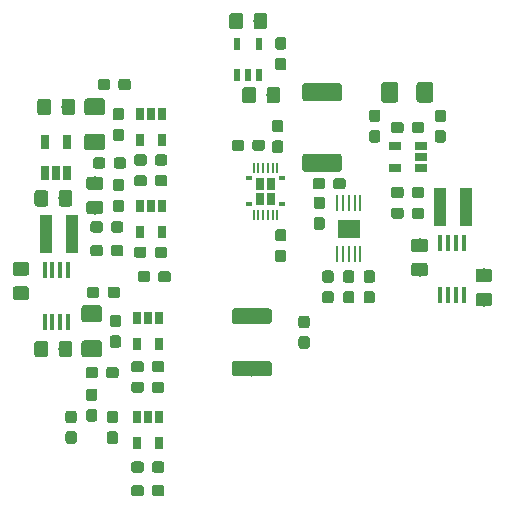
<source format=gtp>
G04 #@! TF.GenerationSoftware,KiCad,Pcbnew,(5.0.0)*
G04 #@! TF.CreationDate,2019-01-09T16:39:40-03:00*
G04 #@! TF.ProjectId,PCB_B,5043425F422E6B696361645F70636200,rev?*
G04 #@! TF.SameCoordinates,Original*
G04 #@! TF.FileFunction,Paste,Top*
G04 #@! TF.FilePolarity,Positive*
%FSLAX46Y46*%
G04 Gerber Fmt 4.6, Leading zero omitted, Abs format (unit mm)*
G04 Created by KiCad (PCBNEW (5.0.0)) date 01/09/19 16:39:40*
%MOMM*%
%LPD*%
G01*
G04 APERTURE LIST*
%ADD10R,0.450000X1.400000*%
%ADD11C,0.100000*%
%ADD12C,1.300000*%
%ADD13C,0.950000*%
%ADD14R,0.575000X0.400000*%
%ADD15R,0.775000X1.100000*%
%ADD16R,0.200000X0.200000*%
%ADD17O,0.200000X0.850000*%
%ADD18C,1.150000*%
%ADD19R,1.000000X3.200000*%
%ADD20C,1.425000*%
%ADD21C,1.525000*%
%ADD22R,0.650000X1.220000*%
%ADD23R,0.650000X1.060000*%
%ADD24R,1.060000X0.650000*%
%ADD25R,1.879600X1.574800*%
%ADD26R,0.279400X1.422400*%
%ADD27R,0.600000X1.050000*%
G04 APERTURE END LIST*
D10*
G04 #@! TO.C,IC2*
X-13975000Y-10700000D03*
X-13325000Y-10700000D03*
X-12675000Y-10700000D03*
X-12025000Y-10700000D03*
X-12025000Y-6300000D03*
X-12675000Y-6300000D03*
X-13325000Y-6300000D03*
X-13975000Y-6300000D03*
G04 #@! TD*
D11*
G04 #@! TO.C,F1*
G36*
X5030504Y-9572204D02*
X5054773Y-9575804D01*
X5078571Y-9581765D01*
X5101671Y-9590030D01*
X5123849Y-9600520D01*
X5144893Y-9613133D01*
X5164598Y-9627747D01*
X5182777Y-9644223D01*
X5199253Y-9662402D01*
X5213867Y-9682107D01*
X5226480Y-9703151D01*
X5236970Y-9725329D01*
X5245235Y-9748429D01*
X5251196Y-9772227D01*
X5254796Y-9796496D01*
X5256000Y-9821000D01*
X5256000Y-10621000D01*
X5254796Y-10645504D01*
X5251196Y-10669773D01*
X5245235Y-10693571D01*
X5236970Y-10716671D01*
X5226480Y-10738849D01*
X5213867Y-10759893D01*
X5199253Y-10779598D01*
X5182777Y-10797777D01*
X5164598Y-10814253D01*
X5144893Y-10828867D01*
X5123849Y-10841480D01*
X5101671Y-10851970D01*
X5078571Y-10860235D01*
X5054773Y-10866196D01*
X5030504Y-10869796D01*
X5006000Y-10871000D01*
X2106000Y-10871000D01*
X2081496Y-10869796D01*
X2057227Y-10866196D01*
X2033429Y-10860235D01*
X2010329Y-10851970D01*
X1988151Y-10841480D01*
X1967107Y-10828867D01*
X1947402Y-10814253D01*
X1929223Y-10797777D01*
X1912747Y-10779598D01*
X1898133Y-10759893D01*
X1885520Y-10738849D01*
X1875030Y-10716671D01*
X1866765Y-10693571D01*
X1860804Y-10669773D01*
X1857204Y-10645504D01*
X1856000Y-10621000D01*
X1856000Y-9821000D01*
X1857204Y-9796496D01*
X1860804Y-9772227D01*
X1866765Y-9748429D01*
X1875030Y-9725329D01*
X1885520Y-9703151D01*
X1898133Y-9682107D01*
X1912747Y-9662402D01*
X1929223Y-9644223D01*
X1947402Y-9627747D01*
X1967107Y-9613133D01*
X1988151Y-9600520D01*
X2010329Y-9590030D01*
X2033429Y-9581765D01*
X2057227Y-9575804D01*
X2081496Y-9572204D01*
X2106000Y-9571000D01*
X5006000Y-9571000D01*
X5030504Y-9572204D01*
X5030504Y-9572204D01*
G37*
D12*
X3556000Y-10221000D03*
D11*
G36*
X5030504Y-14022204D02*
X5054773Y-14025804D01*
X5078571Y-14031765D01*
X5101671Y-14040030D01*
X5123849Y-14050520D01*
X5144893Y-14063133D01*
X5164598Y-14077747D01*
X5182777Y-14094223D01*
X5199253Y-14112402D01*
X5213867Y-14132107D01*
X5226480Y-14153151D01*
X5236970Y-14175329D01*
X5245235Y-14198429D01*
X5251196Y-14222227D01*
X5254796Y-14246496D01*
X5256000Y-14271000D01*
X5256000Y-15071000D01*
X5254796Y-15095504D01*
X5251196Y-15119773D01*
X5245235Y-15143571D01*
X5236970Y-15166671D01*
X5226480Y-15188849D01*
X5213867Y-15209893D01*
X5199253Y-15229598D01*
X5182777Y-15247777D01*
X5164598Y-15264253D01*
X5144893Y-15278867D01*
X5123849Y-15291480D01*
X5101671Y-15301970D01*
X5078571Y-15310235D01*
X5054773Y-15316196D01*
X5030504Y-15319796D01*
X5006000Y-15321000D01*
X2106000Y-15321000D01*
X2081496Y-15319796D01*
X2057227Y-15316196D01*
X2033429Y-15310235D01*
X2010329Y-15301970D01*
X1988151Y-15291480D01*
X1967107Y-15278867D01*
X1947402Y-15264253D01*
X1929223Y-15247777D01*
X1912747Y-15229598D01*
X1898133Y-15209893D01*
X1885520Y-15188849D01*
X1875030Y-15166671D01*
X1866765Y-15143571D01*
X1860804Y-15119773D01*
X1857204Y-15095504D01*
X1856000Y-15071000D01*
X1856000Y-14271000D01*
X1857204Y-14246496D01*
X1860804Y-14222227D01*
X1866765Y-14198429D01*
X1875030Y-14175329D01*
X1885520Y-14153151D01*
X1898133Y-14132107D01*
X1912747Y-14112402D01*
X1929223Y-14094223D01*
X1947402Y-14077747D01*
X1967107Y-14063133D01*
X1988151Y-14050520D01*
X2010329Y-14040030D01*
X2033429Y-14031765D01*
X2057227Y-14025804D01*
X2081496Y-14022204D01*
X2106000Y-14021000D01*
X5006000Y-14021000D01*
X5030504Y-14022204D01*
X5030504Y-14022204D01*
G37*
D12*
X3556000Y-14671000D03*
G04 #@! TD*
D11*
G04 #@! TO.C,R22*
G36*
X8236379Y-10183544D02*
X8259434Y-10186963D01*
X8282043Y-10192627D01*
X8303987Y-10200479D01*
X8325057Y-10210444D01*
X8345048Y-10222426D01*
X8363768Y-10236310D01*
X8381038Y-10251962D01*
X8396690Y-10269232D01*
X8410574Y-10287952D01*
X8422556Y-10307943D01*
X8432521Y-10329013D01*
X8440373Y-10350957D01*
X8446037Y-10373566D01*
X8449456Y-10396621D01*
X8450600Y-10419900D01*
X8450600Y-10994900D01*
X8449456Y-11018179D01*
X8446037Y-11041234D01*
X8440373Y-11063843D01*
X8432521Y-11085787D01*
X8422556Y-11106857D01*
X8410574Y-11126848D01*
X8396690Y-11145568D01*
X8381038Y-11162838D01*
X8363768Y-11178490D01*
X8345048Y-11192374D01*
X8325057Y-11204356D01*
X8303987Y-11214321D01*
X8282043Y-11222173D01*
X8259434Y-11227837D01*
X8236379Y-11231256D01*
X8213100Y-11232400D01*
X7738100Y-11232400D01*
X7714821Y-11231256D01*
X7691766Y-11227837D01*
X7669157Y-11222173D01*
X7647213Y-11214321D01*
X7626143Y-11204356D01*
X7606152Y-11192374D01*
X7587432Y-11178490D01*
X7570162Y-11162838D01*
X7554510Y-11145568D01*
X7540626Y-11126848D01*
X7528644Y-11106857D01*
X7518679Y-11085787D01*
X7510827Y-11063843D01*
X7505163Y-11041234D01*
X7501744Y-11018179D01*
X7500600Y-10994900D01*
X7500600Y-10419900D01*
X7501744Y-10396621D01*
X7505163Y-10373566D01*
X7510827Y-10350957D01*
X7518679Y-10329013D01*
X7528644Y-10307943D01*
X7540626Y-10287952D01*
X7554510Y-10269232D01*
X7570162Y-10251962D01*
X7587432Y-10236310D01*
X7606152Y-10222426D01*
X7626143Y-10210444D01*
X7647213Y-10200479D01*
X7669157Y-10192627D01*
X7691766Y-10186963D01*
X7714821Y-10183544D01*
X7738100Y-10182400D01*
X8213100Y-10182400D01*
X8236379Y-10183544D01*
X8236379Y-10183544D01*
G37*
D13*
X7975600Y-10707400D03*
D11*
G36*
X8236379Y-11933544D02*
X8259434Y-11936963D01*
X8282043Y-11942627D01*
X8303987Y-11950479D01*
X8325057Y-11960444D01*
X8345048Y-11972426D01*
X8363768Y-11986310D01*
X8381038Y-12001962D01*
X8396690Y-12019232D01*
X8410574Y-12037952D01*
X8422556Y-12057943D01*
X8432521Y-12079013D01*
X8440373Y-12100957D01*
X8446037Y-12123566D01*
X8449456Y-12146621D01*
X8450600Y-12169900D01*
X8450600Y-12744900D01*
X8449456Y-12768179D01*
X8446037Y-12791234D01*
X8440373Y-12813843D01*
X8432521Y-12835787D01*
X8422556Y-12856857D01*
X8410574Y-12876848D01*
X8396690Y-12895568D01*
X8381038Y-12912838D01*
X8363768Y-12928490D01*
X8345048Y-12942374D01*
X8325057Y-12954356D01*
X8303987Y-12964321D01*
X8282043Y-12972173D01*
X8259434Y-12977837D01*
X8236379Y-12981256D01*
X8213100Y-12982400D01*
X7738100Y-12982400D01*
X7714821Y-12981256D01*
X7691766Y-12977837D01*
X7669157Y-12972173D01*
X7647213Y-12964321D01*
X7626143Y-12954356D01*
X7606152Y-12942374D01*
X7587432Y-12928490D01*
X7570162Y-12912838D01*
X7554510Y-12895568D01*
X7540626Y-12876848D01*
X7528644Y-12856857D01*
X7518679Y-12835787D01*
X7510827Y-12813843D01*
X7505163Y-12791234D01*
X7501744Y-12768179D01*
X7500600Y-12744900D01*
X7500600Y-12169900D01*
X7501744Y-12146621D01*
X7505163Y-12123566D01*
X7510827Y-12100957D01*
X7518679Y-12079013D01*
X7528644Y-12057943D01*
X7540626Y-12037952D01*
X7554510Y-12019232D01*
X7570162Y-12001962D01*
X7587432Y-11986310D01*
X7606152Y-11972426D01*
X7626143Y-11960444D01*
X7647213Y-11950479D01*
X7669157Y-11942627D01*
X7691766Y-11936963D01*
X7714821Y-11933544D01*
X7738100Y-11932400D01*
X8213100Y-11932400D01*
X8236379Y-11933544D01*
X8236379Y-11933544D01*
G37*
D13*
X7975600Y-12457400D03*
G04 #@! TD*
D11*
G04 #@! TO.C,C13*
G36*
X-3524221Y-6406144D02*
X-3501166Y-6409563D01*
X-3478557Y-6415227D01*
X-3456613Y-6423079D01*
X-3435543Y-6433044D01*
X-3415552Y-6445026D01*
X-3396832Y-6458910D01*
X-3379562Y-6474562D01*
X-3363910Y-6491832D01*
X-3350026Y-6510552D01*
X-3338044Y-6530543D01*
X-3328079Y-6551613D01*
X-3320227Y-6573557D01*
X-3314563Y-6596166D01*
X-3311144Y-6619221D01*
X-3310000Y-6642500D01*
X-3310000Y-7117500D01*
X-3311144Y-7140779D01*
X-3314563Y-7163834D01*
X-3320227Y-7186443D01*
X-3328079Y-7208387D01*
X-3338044Y-7229457D01*
X-3350026Y-7249448D01*
X-3363910Y-7268168D01*
X-3379562Y-7285438D01*
X-3396832Y-7301090D01*
X-3415552Y-7314974D01*
X-3435543Y-7326956D01*
X-3456613Y-7336921D01*
X-3478557Y-7344773D01*
X-3501166Y-7350437D01*
X-3524221Y-7353856D01*
X-3547500Y-7355000D01*
X-4122500Y-7355000D01*
X-4145779Y-7353856D01*
X-4168834Y-7350437D01*
X-4191443Y-7344773D01*
X-4213387Y-7336921D01*
X-4234457Y-7326956D01*
X-4254448Y-7314974D01*
X-4273168Y-7301090D01*
X-4290438Y-7285438D01*
X-4306090Y-7268168D01*
X-4319974Y-7249448D01*
X-4331956Y-7229457D01*
X-4341921Y-7208387D01*
X-4349773Y-7186443D01*
X-4355437Y-7163834D01*
X-4358856Y-7140779D01*
X-4360000Y-7117500D01*
X-4360000Y-6642500D01*
X-4358856Y-6619221D01*
X-4355437Y-6596166D01*
X-4349773Y-6573557D01*
X-4341921Y-6551613D01*
X-4331956Y-6530543D01*
X-4319974Y-6510552D01*
X-4306090Y-6491832D01*
X-4290438Y-6474562D01*
X-4273168Y-6458910D01*
X-4254448Y-6445026D01*
X-4234457Y-6433044D01*
X-4213387Y-6423079D01*
X-4191443Y-6415227D01*
X-4168834Y-6409563D01*
X-4145779Y-6406144D01*
X-4122500Y-6405000D01*
X-3547500Y-6405000D01*
X-3524221Y-6406144D01*
X-3524221Y-6406144D01*
G37*
D13*
X-3835000Y-6880000D03*
D11*
G36*
X-5274221Y-6406144D02*
X-5251166Y-6409563D01*
X-5228557Y-6415227D01*
X-5206613Y-6423079D01*
X-5185543Y-6433044D01*
X-5165552Y-6445026D01*
X-5146832Y-6458910D01*
X-5129562Y-6474562D01*
X-5113910Y-6491832D01*
X-5100026Y-6510552D01*
X-5088044Y-6530543D01*
X-5078079Y-6551613D01*
X-5070227Y-6573557D01*
X-5064563Y-6596166D01*
X-5061144Y-6619221D01*
X-5060000Y-6642500D01*
X-5060000Y-7117500D01*
X-5061144Y-7140779D01*
X-5064563Y-7163834D01*
X-5070227Y-7186443D01*
X-5078079Y-7208387D01*
X-5088044Y-7229457D01*
X-5100026Y-7249448D01*
X-5113910Y-7268168D01*
X-5129562Y-7285438D01*
X-5146832Y-7301090D01*
X-5165552Y-7314974D01*
X-5185543Y-7326956D01*
X-5206613Y-7336921D01*
X-5228557Y-7344773D01*
X-5251166Y-7350437D01*
X-5274221Y-7353856D01*
X-5297500Y-7355000D01*
X-5872500Y-7355000D01*
X-5895779Y-7353856D01*
X-5918834Y-7350437D01*
X-5941443Y-7344773D01*
X-5963387Y-7336921D01*
X-5984457Y-7326956D01*
X-6004448Y-7314974D01*
X-6023168Y-7301090D01*
X-6040438Y-7285438D01*
X-6056090Y-7268168D01*
X-6069974Y-7249448D01*
X-6081956Y-7229457D01*
X-6091921Y-7208387D01*
X-6099773Y-7186443D01*
X-6105437Y-7163834D01*
X-6108856Y-7140779D01*
X-6110000Y-7117500D01*
X-6110000Y-6642500D01*
X-6108856Y-6619221D01*
X-6105437Y-6596166D01*
X-6099773Y-6573557D01*
X-6091921Y-6551613D01*
X-6081956Y-6530543D01*
X-6069974Y-6510552D01*
X-6056090Y-6491832D01*
X-6040438Y-6474562D01*
X-6023168Y-6458910D01*
X-6004448Y-6445026D01*
X-5984457Y-6433044D01*
X-5963387Y-6423079D01*
X-5941443Y-6415227D01*
X-5918834Y-6409563D01*
X-5895779Y-6406144D01*
X-5872500Y-6405000D01*
X-5297500Y-6405000D01*
X-5274221Y-6406144D01*
X-5274221Y-6406144D01*
G37*
D13*
X-5585000Y-6880000D03*
G04 #@! TD*
D14*
G04 #@! TO.C,U9*
X6077500Y-764999D03*
X3347500Y-764999D03*
X3347500Y1435001D03*
X6077500Y1435001D03*
D15*
X5200000Y985001D03*
X5200000Y-314999D03*
X4225000Y-314999D03*
X4225000Y985001D03*
D16*
X5712500Y2635001D03*
X5312500Y2635001D03*
X4912500Y2635001D03*
X4512500Y2635001D03*
X4112500Y2635001D03*
X3712500Y2635001D03*
X3712500Y-1964999D03*
X4112500Y-1964999D03*
X5712500Y-1964999D03*
X5312500Y-1964999D03*
X4912500Y-1964999D03*
D17*
X5712500Y2310001D03*
X5312500Y2310001D03*
X4912500Y2310001D03*
X4512500Y2310001D03*
X4112500Y2310001D03*
X3712500Y2310001D03*
X5712500Y-1639999D03*
X5312500Y-1639999D03*
X4912500Y-1639999D03*
X3712500Y-1639999D03*
X4112500Y-1639999D03*
X4512500Y-1639999D03*
D16*
X4512500Y-1964999D03*
G04 #@! TD*
D11*
G04 #@! TO.C,R16*
G36*
X11285779Y1473856D02*
X11308834Y1470437D01*
X11331443Y1464773D01*
X11353387Y1456921D01*
X11374457Y1446956D01*
X11394448Y1434974D01*
X11413168Y1421090D01*
X11430438Y1405438D01*
X11446090Y1388168D01*
X11459974Y1369448D01*
X11471956Y1349457D01*
X11481921Y1328387D01*
X11489773Y1306443D01*
X11495437Y1283834D01*
X11498856Y1260779D01*
X11500000Y1237500D01*
X11500000Y762500D01*
X11498856Y739221D01*
X11495437Y716166D01*
X11489773Y693557D01*
X11481921Y671613D01*
X11471956Y650543D01*
X11459974Y630552D01*
X11446090Y611832D01*
X11430438Y594562D01*
X11413168Y578910D01*
X11394448Y565026D01*
X11374457Y553044D01*
X11353387Y543079D01*
X11331443Y535227D01*
X11308834Y529563D01*
X11285779Y526144D01*
X11262500Y525000D01*
X10687500Y525000D01*
X10664221Y526144D01*
X10641166Y529563D01*
X10618557Y535227D01*
X10596613Y543079D01*
X10575543Y553044D01*
X10555552Y565026D01*
X10536832Y578910D01*
X10519562Y594562D01*
X10503910Y611832D01*
X10490026Y630552D01*
X10478044Y650543D01*
X10468079Y671613D01*
X10460227Y693557D01*
X10454563Y716166D01*
X10451144Y739221D01*
X10450000Y762500D01*
X10450000Y1237500D01*
X10451144Y1260779D01*
X10454563Y1283834D01*
X10460227Y1306443D01*
X10468079Y1328387D01*
X10478044Y1349457D01*
X10490026Y1369448D01*
X10503910Y1388168D01*
X10519562Y1405438D01*
X10536832Y1421090D01*
X10555552Y1434974D01*
X10575543Y1446956D01*
X10596613Y1456921D01*
X10618557Y1464773D01*
X10641166Y1470437D01*
X10664221Y1473856D01*
X10687500Y1475000D01*
X11262500Y1475000D01*
X11285779Y1473856D01*
X11285779Y1473856D01*
G37*
D13*
X10975000Y1000000D03*
D11*
G36*
X9535779Y1473856D02*
X9558834Y1470437D01*
X9581443Y1464773D01*
X9603387Y1456921D01*
X9624457Y1446956D01*
X9644448Y1434974D01*
X9663168Y1421090D01*
X9680438Y1405438D01*
X9696090Y1388168D01*
X9709974Y1369448D01*
X9721956Y1349457D01*
X9731921Y1328387D01*
X9739773Y1306443D01*
X9745437Y1283834D01*
X9748856Y1260779D01*
X9750000Y1237500D01*
X9750000Y762500D01*
X9748856Y739221D01*
X9745437Y716166D01*
X9739773Y693557D01*
X9731921Y671613D01*
X9721956Y650543D01*
X9709974Y630552D01*
X9696090Y611832D01*
X9680438Y594562D01*
X9663168Y578910D01*
X9644448Y565026D01*
X9624457Y553044D01*
X9603387Y543079D01*
X9581443Y535227D01*
X9558834Y529563D01*
X9535779Y526144D01*
X9512500Y525000D01*
X8937500Y525000D01*
X8914221Y526144D01*
X8891166Y529563D01*
X8868557Y535227D01*
X8846613Y543079D01*
X8825543Y553044D01*
X8805552Y565026D01*
X8786832Y578910D01*
X8769562Y594562D01*
X8753910Y611832D01*
X8740026Y630552D01*
X8728044Y650543D01*
X8718079Y671613D01*
X8710227Y693557D01*
X8704563Y716166D01*
X8701144Y739221D01*
X8700000Y762500D01*
X8700000Y1237500D01*
X8701144Y1260779D01*
X8704563Y1283834D01*
X8710227Y1306443D01*
X8718079Y1328387D01*
X8728044Y1349457D01*
X8740026Y1369448D01*
X8753910Y1388168D01*
X8769562Y1405438D01*
X8786832Y1421090D01*
X8805552Y1434974D01*
X8825543Y1446956D01*
X8846613Y1456921D01*
X8868557Y1464773D01*
X8891166Y1470437D01*
X8914221Y1473856D01*
X8937500Y1475000D01*
X9512500Y1475000D01*
X9535779Y1473856D01*
X9535779Y1473856D01*
G37*
D13*
X9225000Y1000000D03*
G04 #@! TD*
D11*
G04 #@! TO.C,C1*
G36*
X18224505Y-3651204D02*
X18248773Y-3654804D01*
X18272572Y-3660765D01*
X18295671Y-3669030D01*
X18317850Y-3679520D01*
X18338893Y-3692132D01*
X18358599Y-3706747D01*
X18376777Y-3723223D01*
X18393253Y-3741401D01*
X18407868Y-3761107D01*
X18420480Y-3782150D01*
X18430970Y-3804329D01*
X18439235Y-3827428D01*
X18445196Y-3851227D01*
X18448796Y-3875495D01*
X18450000Y-3899999D01*
X18450000Y-4550001D01*
X18448796Y-4574505D01*
X18445196Y-4598773D01*
X18439235Y-4622572D01*
X18430970Y-4645671D01*
X18420480Y-4667850D01*
X18407868Y-4688893D01*
X18393253Y-4708599D01*
X18376777Y-4726777D01*
X18358599Y-4743253D01*
X18338893Y-4757868D01*
X18317850Y-4770480D01*
X18295671Y-4780970D01*
X18272572Y-4789235D01*
X18248773Y-4795196D01*
X18224505Y-4798796D01*
X18200001Y-4800000D01*
X17299999Y-4800000D01*
X17275495Y-4798796D01*
X17251227Y-4795196D01*
X17227428Y-4789235D01*
X17204329Y-4780970D01*
X17182150Y-4770480D01*
X17161107Y-4757868D01*
X17141401Y-4743253D01*
X17123223Y-4726777D01*
X17106747Y-4708599D01*
X17092132Y-4688893D01*
X17079520Y-4667850D01*
X17069030Y-4645671D01*
X17060765Y-4622572D01*
X17054804Y-4598773D01*
X17051204Y-4574505D01*
X17050000Y-4550001D01*
X17050000Y-3899999D01*
X17051204Y-3875495D01*
X17054804Y-3851227D01*
X17060765Y-3827428D01*
X17069030Y-3804329D01*
X17079520Y-3782150D01*
X17092132Y-3761107D01*
X17106747Y-3741401D01*
X17123223Y-3723223D01*
X17141401Y-3706747D01*
X17161107Y-3692132D01*
X17182150Y-3679520D01*
X17204329Y-3669030D01*
X17227428Y-3660765D01*
X17251227Y-3654804D01*
X17275495Y-3651204D01*
X17299999Y-3650000D01*
X18200001Y-3650000D01*
X18224505Y-3651204D01*
X18224505Y-3651204D01*
G37*
D18*
X17750000Y-4225000D03*
D11*
G36*
X18224505Y-5701204D02*
X18248773Y-5704804D01*
X18272572Y-5710765D01*
X18295671Y-5719030D01*
X18317850Y-5729520D01*
X18338893Y-5742132D01*
X18358599Y-5756747D01*
X18376777Y-5773223D01*
X18393253Y-5791401D01*
X18407868Y-5811107D01*
X18420480Y-5832150D01*
X18430970Y-5854329D01*
X18439235Y-5877428D01*
X18445196Y-5901227D01*
X18448796Y-5925495D01*
X18450000Y-5949999D01*
X18450000Y-6600001D01*
X18448796Y-6624505D01*
X18445196Y-6648773D01*
X18439235Y-6672572D01*
X18430970Y-6695671D01*
X18420480Y-6717850D01*
X18407868Y-6738893D01*
X18393253Y-6758599D01*
X18376777Y-6776777D01*
X18358599Y-6793253D01*
X18338893Y-6807868D01*
X18317850Y-6820480D01*
X18295671Y-6830970D01*
X18272572Y-6839235D01*
X18248773Y-6845196D01*
X18224505Y-6848796D01*
X18200001Y-6850000D01*
X17299999Y-6850000D01*
X17275495Y-6848796D01*
X17251227Y-6845196D01*
X17227428Y-6839235D01*
X17204329Y-6830970D01*
X17182150Y-6820480D01*
X17161107Y-6807868D01*
X17141401Y-6793253D01*
X17123223Y-6776777D01*
X17106747Y-6758599D01*
X17092132Y-6738893D01*
X17079520Y-6717850D01*
X17069030Y-6695671D01*
X17060765Y-6672572D01*
X17054804Y-6648773D01*
X17051204Y-6624505D01*
X17050000Y-6600001D01*
X17050000Y-5949999D01*
X17051204Y-5925495D01*
X17054804Y-5901227D01*
X17060765Y-5877428D01*
X17069030Y-5854329D01*
X17079520Y-5832150D01*
X17092132Y-5811107D01*
X17106747Y-5791401D01*
X17123223Y-5773223D01*
X17141401Y-5756747D01*
X17161107Y-5742132D01*
X17182150Y-5729520D01*
X17204329Y-5719030D01*
X17227428Y-5710765D01*
X17251227Y-5704804D01*
X17275495Y-5701204D01*
X17299999Y-5700000D01*
X18200001Y-5700000D01*
X18224505Y-5701204D01*
X18224505Y-5701204D01*
G37*
D18*
X17750000Y-6275000D03*
G04 #@! TD*
D11*
G04 #@! TO.C,C2*
G36*
X23674505Y-8251204D02*
X23698773Y-8254804D01*
X23722572Y-8260765D01*
X23745671Y-8269030D01*
X23767850Y-8279520D01*
X23788893Y-8292132D01*
X23808599Y-8306747D01*
X23826777Y-8323223D01*
X23843253Y-8341401D01*
X23857868Y-8361107D01*
X23870480Y-8382150D01*
X23880970Y-8404329D01*
X23889235Y-8427428D01*
X23895196Y-8451227D01*
X23898796Y-8475495D01*
X23900000Y-8499999D01*
X23900000Y-9150001D01*
X23898796Y-9174505D01*
X23895196Y-9198773D01*
X23889235Y-9222572D01*
X23880970Y-9245671D01*
X23870480Y-9267850D01*
X23857868Y-9288893D01*
X23843253Y-9308599D01*
X23826777Y-9326777D01*
X23808599Y-9343253D01*
X23788893Y-9357868D01*
X23767850Y-9370480D01*
X23745671Y-9380970D01*
X23722572Y-9389235D01*
X23698773Y-9395196D01*
X23674505Y-9398796D01*
X23650001Y-9400000D01*
X22749999Y-9400000D01*
X22725495Y-9398796D01*
X22701227Y-9395196D01*
X22677428Y-9389235D01*
X22654329Y-9380970D01*
X22632150Y-9370480D01*
X22611107Y-9357868D01*
X22591401Y-9343253D01*
X22573223Y-9326777D01*
X22556747Y-9308599D01*
X22542132Y-9288893D01*
X22529520Y-9267850D01*
X22519030Y-9245671D01*
X22510765Y-9222572D01*
X22504804Y-9198773D01*
X22501204Y-9174505D01*
X22500000Y-9150001D01*
X22500000Y-8499999D01*
X22501204Y-8475495D01*
X22504804Y-8451227D01*
X22510765Y-8427428D01*
X22519030Y-8404329D01*
X22529520Y-8382150D01*
X22542132Y-8361107D01*
X22556747Y-8341401D01*
X22573223Y-8323223D01*
X22591401Y-8306747D01*
X22611107Y-8292132D01*
X22632150Y-8279520D01*
X22654329Y-8269030D01*
X22677428Y-8260765D01*
X22701227Y-8254804D01*
X22725495Y-8251204D01*
X22749999Y-8250000D01*
X23650001Y-8250000D01*
X23674505Y-8251204D01*
X23674505Y-8251204D01*
G37*
D18*
X23200000Y-8825000D03*
D11*
G36*
X23674505Y-6201204D02*
X23698773Y-6204804D01*
X23722572Y-6210765D01*
X23745671Y-6219030D01*
X23767850Y-6229520D01*
X23788893Y-6242132D01*
X23808599Y-6256747D01*
X23826777Y-6273223D01*
X23843253Y-6291401D01*
X23857868Y-6311107D01*
X23870480Y-6332150D01*
X23880970Y-6354329D01*
X23889235Y-6377428D01*
X23895196Y-6401227D01*
X23898796Y-6425495D01*
X23900000Y-6449999D01*
X23900000Y-7100001D01*
X23898796Y-7124505D01*
X23895196Y-7148773D01*
X23889235Y-7172572D01*
X23880970Y-7195671D01*
X23870480Y-7217850D01*
X23857868Y-7238893D01*
X23843253Y-7258599D01*
X23826777Y-7276777D01*
X23808599Y-7293253D01*
X23788893Y-7307868D01*
X23767850Y-7320480D01*
X23745671Y-7330970D01*
X23722572Y-7339235D01*
X23698773Y-7345196D01*
X23674505Y-7348796D01*
X23650001Y-7350000D01*
X22749999Y-7350000D01*
X22725495Y-7348796D01*
X22701227Y-7345196D01*
X22677428Y-7339235D01*
X22654329Y-7330970D01*
X22632150Y-7320480D01*
X22611107Y-7307868D01*
X22591401Y-7293253D01*
X22573223Y-7276777D01*
X22556747Y-7258599D01*
X22542132Y-7238893D01*
X22529520Y-7217850D01*
X22519030Y-7195671D01*
X22510765Y-7172572D01*
X22504804Y-7148773D01*
X22501204Y-7124505D01*
X22500000Y-7100001D01*
X22500000Y-6449999D01*
X22501204Y-6425495D01*
X22504804Y-6401227D01*
X22510765Y-6377428D01*
X22519030Y-6354329D01*
X22529520Y-6332150D01*
X22542132Y-6311107D01*
X22556747Y-6291401D01*
X22573223Y-6273223D01*
X22591401Y-6256747D01*
X22611107Y-6242132D01*
X22632150Y-6229520D01*
X22654329Y-6219030D01*
X22677428Y-6210765D01*
X22701227Y-6204804D01*
X22725495Y-6201204D01*
X22749999Y-6200000D01*
X23650001Y-6200000D01*
X23674505Y-6201204D01*
X23674505Y-6201204D01*
G37*
D18*
X23200000Y-6775000D03*
G04 #@! TD*
D11*
G04 #@! TO.C,C3*
G36*
X5724505Y9188796D02*
X5748773Y9185196D01*
X5772572Y9179235D01*
X5795671Y9170970D01*
X5817850Y9160480D01*
X5838893Y9147868D01*
X5858599Y9133253D01*
X5876777Y9116777D01*
X5893253Y9098599D01*
X5907868Y9078893D01*
X5920480Y9057850D01*
X5930970Y9035671D01*
X5939235Y9012572D01*
X5945196Y8988773D01*
X5948796Y8964505D01*
X5950000Y8940001D01*
X5950000Y8039999D01*
X5948796Y8015495D01*
X5945196Y7991227D01*
X5939235Y7967428D01*
X5930970Y7944329D01*
X5920480Y7922150D01*
X5907868Y7901107D01*
X5893253Y7881401D01*
X5876777Y7863223D01*
X5858599Y7846747D01*
X5838893Y7832132D01*
X5817850Y7819520D01*
X5795671Y7809030D01*
X5772572Y7800765D01*
X5748773Y7794804D01*
X5724505Y7791204D01*
X5700001Y7790000D01*
X5049999Y7790000D01*
X5025495Y7791204D01*
X5001227Y7794804D01*
X4977428Y7800765D01*
X4954329Y7809030D01*
X4932150Y7819520D01*
X4911107Y7832132D01*
X4891401Y7846747D01*
X4873223Y7863223D01*
X4856747Y7881401D01*
X4842132Y7901107D01*
X4829520Y7922150D01*
X4819030Y7944329D01*
X4810765Y7967428D01*
X4804804Y7991227D01*
X4801204Y8015495D01*
X4800000Y8039999D01*
X4800000Y8940001D01*
X4801204Y8964505D01*
X4804804Y8988773D01*
X4810765Y9012572D01*
X4819030Y9035671D01*
X4829520Y9057850D01*
X4842132Y9078893D01*
X4856747Y9098599D01*
X4873223Y9116777D01*
X4891401Y9133253D01*
X4911107Y9147868D01*
X4932150Y9160480D01*
X4954329Y9170970D01*
X4977428Y9179235D01*
X5001227Y9185196D01*
X5025495Y9188796D01*
X5049999Y9190000D01*
X5700001Y9190000D01*
X5724505Y9188796D01*
X5724505Y9188796D01*
G37*
D18*
X5375000Y8490000D03*
D11*
G36*
X3674505Y9188796D02*
X3698773Y9185196D01*
X3722572Y9179235D01*
X3745671Y9170970D01*
X3767850Y9160480D01*
X3788893Y9147868D01*
X3808599Y9133253D01*
X3826777Y9116777D01*
X3843253Y9098599D01*
X3857868Y9078893D01*
X3870480Y9057850D01*
X3880970Y9035671D01*
X3889235Y9012572D01*
X3895196Y8988773D01*
X3898796Y8964505D01*
X3900000Y8940001D01*
X3900000Y8039999D01*
X3898796Y8015495D01*
X3895196Y7991227D01*
X3889235Y7967428D01*
X3880970Y7944329D01*
X3870480Y7922150D01*
X3857868Y7901107D01*
X3843253Y7881401D01*
X3826777Y7863223D01*
X3808599Y7846747D01*
X3788893Y7832132D01*
X3767850Y7819520D01*
X3745671Y7809030D01*
X3722572Y7800765D01*
X3698773Y7794804D01*
X3674505Y7791204D01*
X3650001Y7790000D01*
X2999999Y7790000D01*
X2975495Y7791204D01*
X2951227Y7794804D01*
X2927428Y7800765D01*
X2904329Y7809030D01*
X2882150Y7819520D01*
X2861107Y7832132D01*
X2841401Y7846747D01*
X2823223Y7863223D01*
X2806747Y7881401D01*
X2792132Y7901107D01*
X2779520Y7922150D01*
X2769030Y7944329D01*
X2760765Y7967428D01*
X2754804Y7991227D01*
X2751204Y8015495D01*
X2750000Y8039999D01*
X2750000Y8940001D01*
X2751204Y8964505D01*
X2754804Y8988773D01*
X2760765Y9012572D01*
X2769030Y9035671D01*
X2779520Y9057850D01*
X2792132Y9078893D01*
X2806747Y9098599D01*
X2823223Y9116777D01*
X2841401Y9133253D01*
X2861107Y9147868D01*
X2882150Y9160480D01*
X2904329Y9170970D01*
X2927428Y9179235D01*
X2951227Y9185196D01*
X2975495Y9188796D01*
X2999999Y9190000D01*
X3650001Y9190000D01*
X3674505Y9188796D01*
X3674505Y9188796D01*
G37*
D18*
X3325000Y8490000D03*
G04 #@! TD*
D11*
G04 #@! TO.C,C4*
G36*
X6260779Y13398856D02*
X6283834Y13395437D01*
X6306443Y13389773D01*
X6328387Y13381921D01*
X6349457Y13371956D01*
X6369448Y13359974D01*
X6388168Y13346090D01*
X6405438Y13330438D01*
X6421090Y13313168D01*
X6434974Y13294448D01*
X6446956Y13274457D01*
X6456921Y13253387D01*
X6464773Y13231443D01*
X6470437Y13208834D01*
X6473856Y13185779D01*
X6475000Y13162500D01*
X6475000Y12587500D01*
X6473856Y12564221D01*
X6470437Y12541166D01*
X6464773Y12518557D01*
X6456921Y12496613D01*
X6446956Y12475543D01*
X6434974Y12455552D01*
X6421090Y12436832D01*
X6405438Y12419562D01*
X6388168Y12403910D01*
X6369448Y12390026D01*
X6349457Y12378044D01*
X6328387Y12368079D01*
X6306443Y12360227D01*
X6283834Y12354563D01*
X6260779Y12351144D01*
X6237500Y12350000D01*
X5762500Y12350000D01*
X5739221Y12351144D01*
X5716166Y12354563D01*
X5693557Y12360227D01*
X5671613Y12368079D01*
X5650543Y12378044D01*
X5630552Y12390026D01*
X5611832Y12403910D01*
X5594562Y12419562D01*
X5578910Y12436832D01*
X5565026Y12455552D01*
X5553044Y12475543D01*
X5543079Y12496613D01*
X5535227Y12518557D01*
X5529563Y12541166D01*
X5526144Y12564221D01*
X5525000Y12587500D01*
X5525000Y13162500D01*
X5526144Y13185779D01*
X5529563Y13208834D01*
X5535227Y13231443D01*
X5543079Y13253387D01*
X5553044Y13274457D01*
X5565026Y13294448D01*
X5578910Y13313168D01*
X5594562Y13330438D01*
X5611832Y13346090D01*
X5630552Y13359974D01*
X5650543Y13371956D01*
X5671613Y13381921D01*
X5693557Y13389773D01*
X5716166Y13395437D01*
X5739221Y13398856D01*
X5762500Y13400000D01*
X6237500Y13400000D01*
X6260779Y13398856D01*
X6260779Y13398856D01*
G37*
D13*
X6000000Y12875000D03*
D11*
G36*
X6260779Y11648856D02*
X6283834Y11645437D01*
X6306443Y11639773D01*
X6328387Y11631921D01*
X6349457Y11621956D01*
X6369448Y11609974D01*
X6388168Y11596090D01*
X6405438Y11580438D01*
X6421090Y11563168D01*
X6434974Y11544448D01*
X6446956Y11524457D01*
X6456921Y11503387D01*
X6464773Y11481443D01*
X6470437Y11458834D01*
X6473856Y11435779D01*
X6475000Y11412500D01*
X6475000Y10837500D01*
X6473856Y10814221D01*
X6470437Y10791166D01*
X6464773Y10768557D01*
X6456921Y10746613D01*
X6446956Y10725543D01*
X6434974Y10705552D01*
X6421090Y10686832D01*
X6405438Y10669562D01*
X6388168Y10653910D01*
X6369448Y10640026D01*
X6349457Y10628044D01*
X6328387Y10618079D01*
X6306443Y10610227D01*
X6283834Y10604563D01*
X6260779Y10601144D01*
X6237500Y10600000D01*
X5762500Y10600000D01*
X5739221Y10601144D01*
X5716166Y10604563D01*
X5693557Y10610227D01*
X5671613Y10618079D01*
X5650543Y10628044D01*
X5630552Y10640026D01*
X5611832Y10653910D01*
X5594562Y10669562D01*
X5578910Y10686832D01*
X5565026Y10705552D01*
X5553044Y10725543D01*
X5543079Y10746613D01*
X5535227Y10768557D01*
X5529563Y10791166D01*
X5526144Y10814221D01*
X5525000Y10837500D01*
X5525000Y11412500D01*
X5526144Y11435779D01*
X5529563Y11458834D01*
X5535227Y11481443D01*
X5543079Y11503387D01*
X5553044Y11524457D01*
X5565026Y11544448D01*
X5578910Y11563168D01*
X5594562Y11580438D01*
X5611832Y11596090D01*
X5630552Y11609974D01*
X5650543Y11621956D01*
X5671613Y11631921D01*
X5693557Y11639773D01*
X5716166Y11645437D01*
X5739221Y11648856D01*
X5762500Y11650000D01*
X6237500Y11650000D01*
X6260779Y11648856D01*
X6260779Y11648856D01*
G37*
D13*
X6000000Y11125000D03*
G04 #@! TD*
D11*
G04 #@! TO.C,C5*
G36*
X2574505Y15448796D02*
X2598773Y15445196D01*
X2622572Y15439235D01*
X2645671Y15430970D01*
X2667850Y15420480D01*
X2688893Y15407868D01*
X2708599Y15393253D01*
X2726777Y15376777D01*
X2743253Y15358599D01*
X2757868Y15338893D01*
X2770480Y15317850D01*
X2780970Y15295671D01*
X2789235Y15272572D01*
X2795196Y15248773D01*
X2798796Y15224505D01*
X2800000Y15200001D01*
X2800000Y14299999D01*
X2798796Y14275495D01*
X2795196Y14251227D01*
X2789235Y14227428D01*
X2780970Y14204329D01*
X2770480Y14182150D01*
X2757868Y14161107D01*
X2743253Y14141401D01*
X2726777Y14123223D01*
X2708599Y14106747D01*
X2688893Y14092132D01*
X2667850Y14079520D01*
X2645671Y14069030D01*
X2622572Y14060765D01*
X2598773Y14054804D01*
X2574505Y14051204D01*
X2550001Y14050000D01*
X1899999Y14050000D01*
X1875495Y14051204D01*
X1851227Y14054804D01*
X1827428Y14060765D01*
X1804329Y14069030D01*
X1782150Y14079520D01*
X1761107Y14092132D01*
X1741401Y14106747D01*
X1723223Y14123223D01*
X1706747Y14141401D01*
X1692132Y14161107D01*
X1679520Y14182150D01*
X1669030Y14204329D01*
X1660765Y14227428D01*
X1654804Y14251227D01*
X1651204Y14275495D01*
X1650000Y14299999D01*
X1650000Y15200001D01*
X1651204Y15224505D01*
X1654804Y15248773D01*
X1660765Y15272572D01*
X1669030Y15295671D01*
X1679520Y15317850D01*
X1692132Y15338893D01*
X1706747Y15358599D01*
X1723223Y15376777D01*
X1741401Y15393253D01*
X1761107Y15407868D01*
X1782150Y15420480D01*
X1804329Y15430970D01*
X1827428Y15439235D01*
X1851227Y15445196D01*
X1875495Y15448796D01*
X1899999Y15450000D01*
X2550001Y15450000D01*
X2574505Y15448796D01*
X2574505Y15448796D01*
G37*
D18*
X2225000Y14750000D03*
D11*
G36*
X4624505Y15448796D02*
X4648773Y15445196D01*
X4672572Y15439235D01*
X4695671Y15430970D01*
X4717850Y15420480D01*
X4738893Y15407868D01*
X4758599Y15393253D01*
X4776777Y15376777D01*
X4793253Y15358599D01*
X4807868Y15338893D01*
X4820480Y15317850D01*
X4830970Y15295671D01*
X4839235Y15272572D01*
X4845196Y15248773D01*
X4848796Y15224505D01*
X4850000Y15200001D01*
X4850000Y14299999D01*
X4848796Y14275495D01*
X4845196Y14251227D01*
X4839235Y14227428D01*
X4830970Y14204329D01*
X4820480Y14182150D01*
X4807868Y14161107D01*
X4793253Y14141401D01*
X4776777Y14123223D01*
X4758599Y14106747D01*
X4738893Y14092132D01*
X4717850Y14079520D01*
X4695671Y14069030D01*
X4672572Y14060765D01*
X4648773Y14054804D01*
X4624505Y14051204D01*
X4600001Y14050000D01*
X3949999Y14050000D01*
X3925495Y14051204D01*
X3901227Y14054804D01*
X3877428Y14060765D01*
X3854329Y14069030D01*
X3832150Y14079520D01*
X3811107Y14092132D01*
X3791401Y14106747D01*
X3773223Y14123223D01*
X3756747Y14141401D01*
X3742132Y14161107D01*
X3729520Y14182150D01*
X3719030Y14204329D01*
X3710765Y14227428D01*
X3704804Y14251227D01*
X3701204Y14275495D01*
X3700000Y14299999D01*
X3700000Y15200001D01*
X3701204Y15224505D01*
X3704804Y15248773D01*
X3710765Y15272572D01*
X3719030Y15295671D01*
X3729520Y15317850D01*
X3742132Y15338893D01*
X3756747Y15358599D01*
X3773223Y15376777D01*
X3791401Y15393253D01*
X3811107Y15407868D01*
X3832150Y15420480D01*
X3854329Y15430970D01*
X3877428Y15439235D01*
X3901227Y15445196D01*
X3925495Y15448796D01*
X3949999Y15450000D01*
X4600001Y15450000D01*
X4624505Y15448796D01*
X4624505Y15448796D01*
G37*
D18*
X4275000Y14750000D03*
G04 #@! TD*
D11*
G04 #@! TO.C,C6*
G36*
X-13925495Y448796D02*
X-13901227Y445196D01*
X-13877428Y439235D01*
X-13854329Y430970D01*
X-13832150Y420480D01*
X-13811107Y407868D01*
X-13791401Y393253D01*
X-13773223Y376777D01*
X-13756747Y358599D01*
X-13742132Y338893D01*
X-13729520Y317850D01*
X-13719030Y295671D01*
X-13710765Y272572D01*
X-13704804Y248773D01*
X-13701204Y224505D01*
X-13700000Y200001D01*
X-13700000Y-700001D01*
X-13701204Y-724505D01*
X-13704804Y-748773D01*
X-13710765Y-772572D01*
X-13719030Y-795671D01*
X-13729520Y-817850D01*
X-13742132Y-838893D01*
X-13756747Y-858599D01*
X-13773223Y-876777D01*
X-13791401Y-893253D01*
X-13811107Y-907868D01*
X-13832150Y-920480D01*
X-13854329Y-930970D01*
X-13877428Y-939235D01*
X-13901227Y-945196D01*
X-13925495Y-948796D01*
X-13949999Y-950000D01*
X-14600001Y-950000D01*
X-14624505Y-948796D01*
X-14648773Y-945196D01*
X-14672572Y-939235D01*
X-14695671Y-930970D01*
X-14717850Y-920480D01*
X-14738893Y-907868D01*
X-14758599Y-893253D01*
X-14776777Y-876777D01*
X-14793253Y-858599D01*
X-14807868Y-838893D01*
X-14820480Y-817850D01*
X-14830970Y-795671D01*
X-14839235Y-772572D01*
X-14845196Y-748773D01*
X-14848796Y-724505D01*
X-14850000Y-700001D01*
X-14850000Y200001D01*
X-14848796Y224505D01*
X-14845196Y248773D01*
X-14839235Y272572D01*
X-14830970Y295671D01*
X-14820480Y317850D01*
X-14807868Y338893D01*
X-14793253Y358599D01*
X-14776777Y376777D01*
X-14758599Y393253D01*
X-14738893Y407868D01*
X-14717850Y420480D01*
X-14695671Y430970D01*
X-14672572Y439235D01*
X-14648773Y445196D01*
X-14624505Y448796D01*
X-14600001Y450000D01*
X-13949999Y450000D01*
X-13925495Y448796D01*
X-13925495Y448796D01*
G37*
D18*
X-14275000Y-250000D03*
D11*
G36*
X-11875495Y448796D02*
X-11851227Y445196D01*
X-11827428Y439235D01*
X-11804329Y430970D01*
X-11782150Y420480D01*
X-11761107Y407868D01*
X-11741401Y393253D01*
X-11723223Y376777D01*
X-11706747Y358599D01*
X-11692132Y338893D01*
X-11679520Y317850D01*
X-11669030Y295671D01*
X-11660765Y272572D01*
X-11654804Y248773D01*
X-11651204Y224505D01*
X-11650000Y200001D01*
X-11650000Y-700001D01*
X-11651204Y-724505D01*
X-11654804Y-748773D01*
X-11660765Y-772572D01*
X-11669030Y-795671D01*
X-11679520Y-817850D01*
X-11692132Y-838893D01*
X-11706747Y-858599D01*
X-11723223Y-876777D01*
X-11741401Y-893253D01*
X-11761107Y-907868D01*
X-11782150Y-920480D01*
X-11804329Y-930970D01*
X-11827428Y-939235D01*
X-11851227Y-945196D01*
X-11875495Y-948796D01*
X-11899999Y-950000D01*
X-12550001Y-950000D01*
X-12574505Y-948796D01*
X-12598773Y-945196D01*
X-12622572Y-939235D01*
X-12645671Y-930970D01*
X-12667850Y-920480D01*
X-12688893Y-907868D01*
X-12708599Y-893253D01*
X-12726777Y-876777D01*
X-12743253Y-858599D01*
X-12757868Y-838893D01*
X-12770480Y-817850D01*
X-12780970Y-795671D01*
X-12789235Y-772572D01*
X-12795196Y-748773D01*
X-12798796Y-724505D01*
X-12800000Y-700001D01*
X-12800000Y200001D01*
X-12798796Y224505D01*
X-12795196Y248773D01*
X-12789235Y272572D01*
X-12780970Y295671D01*
X-12770480Y317850D01*
X-12757868Y338893D01*
X-12743253Y358599D01*
X-12726777Y376777D01*
X-12708599Y393253D01*
X-12688893Y407868D01*
X-12667850Y420480D01*
X-12645671Y430970D01*
X-12622572Y439235D01*
X-12598773Y445196D01*
X-12574505Y448796D01*
X-12550001Y450000D01*
X-11899999Y450000D01*
X-11875495Y448796D01*
X-11875495Y448796D01*
G37*
D18*
X-12225000Y-250000D03*
G04 #@! TD*
D11*
G04 #@! TO.C,C7*
G36*
X-3814221Y3473856D02*
X-3791166Y3470437D01*
X-3768557Y3464773D01*
X-3746613Y3456921D01*
X-3725543Y3446956D01*
X-3705552Y3434974D01*
X-3686832Y3421090D01*
X-3669562Y3405438D01*
X-3653910Y3388168D01*
X-3640026Y3369448D01*
X-3628044Y3349457D01*
X-3618079Y3328387D01*
X-3610227Y3306443D01*
X-3604563Y3283834D01*
X-3601144Y3260779D01*
X-3600000Y3237500D01*
X-3600000Y2762500D01*
X-3601144Y2739221D01*
X-3604563Y2716166D01*
X-3610227Y2693557D01*
X-3618079Y2671613D01*
X-3628044Y2650543D01*
X-3640026Y2630552D01*
X-3653910Y2611832D01*
X-3669562Y2594562D01*
X-3686832Y2578910D01*
X-3705552Y2565026D01*
X-3725543Y2553044D01*
X-3746613Y2543079D01*
X-3768557Y2535227D01*
X-3791166Y2529563D01*
X-3814221Y2526144D01*
X-3837500Y2525000D01*
X-4412500Y2525000D01*
X-4435779Y2526144D01*
X-4458834Y2529563D01*
X-4481443Y2535227D01*
X-4503387Y2543079D01*
X-4524457Y2553044D01*
X-4544448Y2565026D01*
X-4563168Y2578910D01*
X-4580438Y2594562D01*
X-4596090Y2611832D01*
X-4609974Y2630552D01*
X-4621956Y2650543D01*
X-4631921Y2671613D01*
X-4639773Y2693557D01*
X-4645437Y2716166D01*
X-4648856Y2739221D01*
X-4650000Y2762500D01*
X-4650000Y3237500D01*
X-4648856Y3260779D01*
X-4645437Y3283834D01*
X-4639773Y3306443D01*
X-4631921Y3328387D01*
X-4621956Y3349457D01*
X-4609974Y3369448D01*
X-4596090Y3388168D01*
X-4580438Y3405438D01*
X-4563168Y3421090D01*
X-4544448Y3434974D01*
X-4524457Y3446956D01*
X-4503387Y3456921D01*
X-4481443Y3464773D01*
X-4458834Y3470437D01*
X-4435779Y3473856D01*
X-4412500Y3475000D01*
X-3837500Y3475000D01*
X-3814221Y3473856D01*
X-3814221Y3473856D01*
G37*
D13*
X-4125000Y3000000D03*
D11*
G36*
X-5564221Y3473856D02*
X-5541166Y3470437D01*
X-5518557Y3464773D01*
X-5496613Y3456921D01*
X-5475543Y3446956D01*
X-5455552Y3434974D01*
X-5436832Y3421090D01*
X-5419562Y3405438D01*
X-5403910Y3388168D01*
X-5390026Y3369448D01*
X-5378044Y3349457D01*
X-5368079Y3328387D01*
X-5360227Y3306443D01*
X-5354563Y3283834D01*
X-5351144Y3260779D01*
X-5350000Y3237500D01*
X-5350000Y2762500D01*
X-5351144Y2739221D01*
X-5354563Y2716166D01*
X-5360227Y2693557D01*
X-5368079Y2671613D01*
X-5378044Y2650543D01*
X-5390026Y2630552D01*
X-5403910Y2611832D01*
X-5419562Y2594562D01*
X-5436832Y2578910D01*
X-5455552Y2565026D01*
X-5475543Y2553044D01*
X-5496613Y2543079D01*
X-5518557Y2535227D01*
X-5541166Y2529563D01*
X-5564221Y2526144D01*
X-5587500Y2525000D01*
X-6162500Y2525000D01*
X-6185779Y2526144D01*
X-6208834Y2529563D01*
X-6231443Y2535227D01*
X-6253387Y2543079D01*
X-6274457Y2553044D01*
X-6294448Y2565026D01*
X-6313168Y2578910D01*
X-6330438Y2594562D01*
X-6346090Y2611832D01*
X-6359974Y2630552D01*
X-6371956Y2650543D01*
X-6381921Y2671613D01*
X-6389773Y2693557D01*
X-6395437Y2716166D01*
X-6398856Y2739221D01*
X-6400000Y2762500D01*
X-6400000Y3237500D01*
X-6398856Y3260779D01*
X-6395437Y3283834D01*
X-6389773Y3306443D01*
X-6381921Y3328387D01*
X-6371956Y3349457D01*
X-6359974Y3369448D01*
X-6346090Y3388168D01*
X-6330438Y3405438D01*
X-6313168Y3421090D01*
X-6294448Y3434974D01*
X-6274457Y3446956D01*
X-6253387Y3456921D01*
X-6231443Y3464773D01*
X-6208834Y3470437D01*
X-6185779Y3473856D01*
X-6162500Y3475000D01*
X-5587500Y3475000D01*
X-5564221Y3473856D01*
X-5564221Y3473856D01*
G37*
D13*
X-5875000Y3000000D03*
G04 #@! TD*
D11*
G04 #@! TO.C,C8*
G36*
X-3814221Y1723856D02*
X-3791166Y1720437D01*
X-3768557Y1714773D01*
X-3746613Y1706921D01*
X-3725543Y1696956D01*
X-3705552Y1684974D01*
X-3686832Y1671090D01*
X-3669562Y1655438D01*
X-3653910Y1638168D01*
X-3640026Y1619448D01*
X-3628044Y1599457D01*
X-3618079Y1578387D01*
X-3610227Y1556443D01*
X-3604563Y1533834D01*
X-3601144Y1510779D01*
X-3600000Y1487500D01*
X-3600000Y1012500D01*
X-3601144Y989221D01*
X-3604563Y966166D01*
X-3610227Y943557D01*
X-3618079Y921613D01*
X-3628044Y900543D01*
X-3640026Y880552D01*
X-3653910Y861832D01*
X-3669562Y844562D01*
X-3686832Y828910D01*
X-3705552Y815026D01*
X-3725543Y803044D01*
X-3746613Y793079D01*
X-3768557Y785227D01*
X-3791166Y779563D01*
X-3814221Y776144D01*
X-3837500Y775000D01*
X-4412500Y775000D01*
X-4435779Y776144D01*
X-4458834Y779563D01*
X-4481443Y785227D01*
X-4503387Y793079D01*
X-4524457Y803044D01*
X-4544448Y815026D01*
X-4563168Y828910D01*
X-4580438Y844562D01*
X-4596090Y861832D01*
X-4609974Y880552D01*
X-4621956Y900543D01*
X-4631921Y921613D01*
X-4639773Y943557D01*
X-4645437Y966166D01*
X-4648856Y989221D01*
X-4650000Y1012500D01*
X-4650000Y1487500D01*
X-4648856Y1510779D01*
X-4645437Y1533834D01*
X-4639773Y1556443D01*
X-4631921Y1578387D01*
X-4621956Y1599457D01*
X-4609974Y1619448D01*
X-4596090Y1638168D01*
X-4580438Y1655438D01*
X-4563168Y1671090D01*
X-4544448Y1684974D01*
X-4524457Y1696956D01*
X-4503387Y1706921D01*
X-4481443Y1714773D01*
X-4458834Y1720437D01*
X-4435779Y1723856D01*
X-4412500Y1725000D01*
X-3837500Y1725000D01*
X-3814221Y1723856D01*
X-3814221Y1723856D01*
G37*
D13*
X-4125000Y1250000D03*
D11*
G36*
X-5564221Y1723856D02*
X-5541166Y1720437D01*
X-5518557Y1714773D01*
X-5496613Y1706921D01*
X-5475543Y1696956D01*
X-5455552Y1684974D01*
X-5436832Y1671090D01*
X-5419562Y1655438D01*
X-5403910Y1638168D01*
X-5390026Y1619448D01*
X-5378044Y1599457D01*
X-5368079Y1578387D01*
X-5360227Y1556443D01*
X-5354563Y1533834D01*
X-5351144Y1510779D01*
X-5350000Y1487500D01*
X-5350000Y1012500D01*
X-5351144Y989221D01*
X-5354563Y966166D01*
X-5360227Y943557D01*
X-5368079Y921613D01*
X-5378044Y900543D01*
X-5390026Y880552D01*
X-5403910Y861832D01*
X-5419562Y844562D01*
X-5436832Y828910D01*
X-5455552Y815026D01*
X-5475543Y803044D01*
X-5496613Y793079D01*
X-5518557Y785227D01*
X-5541166Y779563D01*
X-5564221Y776144D01*
X-5587500Y775000D01*
X-6162500Y775000D01*
X-6185779Y776144D01*
X-6208834Y779563D01*
X-6231443Y785227D01*
X-6253387Y793079D01*
X-6274457Y803044D01*
X-6294448Y815026D01*
X-6313168Y828910D01*
X-6330438Y844562D01*
X-6346090Y861832D01*
X-6359974Y880552D01*
X-6371956Y900543D01*
X-6381921Y921613D01*
X-6389773Y943557D01*
X-6395437Y966166D01*
X-6398856Y989221D01*
X-6400000Y1012500D01*
X-6400000Y1487500D01*
X-6398856Y1510779D01*
X-6395437Y1533834D01*
X-6389773Y1556443D01*
X-6381921Y1578387D01*
X-6371956Y1599457D01*
X-6359974Y1619448D01*
X-6346090Y1638168D01*
X-6330438Y1655438D01*
X-6313168Y1671090D01*
X-6294448Y1684974D01*
X-6274457Y1696956D01*
X-6253387Y1706921D01*
X-6231443Y1714773D01*
X-6208834Y1720437D01*
X-6185779Y1723856D01*
X-6162500Y1725000D01*
X-5587500Y1725000D01*
X-5564221Y1723856D01*
X-5564221Y1723856D01*
G37*
D13*
X-5875000Y1250000D03*
G04 #@! TD*
D11*
G04 #@! TO.C,C9*
G36*
X-7489221Y7398856D02*
X-7466166Y7395437D01*
X-7443557Y7389773D01*
X-7421613Y7381921D01*
X-7400543Y7371956D01*
X-7380552Y7359974D01*
X-7361832Y7346090D01*
X-7344562Y7330438D01*
X-7328910Y7313168D01*
X-7315026Y7294448D01*
X-7303044Y7274457D01*
X-7293079Y7253387D01*
X-7285227Y7231443D01*
X-7279563Y7208834D01*
X-7276144Y7185779D01*
X-7275000Y7162500D01*
X-7275000Y6587500D01*
X-7276144Y6564221D01*
X-7279563Y6541166D01*
X-7285227Y6518557D01*
X-7293079Y6496613D01*
X-7303044Y6475543D01*
X-7315026Y6455552D01*
X-7328910Y6436832D01*
X-7344562Y6419562D01*
X-7361832Y6403910D01*
X-7380552Y6390026D01*
X-7400543Y6378044D01*
X-7421613Y6368079D01*
X-7443557Y6360227D01*
X-7466166Y6354563D01*
X-7489221Y6351144D01*
X-7512500Y6350000D01*
X-7987500Y6350000D01*
X-8010779Y6351144D01*
X-8033834Y6354563D01*
X-8056443Y6360227D01*
X-8078387Y6368079D01*
X-8099457Y6378044D01*
X-8119448Y6390026D01*
X-8138168Y6403910D01*
X-8155438Y6419562D01*
X-8171090Y6436832D01*
X-8184974Y6455552D01*
X-8196956Y6475543D01*
X-8206921Y6496613D01*
X-8214773Y6518557D01*
X-8220437Y6541166D01*
X-8223856Y6564221D01*
X-8225000Y6587500D01*
X-8225000Y7162500D01*
X-8223856Y7185779D01*
X-8220437Y7208834D01*
X-8214773Y7231443D01*
X-8206921Y7253387D01*
X-8196956Y7274457D01*
X-8184974Y7294448D01*
X-8171090Y7313168D01*
X-8155438Y7330438D01*
X-8138168Y7346090D01*
X-8119448Y7359974D01*
X-8099457Y7371956D01*
X-8078387Y7381921D01*
X-8056443Y7389773D01*
X-8033834Y7395437D01*
X-8010779Y7398856D01*
X-7987500Y7400000D01*
X-7512500Y7400000D01*
X-7489221Y7398856D01*
X-7489221Y7398856D01*
G37*
D13*
X-7750000Y6875000D03*
D11*
G36*
X-7489221Y5648856D02*
X-7466166Y5645437D01*
X-7443557Y5639773D01*
X-7421613Y5631921D01*
X-7400543Y5621956D01*
X-7380552Y5609974D01*
X-7361832Y5596090D01*
X-7344562Y5580438D01*
X-7328910Y5563168D01*
X-7315026Y5544448D01*
X-7303044Y5524457D01*
X-7293079Y5503387D01*
X-7285227Y5481443D01*
X-7279563Y5458834D01*
X-7276144Y5435779D01*
X-7275000Y5412500D01*
X-7275000Y4837500D01*
X-7276144Y4814221D01*
X-7279563Y4791166D01*
X-7285227Y4768557D01*
X-7293079Y4746613D01*
X-7303044Y4725543D01*
X-7315026Y4705552D01*
X-7328910Y4686832D01*
X-7344562Y4669562D01*
X-7361832Y4653910D01*
X-7380552Y4640026D01*
X-7400543Y4628044D01*
X-7421613Y4618079D01*
X-7443557Y4610227D01*
X-7466166Y4604563D01*
X-7489221Y4601144D01*
X-7512500Y4600000D01*
X-7987500Y4600000D01*
X-8010779Y4601144D01*
X-8033834Y4604563D01*
X-8056443Y4610227D01*
X-8078387Y4618079D01*
X-8099457Y4628044D01*
X-8119448Y4640026D01*
X-8138168Y4653910D01*
X-8155438Y4669562D01*
X-8171090Y4686832D01*
X-8184974Y4705552D01*
X-8196956Y4725543D01*
X-8206921Y4746613D01*
X-8214773Y4768557D01*
X-8220437Y4791166D01*
X-8223856Y4814221D01*
X-8225000Y4837500D01*
X-8225000Y5412500D01*
X-8223856Y5435779D01*
X-8220437Y5458834D01*
X-8214773Y5481443D01*
X-8206921Y5503387D01*
X-8196956Y5524457D01*
X-8184974Y5544448D01*
X-8171090Y5563168D01*
X-8155438Y5580438D01*
X-8138168Y5596090D01*
X-8119448Y5609974D01*
X-8099457Y5621956D01*
X-8078387Y5631921D01*
X-8056443Y5639773D01*
X-8033834Y5645437D01*
X-8010779Y5648856D01*
X-7987500Y5650000D01*
X-7512500Y5650000D01*
X-7489221Y5648856D01*
X-7489221Y5648856D01*
G37*
D13*
X-7750000Y5125000D03*
G04 #@! TD*
D11*
G04 #@! TO.C,C10*
G36*
X-9275495Y1598796D02*
X-9251227Y1595196D01*
X-9227428Y1589235D01*
X-9204329Y1580970D01*
X-9182150Y1570480D01*
X-9161107Y1557868D01*
X-9141401Y1543253D01*
X-9123223Y1526777D01*
X-9106747Y1508599D01*
X-9092132Y1488893D01*
X-9079520Y1467850D01*
X-9069030Y1445671D01*
X-9060765Y1422572D01*
X-9054804Y1398773D01*
X-9051204Y1374505D01*
X-9050000Y1350001D01*
X-9050000Y699999D01*
X-9051204Y675495D01*
X-9054804Y651227D01*
X-9060765Y627428D01*
X-9069030Y604329D01*
X-9079520Y582150D01*
X-9092132Y561107D01*
X-9106747Y541401D01*
X-9123223Y523223D01*
X-9141401Y506747D01*
X-9161107Y492132D01*
X-9182150Y479520D01*
X-9204329Y469030D01*
X-9227428Y460765D01*
X-9251227Y454804D01*
X-9275495Y451204D01*
X-9299999Y450000D01*
X-10200001Y450000D01*
X-10224505Y451204D01*
X-10248773Y454804D01*
X-10272572Y460765D01*
X-10295671Y469030D01*
X-10317850Y479520D01*
X-10338893Y492132D01*
X-10358599Y506747D01*
X-10376777Y523223D01*
X-10393253Y541401D01*
X-10407868Y561107D01*
X-10420480Y582150D01*
X-10430970Y604329D01*
X-10439235Y627428D01*
X-10445196Y651227D01*
X-10448796Y675495D01*
X-10450000Y699999D01*
X-10450000Y1350001D01*
X-10448796Y1374505D01*
X-10445196Y1398773D01*
X-10439235Y1422572D01*
X-10430970Y1445671D01*
X-10420480Y1467850D01*
X-10407868Y1488893D01*
X-10393253Y1508599D01*
X-10376777Y1526777D01*
X-10358599Y1543253D01*
X-10338893Y1557868D01*
X-10317850Y1570480D01*
X-10295671Y1580970D01*
X-10272572Y1589235D01*
X-10248773Y1595196D01*
X-10224505Y1598796D01*
X-10200001Y1600000D01*
X-9299999Y1600000D01*
X-9275495Y1598796D01*
X-9275495Y1598796D01*
G37*
D18*
X-9750000Y1025000D03*
D11*
G36*
X-9275495Y-451204D02*
X-9251227Y-454804D01*
X-9227428Y-460765D01*
X-9204329Y-469030D01*
X-9182150Y-479520D01*
X-9161107Y-492132D01*
X-9141401Y-506747D01*
X-9123223Y-523223D01*
X-9106747Y-541401D01*
X-9092132Y-561107D01*
X-9079520Y-582150D01*
X-9069030Y-604329D01*
X-9060765Y-627428D01*
X-9054804Y-651227D01*
X-9051204Y-675495D01*
X-9050000Y-699999D01*
X-9050000Y-1350001D01*
X-9051204Y-1374505D01*
X-9054804Y-1398773D01*
X-9060765Y-1422572D01*
X-9069030Y-1445671D01*
X-9079520Y-1467850D01*
X-9092132Y-1488893D01*
X-9106747Y-1508599D01*
X-9123223Y-1526777D01*
X-9141401Y-1543253D01*
X-9161107Y-1557868D01*
X-9182150Y-1570480D01*
X-9204329Y-1580970D01*
X-9227428Y-1589235D01*
X-9251227Y-1595196D01*
X-9275495Y-1598796D01*
X-9299999Y-1600000D01*
X-10200001Y-1600000D01*
X-10224505Y-1598796D01*
X-10248773Y-1595196D01*
X-10272572Y-1589235D01*
X-10295671Y-1580970D01*
X-10317850Y-1570480D01*
X-10338893Y-1557868D01*
X-10358599Y-1543253D01*
X-10376777Y-1526777D01*
X-10393253Y-1508599D01*
X-10407868Y-1488893D01*
X-10420480Y-1467850D01*
X-10430970Y-1445671D01*
X-10439235Y-1422572D01*
X-10445196Y-1398773D01*
X-10448796Y-1374505D01*
X-10450000Y-1350001D01*
X-10450000Y-699999D01*
X-10448796Y-675495D01*
X-10445196Y-651227D01*
X-10439235Y-627428D01*
X-10430970Y-604329D01*
X-10420480Y-582150D01*
X-10407868Y-561107D01*
X-10393253Y-541401D01*
X-10376777Y-523223D01*
X-10358599Y-506747D01*
X-10338893Y-492132D01*
X-10317850Y-479520D01*
X-10295671Y-469030D01*
X-10272572Y-460765D01*
X-10248773Y-454804D01*
X-10224505Y-451204D01*
X-10200001Y-450000D01*
X-9299999Y-450000D01*
X-9275495Y-451204D01*
X-9275495Y-451204D01*
G37*
D18*
X-9750000Y-1025000D03*
G04 #@! TD*
D11*
G04 #@! TO.C,C11*
G36*
X-7529221Y-4196144D02*
X-7506166Y-4199563D01*
X-7483557Y-4205227D01*
X-7461613Y-4213079D01*
X-7440543Y-4223044D01*
X-7420552Y-4235026D01*
X-7401832Y-4248910D01*
X-7384562Y-4264562D01*
X-7368910Y-4281832D01*
X-7355026Y-4300552D01*
X-7343044Y-4320543D01*
X-7333079Y-4341613D01*
X-7325227Y-4363557D01*
X-7319563Y-4386166D01*
X-7316144Y-4409221D01*
X-7315000Y-4432500D01*
X-7315000Y-4907500D01*
X-7316144Y-4930779D01*
X-7319563Y-4953834D01*
X-7325227Y-4976443D01*
X-7333079Y-4998387D01*
X-7343044Y-5019457D01*
X-7355026Y-5039448D01*
X-7368910Y-5058168D01*
X-7384562Y-5075438D01*
X-7401832Y-5091090D01*
X-7420552Y-5104974D01*
X-7440543Y-5116956D01*
X-7461613Y-5126921D01*
X-7483557Y-5134773D01*
X-7506166Y-5140437D01*
X-7529221Y-5143856D01*
X-7552500Y-5145000D01*
X-8127500Y-5145000D01*
X-8150779Y-5143856D01*
X-8173834Y-5140437D01*
X-8196443Y-5134773D01*
X-8218387Y-5126921D01*
X-8239457Y-5116956D01*
X-8259448Y-5104974D01*
X-8278168Y-5091090D01*
X-8295438Y-5075438D01*
X-8311090Y-5058168D01*
X-8324974Y-5039448D01*
X-8336956Y-5019457D01*
X-8346921Y-4998387D01*
X-8354773Y-4976443D01*
X-8360437Y-4953834D01*
X-8363856Y-4930779D01*
X-8365000Y-4907500D01*
X-8365000Y-4432500D01*
X-8363856Y-4409221D01*
X-8360437Y-4386166D01*
X-8354773Y-4363557D01*
X-8346921Y-4341613D01*
X-8336956Y-4320543D01*
X-8324974Y-4300552D01*
X-8311090Y-4281832D01*
X-8295438Y-4264562D01*
X-8278168Y-4248910D01*
X-8259448Y-4235026D01*
X-8239457Y-4223044D01*
X-8218387Y-4213079D01*
X-8196443Y-4205227D01*
X-8173834Y-4199563D01*
X-8150779Y-4196144D01*
X-8127500Y-4195000D01*
X-7552500Y-4195000D01*
X-7529221Y-4196144D01*
X-7529221Y-4196144D01*
G37*
D13*
X-7840000Y-4670000D03*
D11*
G36*
X-9279221Y-4196144D02*
X-9256166Y-4199563D01*
X-9233557Y-4205227D01*
X-9211613Y-4213079D01*
X-9190543Y-4223044D01*
X-9170552Y-4235026D01*
X-9151832Y-4248910D01*
X-9134562Y-4264562D01*
X-9118910Y-4281832D01*
X-9105026Y-4300552D01*
X-9093044Y-4320543D01*
X-9083079Y-4341613D01*
X-9075227Y-4363557D01*
X-9069563Y-4386166D01*
X-9066144Y-4409221D01*
X-9065000Y-4432500D01*
X-9065000Y-4907500D01*
X-9066144Y-4930779D01*
X-9069563Y-4953834D01*
X-9075227Y-4976443D01*
X-9083079Y-4998387D01*
X-9093044Y-5019457D01*
X-9105026Y-5039448D01*
X-9118910Y-5058168D01*
X-9134562Y-5075438D01*
X-9151832Y-5091090D01*
X-9170552Y-5104974D01*
X-9190543Y-5116956D01*
X-9211613Y-5126921D01*
X-9233557Y-5134773D01*
X-9256166Y-5140437D01*
X-9279221Y-5143856D01*
X-9302500Y-5145000D01*
X-9877500Y-5145000D01*
X-9900779Y-5143856D01*
X-9923834Y-5140437D01*
X-9946443Y-5134773D01*
X-9968387Y-5126921D01*
X-9989457Y-5116956D01*
X-10009448Y-5104974D01*
X-10028168Y-5091090D01*
X-10045438Y-5075438D01*
X-10061090Y-5058168D01*
X-10074974Y-5039448D01*
X-10086956Y-5019457D01*
X-10096921Y-4998387D01*
X-10104773Y-4976443D01*
X-10110437Y-4953834D01*
X-10113856Y-4930779D01*
X-10115000Y-4907500D01*
X-10115000Y-4432500D01*
X-10113856Y-4409221D01*
X-10110437Y-4386166D01*
X-10104773Y-4363557D01*
X-10096921Y-4341613D01*
X-10086956Y-4320543D01*
X-10074974Y-4300552D01*
X-10061090Y-4281832D01*
X-10045438Y-4264562D01*
X-10028168Y-4248910D01*
X-10009448Y-4235026D01*
X-9989457Y-4223044D01*
X-9968387Y-4213079D01*
X-9946443Y-4205227D01*
X-9923834Y-4199563D01*
X-9900779Y-4196144D01*
X-9877500Y-4195000D01*
X-9302500Y-4195000D01*
X-9279221Y-4196144D01*
X-9279221Y-4196144D01*
G37*
D13*
X-9590000Y-4670000D03*
G04 #@! TD*
D11*
G04 #@! TO.C,C12*
G36*
X-3834221Y-4336144D02*
X-3811166Y-4339563D01*
X-3788557Y-4345227D01*
X-3766613Y-4353079D01*
X-3745543Y-4363044D01*
X-3725552Y-4375026D01*
X-3706832Y-4388910D01*
X-3689562Y-4404562D01*
X-3673910Y-4421832D01*
X-3660026Y-4440552D01*
X-3648044Y-4460543D01*
X-3638079Y-4481613D01*
X-3630227Y-4503557D01*
X-3624563Y-4526166D01*
X-3621144Y-4549221D01*
X-3620000Y-4572500D01*
X-3620000Y-5047500D01*
X-3621144Y-5070779D01*
X-3624563Y-5093834D01*
X-3630227Y-5116443D01*
X-3638079Y-5138387D01*
X-3648044Y-5159457D01*
X-3660026Y-5179448D01*
X-3673910Y-5198168D01*
X-3689562Y-5215438D01*
X-3706832Y-5231090D01*
X-3725552Y-5244974D01*
X-3745543Y-5256956D01*
X-3766613Y-5266921D01*
X-3788557Y-5274773D01*
X-3811166Y-5280437D01*
X-3834221Y-5283856D01*
X-3857500Y-5285000D01*
X-4432500Y-5285000D01*
X-4455779Y-5283856D01*
X-4478834Y-5280437D01*
X-4501443Y-5274773D01*
X-4523387Y-5266921D01*
X-4544457Y-5256956D01*
X-4564448Y-5244974D01*
X-4583168Y-5231090D01*
X-4600438Y-5215438D01*
X-4616090Y-5198168D01*
X-4629974Y-5179448D01*
X-4641956Y-5159457D01*
X-4651921Y-5138387D01*
X-4659773Y-5116443D01*
X-4665437Y-5093834D01*
X-4668856Y-5070779D01*
X-4670000Y-5047500D01*
X-4670000Y-4572500D01*
X-4668856Y-4549221D01*
X-4665437Y-4526166D01*
X-4659773Y-4503557D01*
X-4651921Y-4481613D01*
X-4641956Y-4460543D01*
X-4629974Y-4440552D01*
X-4616090Y-4421832D01*
X-4600438Y-4404562D01*
X-4583168Y-4388910D01*
X-4564448Y-4375026D01*
X-4544457Y-4363044D01*
X-4523387Y-4353079D01*
X-4501443Y-4345227D01*
X-4478834Y-4339563D01*
X-4455779Y-4336144D01*
X-4432500Y-4335000D01*
X-3857500Y-4335000D01*
X-3834221Y-4336144D01*
X-3834221Y-4336144D01*
G37*
D13*
X-4145000Y-4810000D03*
D11*
G36*
X-5584221Y-4336144D02*
X-5561166Y-4339563D01*
X-5538557Y-4345227D01*
X-5516613Y-4353079D01*
X-5495543Y-4363044D01*
X-5475552Y-4375026D01*
X-5456832Y-4388910D01*
X-5439562Y-4404562D01*
X-5423910Y-4421832D01*
X-5410026Y-4440552D01*
X-5398044Y-4460543D01*
X-5388079Y-4481613D01*
X-5380227Y-4503557D01*
X-5374563Y-4526166D01*
X-5371144Y-4549221D01*
X-5370000Y-4572500D01*
X-5370000Y-5047500D01*
X-5371144Y-5070779D01*
X-5374563Y-5093834D01*
X-5380227Y-5116443D01*
X-5388079Y-5138387D01*
X-5398044Y-5159457D01*
X-5410026Y-5179448D01*
X-5423910Y-5198168D01*
X-5439562Y-5215438D01*
X-5456832Y-5231090D01*
X-5475552Y-5244974D01*
X-5495543Y-5256956D01*
X-5516613Y-5266921D01*
X-5538557Y-5274773D01*
X-5561166Y-5280437D01*
X-5584221Y-5283856D01*
X-5607500Y-5285000D01*
X-6182500Y-5285000D01*
X-6205779Y-5283856D01*
X-6228834Y-5280437D01*
X-6251443Y-5274773D01*
X-6273387Y-5266921D01*
X-6294457Y-5256956D01*
X-6314448Y-5244974D01*
X-6333168Y-5231090D01*
X-6350438Y-5215438D01*
X-6366090Y-5198168D01*
X-6379974Y-5179448D01*
X-6391956Y-5159457D01*
X-6401921Y-5138387D01*
X-6409773Y-5116443D01*
X-6415437Y-5093834D01*
X-6418856Y-5070779D01*
X-6420000Y-5047500D01*
X-6420000Y-4572500D01*
X-6418856Y-4549221D01*
X-6415437Y-4526166D01*
X-6409773Y-4503557D01*
X-6401921Y-4481613D01*
X-6391956Y-4460543D01*
X-6379974Y-4440552D01*
X-6366090Y-4421832D01*
X-6350438Y-4404562D01*
X-6333168Y-4388910D01*
X-6314448Y-4375026D01*
X-6294457Y-4363044D01*
X-6273387Y-4353079D01*
X-6251443Y-4345227D01*
X-6228834Y-4339563D01*
X-6205779Y-4336144D01*
X-6182500Y-4335000D01*
X-5607500Y-4335000D01*
X-5584221Y-4336144D01*
X-5584221Y-4336144D01*
G37*
D13*
X-5895000Y-4810000D03*
G04 #@! TD*
D11*
G04 #@! TO.C,C14*
G36*
X-15525495Y-5651204D02*
X-15501227Y-5654804D01*
X-15477428Y-5660765D01*
X-15454329Y-5669030D01*
X-15432150Y-5679520D01*
X-15411107Y-5692132D01*
X-15391401Y-5706747D01*
X-15373223Y-5723223D01*
X-15356747Y-5741401D01*
X-15342132Y-5761107D01*
X-15329520Y-5782150D01*
X-15319030Y-5804329D01*
X-15310765Y-5827428D01*
X-15304804Y-5851227D01*
X-15301204Y-5875495D01*
X-15300000Y-5899999D01*
X-15300000Y-6550001D01*
X-15301204Y-6574505D01*
X-15304804Y-6598773D01*
X-15310765Y-6622572D01*
X-15319030Y-6645671D01*
X-15329520Y-6667850D01*
X-15342132Y-6688893D01*
X-15356747Y-6708599D01*
X-15373223Y-6726777D01*
X-15391401Y-6743253D01*
X-15411107Y-6757868D01*
X-15432150Y-6770480D01*
X-15454329Y-6780970D01*
X-15477428Y-6789235D01*
X-15501227Y-6795196D01*
X-15525495Y-6798796D01*
X-15549999Y-6800000D01*
X-16450001Y-6800000D01*
X-16474505Y-6798796D01*
X-16498773Y-6795196D01*
X-16522572Y-6789235D01*
X-16545671Y-6780970D01*
X-16567850Y-6770480D01*
X-16588893Y-6757868D01*
X-16608599Y-6743253D01*
X-16626777Y-6726777D01*
X-16643253Y-6708599D01*
X-16657868Y-6688893D01*
X-16670480Y-6667850D01*
X-16680970Y-6645671D01*
X-16689235Y-6622572D01*
X-16695196Y-6598773D01*
X-16698796Y-6574505D01*
X-16700000Y-6550001D01*
X-16700000Y-5899999D01*
X-16698796Y-5875495D01*
X-16695196Y-5851227D01*
X-16689235Y-5827428D01*
X-16680970Y-5804329D01*
X-16670480Y-5782150D01*
X-16657868Y-5761107D01*
X-16643253Y-5741401D01*
X-16626777Y-5723223D01*
X-16608599Y-5706747D01*
X-16588893Y-5692132D01*
X-16567850Y-5679520D01*
X-16545671Y-5669030D01*
X-16522572Y-5660765D01*
X-16498773Y-5654804D01*
X-16474505Y-5651204D01*
X-16450001Y-5650000D01*
X-15549999Y-5650000D01*
X-15525495Y-5651204D01*
X-15525495Y-5651204D01*
G37*
D18*
X-16000000Y-6225000D03*
D11*
G36*
X-15525495Y-7701204D02*
X-15501227Y-7704804D01*
X-15477428Y-7710765D01*
X-15454329Y-7719030D01*
X-15432150Y-7729520D01*
X-15411107Y-7742132D01*
X-15391401Y-7756747D01*
X-15373223Y-7773223D01*
X-15356747Y-7791401D01*
X-15342132Y-7811107D01*
X-15329520Y-7832150D01*
X-15319030Y-7854329D01*
X-15310765Y-7877428D01*
X-15304804Y-7901227D01*
X-15301204Y-7925495D01*
X-15300000Y-7949999D01*
X-15300000Y-8600001D01*
X-15301204Y-8624505D01*
X-15304804Y-8648773D01*
X-15310765Y-8672572D01*
X-15319030Y-8695671D01*
X-15329520Y-8717850D01*
X-15342132Y-8738893D01*
X-15356747Y-8758599D01*
X-15373223Y-8776777D01*
X-15391401Y-8793253D01*
X-15411107Y-8807868D01*
X-15432150Y-8820480D01*
X-15454329Y-8830970D01*
X-15477428Y-8839235D01*
X-15501227Y-8845196D01*
X-15525495Y-8848796D01*
X-15549999Y-8850000D01*
X-16450001Y-8850000D01*
X-16474505Y-8848796D01*
X-16498773Y-8845196D01*
X-16522572Y-8839235D01*
X-16545671Y-8830970D01*
X-16567850Y-8820480D01*
X-16588893Y-8807868D01*
X-16608599Y-8793253D01*
X-16626777Y-8776777D01*
X-16643253Y-8758599D01*
X-16657868Y-8738893D01*
X-16670480Y-8717850D01*
X-16680970Y-8695671D01*
X-16689235Y-8672572D01*
X-16695196Y-8648773D01*
X-16698796Y-8624505D01*
X-16700000Y-8600001D01*
X-16700000Y-7949999D01*
X-16698796Y-7925495D01*
X-16695196Y-7901227D01*
X-16689235Y-7877428D01*
X-16680970Y-7854329D01*
X-16670480Y-7832150D01*
X-16657868Y-7811107D01*
X-16643253Y-7791401D01*
X-16626777Y-7773223D01*
X-16608599Y-7756747D01*
X-16588893Y-7742132D01*
X-16567850Y-7729520D01*
X-16545671Y-7719030D01*
X-16522572Y-7710765D01*
X-16498773Y-7704804D01*
X-16474505Y-7701204D01*
X-16450001Y-7700000D01*
X-15549999Y-7700000D01*
X-15525495Y-7701204D01*
X-15525495Y-7701204D01*
G37*
D18*
X-16000000Y-8275000D03*
G04 #@! TD*
D11*
G04 #@! TO.C,C15*
G36*
X-4064221Y-14026144D02*
X-4041166Y-14029563D01*
X-4018557Y-14035227D01*
X-3996613Y-14043079D01*
X-3975543Y-14053044D01*
X-3955552Y-14065026D01*
X-3936832Y-14078910D01*
X-3919562Y-14094562D01*
X-3903910Y-14111832D01*
X-3890026Y-14130552D01*
X-3878044Y-14150543D01*
X-3868079Y-14171613D01*
X-3860227Y-14193557D01*
X-3854563Y-14216166D01*
X-3851144Y-14239221D01*
X-3850000Y-14262500D01*
X-3850000Y-14737500D01*
X-3851144Y-14760779D01*
X-3854563Y-14783834D01*
X-3860227Y-14806443D01*
X-3868079Y-14828387D01*
X-3878044Y-14849457D01*
X-3890026Y-14869448D01*
X-3903910Y-14888168D01*
X-3919562Y-14905438D01*
X-3936832Y-14921090D01*
X-3955552Y-14934974D01*
X-3975543Y-14946956D01*
X-3996613Y-14956921D01*
X-4018557Y-14964773D01*
X-4041166Y-14970437D01*
X-4064221Y-14973856D01*
X-4087500Y-14975000D01*
X-4662500Y-14975000D01*
X-4685779Y-14973856D01*
X-4708834Y-14970437D01*
X-4731443Y-14964773D01*
X-4753387Y-14956921D01*
X-4774457Y-14946956D01*
X-4794448Y-14934974D01*
X-4813168Y-14921090D01*
X-4830438Y-14905438D01*
X-4846090Y-14888168D01*
X-4859974Y-14869448D01*
X-4871956Y-14849457D01*
X-4881921Y-14828387D01*
X-4889773Y-14806443D01*
X-4895437Y-14783834D01*
X-4898856Y-14760779D01*
X-4900000Y-14737500D01*
X-4900000Y-14262500D01*
X-4898856Y-14239221D01*
X-4895437Y-14216166D01*
X-4889773Y-14193557D01*
X-4881921Y-14171613D01*
X-4871956Y-14150543D01*
X-4859974Y-14130552D01*
X-4846090Y-14111832D01*
X-4830438Y-14094562D01*
X-4813168Y-14078910D01*
X-4794448Y-14065026D01*
X-4774457Y-14053044D01*
X-4753387Y-14043079D01*
X-4731443Y-14035227D01*
X-4708834Y-14029563D01*
X-4685779Y-14026144D01*
X-4662500Y-14025000D01*
X-4087500Y-14025000D01*
X-4064221Y-14026144D01*
X-4064221Y-14026144D01*
G37*
D13*
X-4375000Y-14500000D03*
D11*
G36*
X-5814221Y-14026144D02*
X-5791166Y-14029563D01*
X-5768557Y-14035227D01*
X-5746613Y-14043079D01*
X-5725543Y-14053044D01*
X-5705552Y-14065026D01*
X-5686832Y-14078910D01*
X-5669562Y-14094562D01*
X-5653910Y-14111832D01*
X-5640026Y-14130552D01*
X-5628044Y-14150543D01*
X-5618079Y-14171613D01*
X-5610227Y-14193557D01*
X-5604563Y-14216166D01*
X-5601144Y-14239221D01*
X-5600000Y-14262500D01*
X-5600000Y-14737500D01*
X-5601144Y-14760779D01*
X-5604563Y-14783834D01*
X-5610227Y-14806443D01*
X-5618079Y-14828387D01*
X-5628044Y-14849457D01*
X-5640026Y-14869448D01*
X-5653910Y-14888168D01*
X-5669562Y-14905438D01*
X-5686832Y-14921090D01*
X-5705552Y-14934974D01*
X-5725543Y-14946956D01*
X-5746613Y-14956921D01*
X-5768557Y-14964773D01*
X-5791166Y-14970437D01*
X-5814221Y-14973856D01*
X-5837500Y-14975000D01*
X-6412500Y-14975000D01*
X-6435779Y-14973856D01*
X-6458834Y-14970437D01*
X-6481443Y-14964773D01*
X-6503387Y-14956921D01*
X-6524457Y-14946956D01*
X-6544448Y-14934974D01*
X-6563168Y-14921090D01*
X-6580438Y-14905438D01*
X-6596090Y-14888168D01*
X-6609974Y-14869448D01*
X-6621956Y-14849457D01*
X-6631921Y-14828387D01*
X-6639773Y-14806443D01*
X-6645437Y-14783834D01*
X-6648856Y-14760779D01*
X-6650000Y-14737500D01*
X-6650000Y-14262500D01*
X-6648856Y-14239221D01*
X-6645437Y-14216166D01*
X-6639773Y-14193557D01*
X-6631921Y-14171613D01*
X-6621956Y-14150543D01*
X-6609974Y-14130552D01*
X-6596090Y-14111832D01*
X-6580438Y-14094562D01*
X-6563168Y-14078910D01*
X-6544448Y-14065026D01*
X-6524457Y-14053044D01*
X-6503387Y-14043079D01*
X-6481443Y-14035227D01*
X-6458834Y-14029563D01*
X-6435779Y-14026144D01*
X-6412500Y-14025000D01*
X-5837500Y-14025000D01*
X-5814221Y-14026144D01*
X-5814221Y-14026144D01*
G37*
D13*
X-6125000Y-14500000D03*
G04 #@! TD*
D11*
G04 #@! TO.C,C16*
G36*
X-4064221Y-15776144D02*
X-4041166Y-15779563D01*
X-4018557Y-15785227D01*
X-3996613Y-15793079D01*
X-3975543Y-15803044D01*
X-3955552Y-15815026D01*
X-3936832Y-15828910D01*
X-3919562Y-15844562D01*
X-3903910Y-15861832D01*
X-3890026Y-15880552D01*
X-3878044Y-15900543D01*
X-3868079Y-15921613D01*
X-3860227Y-15943557D01*
X-3854563Y-15966166D01*
X-3851144Y-15989221D01*
X-3850000Y-16012500D01*
X-3850000Y-16487500D01*
X-3851144Y-16510779D01*
X-3854563Y-16533834D01*
X-3860227Y-16556443D01*
X-3868079Y-16578387D01*
X-3878044Y-16599457D01*
X-3890026Y-16619448D01*
X-3903910Y-16638168D01*
X-3919562Y-16655438D01*
X-3936832Y-16671090D01*
X-3955552Y-16684974D01*
X-3975543Y-16696956D01*
X-3996613Y-16706921D01*
X-4018557Y-16714773D01*
X-4041166Y-16720437D01*
X-4064221Y-16723856D01*
X-4087500Y-16725000D01*
X-4662500Y-16725000D01*
X-4685779Y-16723856D01*
X-4708834Y-16720437D01*
X-4731443Y-16714773D01*
X-4753387Y-16706921D01*
X-4774457Y-16696956D01*
X-4794448Y-16684974D01*
X-4813168Y-16671090D01*
X-4830438Y-16655438D01*
X-4846090Y-16638168D01*
X-4859974Y-16619448D01*
X-4871956Y-16599457D01*
X-4881921Y-16578387D01*
X-4889773Y-16556443D01*
X-4895437Y-16533834D01*
X-4898856Y-16510779D01*
X-4900000Y-16487500D01*
X-4900000Y-16012500D01*
X-4898856Y-15989221D01*
X-4895437Y-15966166D01*
X-4889773Y-15943557D01*
X-4881921Y-15921613D01*
X-4871956Y-15900543D01*
X-4859974Y-15880552D01*
X-4846090Y-15861832D01*
X-4830438Y-15844562D01*
X-4813168Y-15828910D01*
X-4794448Y-15815026D01*
X-4774457Y-15803044D01*
X-4753387Y-15793079D01*
X-4731443Y-15785227D01*
X-4708834Y-15779563D01*
X-4685779Y-15776144D01*
X-4662500Y-15775000D01*
X-4087500Y-15775000D01*
X-4064221Y-15776144D01*
X-4064221Y-15776144D01*
G37*
D13*
X-4375000Y-16250000D03*
D11*
G36*
X-5814221Y-15776144D02*
X-5791166Y-15779563D01*
X-5768557Y-15785227D01*
X-5746613Y-15793079D01*
X-5725543Y-15803044D01*
X-5705552Y-15815026D01*
X-5686832Y-15828910D01*
X-5669562Y-15844562D01*
X-5653910Y-15861832D01*
X-5640026Y-15880552D01*
X-5628044Y-15900543D01*
X-5618079Y-15921613D01*
X-5610227Y-15943557D01*
X-5604563Y-15966166D01*
X-5601144Y-15989221D01*
X-5600000Y-16012500D01*
X-5600000Y-16487500D01*
X-5601144Y-16510779D01*
X-5604563Y-16533834D01*
X-5610227Y-16556443D01*
X-5618079Y-16578387D01*
X-5628044Y-16599457D01*
X-5640026Y-16619448D01*
X-5653910Y-16638168D01*
X-5669562Y-16655438D01*
X-5686832Y-16671090D01*
X-5705552Y-16684974D01*
X-5725543Y-16696956D01*
X-5746613Y-16706921D01*
X-5768557Y-16714773D01*
X-5791166Y-16720437D01*
X-5814221Y-16723856D01*
X-5837500Y-16725000D01*
X-6412500Y-16725000D01*
X-6435779Y-16723856D01*
X-6458834Y-16720437D01*
X-6481443Y-16714773D01*
X-6503387Y-16706921D01*
X-6524457Y-16696956D01*
X-6544448Y-16684974D01*
X-6563168Y-16671090D01*
X-6580438Y-16655438D01*
X-6596090Y-16638168D01*
X-6609974Y-16619448D01*
X-6621956Y-16599457D01*
X-6631921Y-16578387D01*
X-6639773Y-16556443D01*
X-6645437Y-16533834D01*
X-6648856Y-16510779D01*
X-6650000Y-16487500D01*
X-6650000Y-16012500D01*
X-6648856Y-15989221D01*
X-6645437Y-15966166D01*
X-6639773Y-15943557D01*
X-6631921Y-15921613D01*
X-6621956Y-15900543D01*
X-6609974Y-15880552D01*
X-6596090Y-15861832D01*
X-6580438Y-15844562D01*
X-6563168Y-15828910D01*
X-6544448Y-15815026D01*
X-6524457Y-15803044D01*
X-6503387Y-15793079D01*
X-6481443Y-15785227D01*
X-6458834Y-15779563D01*
X-6435779Y-15776144D01*
X-6412500Y-15775000D01*
X-5837500Y-15775000D01*
X-5814221Y-15776144D01*
X-5814221Y-15776144D01*
G37*
D13*
X-6125000Y-16250000D03*
G04 #@! TD*
D11*
G04 #@! TO.C,C17*
G36*
X-7739221Y-10101144D02*
X-7716166Y-10104563D01*
X-7693557Y-10110227D01*
X-7671613Y-10118079D01*
X-7650543Y-10128044D01*
X-7630552Y-10140026D01*
X-7611832Y-10153910D01*
X-7594562Y-10169562D01*
X-7578910Y-10186832D01*
X-7565026Y-10205552D01*
X-7553044Y-10225543D01*
X-7543079Y-10246613D01*
X-7535227Y-10268557D01*
X-7529563Y-10291166D01*
X-7526144Y-10314221D01*
X-7525000Y-10337500D01*
X-7525000Y-10912500D01*
X-7526144Y-10935779D01*
X-7529563Y-10958834D01*
X-7535227Y-10981443D01*
X-7543079Y-11003387D01*
X-7553044Y-11024457D01*
X-7565026Y-11044448D01*
X-7578910Y-11063168D01*
X-7594562Y-11080438D01*
X-7611832Y-11096090D01*
X-7630552Y-11109974D01*
X-7650543Y-11121956D01*
X-7671613Y-11131921D01*
X-7693557Y-11139773D01*
X-7716166Y-11145437D01*
X-7739221Y-11148856D01*
X-7762500Y-11150000D01*
X-8237500Y-11150000D01*
X-8260779Y-11148856D01*
X-8283834Y-11145437D01*
X-8306443Y-11139773D01*
X-8328387Y-11131921D01*
X-8349457Y-11121956D01*
X-8369448Y-11109974D01*
X-8388168Y-11096090D01*
X-8405438Y-11080438D01*
X-8421090Y-11063168D01*
X-8434974Y-11044448D01*
X-8446956Y-11024457D01*
X-8456921Y-11003387D01*
X-8464773Y-10981443D01*
X-8470437Y-10958834D01*
X-8473856Y-10935779D01*
X-8475000Y-10912500D01*
X-8475000Y-10337500D01*
X-8473856Y-10314221D01*
X-8470437Y-10291166D01*
X-8464773Y-10268557D01*
X-8456921Y-10246613D01*
X-8446956Y-10225543D01*
X-8434974Y-10205552D01*
X-8421090Y-10186832D01*
X-8405438Y-10169562D01*
X-8388168Y-10153910D01*
X-8369448Y-10140026D01*
X-8349457Y-10128044D01*
X-8328387Y-10118079D01*
X-8306443Y-10110227D01*
X-8283834Y-10104563D01*
X-8260779Y-10101144D01*
X-8237500Y-10100000D01*
X-7762500Y-10100000D01*
X-7739221Y-10101144D01*
X-7739221Y-10101144D01*
G37*
D13*
X-8000000Y-10625000D03*
D11*
G36*
X-7739221Y-11851144D02*
X-7716166Y-11854563D01*
X-7693557Y-11860227D01*
X-7671613Y-11868079D01*
X-7650543Y-11878044D01*
X-7630552Y-11890026D01*
X-7611832Y-11903910D01*
X-7594562Y-11919562D01*
X-7578910Y-11936832D01*
X-7565026Y-11955552D01*
X-7553044Y-11975543D01*
X-7543079Y-11996613D01*
X-7535227Y-12018557D01*
X-7529563Y-12041166D01*
X-7526144Y-12064221D01*
X-7525000Y-12087500D01*
X-7525000Y-12662500D01*
X-7526144Y-12685779D01*
X-7529563Y-12708834D01*
X-7535227Y-12731443D01*
X-7543079Y-12753387D01*
X-7553044Y-12774457D01*
X-7565026Y-12794448D01*
X-7578910Y-12813168D01*
X-7594562Y-12830438D01*
X-7611832Y-12846090D01*
X-7630552Y-12859974D01*
X-7650543Y-12871956D01*
X-7671613Y-12881921D01*
X-7693557Y-12889773D01*
X-7716166Y-12895437D01*
X-7739221Y-12898856D01*
X-7762500Y-12900000D01*
X-8237500Y-12900000D01*
X-8260779Y-12898856D01*
X-8283834Y-12895437D01*
X-8306443Y-12889773D01*
X-8328387Y-12881921D01*
X-8349457Y-12871956D01*
X-8369448Y-12859974D01*
X-8388168Y-12846090D01*
X-8405438Y-12830438D01*
X-8421090Y-12813168D01*
X-8434974Y-12794448D01*
X-8446956Y-12774457D01*
X-8456921Y-12753387D01*
X-8464773Y-12731443D01*
X-8470437Y-12708834D01*
X-8473856Y-12685779D01*
X-8475000Y-12662500D01*
X-8475000Y-12087500D01*
X-8473856Y-12064221D01*
X-8470437Y-12041166D01*
X-8464773Y-12018557D01*
X-8456921Y-11996613D01*
X-8446956Y-11975543D01*
X-8434974Y-11955552D01*
X-8421090Y-11936832D01*
X-8405438Y-11919562D01*
X-8388168Y-11903910D01*
X-8369448Y-11890026D01*
X-8349457Y-11878044D01*
X-8328387Y-11868079D01*
X-8306443Y-11860227D01*
X-8283834Y-11854563D01*
X-8260779Y-11851144D01*
X-8237500Y-11850000D01*
X-7762500Y-11850000D01*
X-7739221Y-11851144D01*
X-7739221Y-11851144D01*
G37*
D13*
X-8000000Y-12375000D03*
G04 #@! TD*
D11*
G04 #@! TO.C,C18*
G36*
X-11875495Y-12301204D02*
X-11851227Y-12304804D01*
X-11827428Y-12310765D01*
X-11804329Y-12319030D01*
X-11782150Y-12329520D01*
X-11761107Y-12342132D01*
X-11741401Y-12356747D01*
X-11723223Y-12373223D01*
X-11706747Y-12391401D01*
X-11692132Y-12411107D01*
X-11679520Y-12432150D01*
X-11669030Y-12454329D01*
X-11660765Y-12477428D01*
X-11654804Y-12501227D01*
X-11651204Y-12525495D01*
X-11650000Y-12549999D01*
X-11650000Y-13450001D01*
X-11651204Y-13474505D01*
X-11654804Y-13498773D01*
X-11660765Y-13522572D01*
X-11669030Y-13545671D01*
X-11679520Y-13567850D01*
X-11692132Y-13588893D01*
X-11706747Y-13608599D01*
X-11723223Y-13626777D01*
X-11741401Y-13643253D01*
X-11761107Y-13657868D01*
X-11782150Y-13670480D01*
X-11804329Y-13680970D01*
X-11827428Y-13689235D01*
X-11851227Y-13695196D01*
X-11875495Y-13698796D01*
X-11899999Y-13700000D01*
X-12550001Y-13700000D01*
X-12574505Y-13698796D01*
X-12598773Y-13695196D01*
X-12622572Y-13689235D01*
X-12645671Y-13680970D01*
X-12667850Y-13670480D01*
X-12688893Y-13657868D01*
X-12708599Y-13643253D01*
X-12726777Y-13626777D01*
X-12743253Y-13608599D01*
X-12757868Y-13588893D01*
X-12770480Y-13567850D01*
X-12780970Y-13545671D01*
X-12789235Y-13522572D01*
X-12795196Y-13498773D01*
X-12798796Y-13474505D01*
X-12800000Y-13450001D01*
X-12800000Y-12549999D01*
X-12798796Y-12525495D01*
X-12795196Y-12501227D01*
X-12789235Y-12477428D01*
X-12780970Y-12454329D01*
X-12770480Y-12432150D01*
X-12757868Y-12411107D01*
X-12743253Y-12391401D01*
X-12726777Y-12373223D01*
X-12708599Y-12356747D01*
X-12688893Y-12342132D01*
X-12667850Y-12329520D01*
X-12645671Y-12319030D01*
X-12622572Y-12310765D01*
X-12598773Y-12304804D01*
X-12574505Y-12301204D01*
X-12550001Y-12300000D01*
X-11899999Y-12300000D01*
X-11875495Y-12301204D01*
X-11875495Y-12301204D01*
G37*
D18*
X-12225000Y-13000000D03*
D11*
G36*
X-13925495Y-12301204D02*
X-13901227Y-12304804D01*
X-13877428Y-12310765D01*
X-13854329Y-12319030D01*
X-13832150Y-12329520D01*
X-13811107Y-12342132D01*
X-13791401Y-12356747D01*
X-13773223Y-12373223D01*
X-13756747Y-12391401D01*
X-13742132Y-12411107D01*
X-13729520Y-12432150D01*
X-13719030Y-12454329D01*
X-13710765Y-12477428D01*
X-13704804Y-12501227D01*
X-13701204Y-12525495D01*
X-13700000Y-12549999D01*
X-13700000Y-13450001D01*
X-13701204Y-13474505D01*
X-13704804Y-13498773D01*
X-13710765Y-13522572D01*
X-13719030Y-13545671D01*
X-13729520Y-13567850D01*
X-13742132Y-13588893D01*
X-13756747Y-13608599D01*
X-13773223Y-13626777D01*
X-13791401Y-13643253D01*
X-13811107Y-13657868D01*
X-13832150Y-13670480D01*
X-13854329Y-13680970D01*
X-13877428Y-13689235D01*
X-13901227Y-13695196D01*
X-13925495Y-13698796D01*
X-13949999Y-13700000D01*
X-14600001Y-13700000D01*
X-14624505Y-13698796D01*
X-14648773Y-13695196D01*
X-14672572Y-13689235D01*
X-14695671Y-13680970D01*
X-14717850Y-13670480D01*
X-14738893Y-13657868D01*
X-14758599Y-13643253D01*
X-14776777Y-13626777D01*
X-14793253Y-13608599D01*
X-14807868Y-13588893D01*
X-14820480Y-13567850D01*
X-14830970Y-13545671D01*
X-14839235Y-13522572D01*
X-14845196Y-13498773D01*
X-14848796Y-13474505D01*
X-14850000Y-13450001D01*
X-14850000Y-12549999D01*
X-14848796Y-12525495D01*
X-14845196Y-12501227D01*
X-14839235Y-12477428D01*
X-14830970Y-12454329D01*
X-14820480Y-12432150D01*
X-14807868Y-12411107D01*
X-14793253Y-12391401D01*
X-14776777Y-12373223D01*
X-14758599Y-12356747D01*
X-14738893Y-12342132D01*
X-14717850Y-12329520D01*
X-14695671Y-12319030D01*
X-14672572Y-12310765D01*
X-14648773Y-12304804D01*
X-14624505Y-12301204D01*
X-14600001Y-12300000D01*
X-13949999Y-12300000D01*
X-13925495Y-12301204D01*
X-13925495Y-12301204D01*
G37*
D18*
X-14275000Y-13000000D03*
G04 #@! TD*
D11*
G04 #@! TO.C,C19*
G36*
X-7989221Y-18226144D02*
X-7966166Y-18229563D01*
X-7943557Y-18235227D01*
X-7921613Y-18243079D01*
X-7900543Y-18253044D01*
X-7880552Y-18265026D01*
X-7861832Y-18278910D01*
X-7844562Y-18294562D01*
X-7828910Y-18311832D01*
X-7815026Y-18330552D01*
X-7803044Y-18350543D01*
X-7793079Y-18371613D01*
X-7785227Y-18393557D01*
X-7779563Y-18416166D01*
X-7776144Y-18439221D01*
X-7775000Y-18462500D01*
X-7775000Y-19037500D01*
X-7776144Y-19060779D01*
X-7779563Y-19083834D01*
X-7785227Y-19106443D01*
X-7793079Y-19128387D01*
X-7803044Y-19149457D01*
X-7815026Y-19169448D01*
X-7828910Y-19188168D01*
X-7844562Y-19205438D01*
X-7861832Y-19221090D01*
X-7880552Y-19234974D01*
X-7900543Y-19246956D01*
X-7921613Y-19256921D01*
X-7943557Y-19264773D01*
X-7966166Y-19270437D01*
X-7989221Y-19273856D01*
X-8012500Y-19275000D01*
X-8487500Y-19275000D01*
X-8510779Y-19273856D01*
X-8533834Y-19270437D01*
X-8556443Y-19264773D01*
X-8578387Y-19256921D01*
X-8599457Y-19246956D01*
X-8619448Y-19234974D01*
X-8638168Y-19221090D01*
X-8655438Y-19205438D01*
X-8671090Y-19188168D01*
X-8684974Y-19169448D01*
X-8696956Y-19149457D01*
X-8706921Y-19128387D01*
X-8714773Y-19106443D01*
X-8720437Y-19083834D01*
X-8723856Y-19060779D01*
X-8725000Y-19037500D01*
X-8725000Y-18462500D01*
X-8723856Y-18439221D01*
X-8720437Y-18416166D01*
X-8714773Y-18393557D01*
X-8706921Y-18371613D01*
X-8696956Y-18350543D01*
X-8684974Y-18330552D01*
X-8671090Y-18311832D01*
X-8655438Y-18294562D01*
X-8638168Y-18278910D01*
X-8619448Y-18265026D01*
X-8599457Y-18253044D01*
X-8578387Y-18243079D01*
X-8556443Y-18235227D01*
X-8533834Y-18229563D01*
X-8510779Y-18226144D01*
X-8487500Y-18225000D01*
X-8012500Y-18225000D01*
X-7989221Y-18226144D01*
X-7989221Y-18226144D01*
G37*
D13*
X-8250000Y-18750000D03*
D11*
G36*
X-7989221Y-19976144D02*
X-7966166Y-19979563D01*
X-7943557Y-19985227D01*
X-7921613Y-19993079D01*
X-7900543Y-20003044D01*
X-7880552Y-20015026D01*
X-7861832Y-20028910D01*
X-7844562Y-20044562D01*
X-7828910Y-20061832D01*
X-7815026Y-20080552D01*
X-7803044Y-20100543D01*
X-7793079Y-20121613D01*
X-7785227Y-20143557D01*
X-7779563Y-20166166D01*
X-7776144Y-20189221D01*
X-7775000Y-20212500D01*
X-7775000Y-20787500D01*
X-7776144Y-20810779D01*
X-7779563Y-20833834D01*
X-7785227Y-20856443D01*
X-7793079Y-20878387D01*
X-7803044Y-20899457D01*
X-7815026Y-20919448D01*
X-7828910Y-20938168D01*
X-7844562Y-20955438D01*
X-7861832Y-20971090D01*
X-7880552Y-20984974D01*
X-7900543Y-20996956D01*
X-7921613Y-21006921D01*
X-7943557Y-21014773D01*
X-7966166Y-21020437D01*
X-7989221Y-21023856D01*
X-8012500Y-21025000D01*
X-8487500Y-21025000D01*
X-8510779Y-21023856D01*
X-8533834Y-21020437D01*
X-8556443Y-21014773D01*
X-8578387Y-21006921D01*
X-8599457Y-20996956D01*
X-8619448Y-20984974D01*
X-8638168Y-20971090D01*
X-8655438Y-20955438D01*
X-8671090Y-20938168D01*
X-8684974Y-20919448D01*
X-8696956Y-20899457D01*
X-8706921Y-20878387D01*
X-8714773Y-20856443D01*
X-8720437Y-20833834D01*
X-8723856Y-20810779D01*
X-8725000Y-20787500D01*
X-8725000Y-20212500D01*
X-8723856Y-20189221D01*
X-8720437Y-20166166D01*
X-8714773Y-20143557D01*
X-8706921Y-20121613D01*
X-8696956Y-20100543D01*
X-8684974Y-20080552D01*
X-8671090Y-20061832D01*
X-8655438Y-20044562D01*
X-8638168Y-20028910D01*
X-8619448Y-20015026D01*
X-8599457Y-20003044D01*
X-8578387Y-19993079D01*
X-8556443Y-19985227D01*
X-8533834Y-19979563D01*
X-8510779Y-19976144D01*
X-8487500Y-19975000D01*
X-8012500Y-19975000D01*
X-7989221Y-19976144D01*
X-7989221Y-19976144D01*
G37*
D13*
X-8250000Y-20500000D03*
G04 #@! TD*
D11*
G04 #@! TO.C,C20*
G36*
X-4064221Y-24526144D02*
X-4041166Y-24529563D01*
X-4018557Y-24535227D01*
X-3996613Y-24543079D01*
X-3975543Y-24553044D01*
X-3955552Y-24565026D01*
X-3936832Y-24578910D01*
X-3919562Y-24594562D01*
X-3903910Y-24611832D01*
X-3890026Y-24630552D01*
X-3878044Y-24650543D01*
X-3868079Y-24671613D01*
X-3860227Y-24693557D01*
X-3854563Y-24716166D01*
X-3851144Y-24739221D01*
X-3850000Y-24762500D01*
X-3850000Y-25237500D01*
X-3851144Y-25260779D01*
X-3854563Y-25283834D01*
X-3860227Y-25306443D01*
X-3868079Y-25328387D01*
X-3878044Y-25349457D01*
X-3890026Y-25369448D01*
X-3903910Y-25388168D01*
X-3919562Y-25405438D01*
X-3936832Y-25421090D01*
X-3955552Y-25434974D01*
X-3975543Y-25446956D01*
X-3996613Y-25456921D01*
X-4018557Y-25464773D01*
X-4041166Y-25470437D01*
X-4064221Y-25473856D01*
X-4087500Y-25475000D01*
X-4662500Y-25475000D01*
X-4685779Y-25473856D01*
X-4708834Y-25470437D01*
X-4731443Y-25464773D01*
X-4753387Y-25456921D01*
X-4774457Y-25446956D01*
X-4794448Y-25434974D01*
X-4813168Y-25421090D01*
X-4830438Y-25405438D01*
X-4846090Y-25388168D01*
X-4859974Y-25369448D01*
X-4871956Y-25349457D01*
X-4881921Y-25328387D01*
X-4889773Y-25306443D01*
X-4895437Y-25283834D01*
X-4898856Y-25260779D01*
X-4900000Y-25237500D01*
X-4900000Y-24762500D01*
X-4898856Y-24739221D01*
X-4895437Y-24716166D01*
X-4889773Y-24693557D01*
X-4881921Y-24671613D01*
X-4871956Y-24650543D01*
X-4859974Y-24630552D01*
X-4846090Y-24611832D01*
X-4830438Y-24594562D01*
X-4813168Y-24578910D01*
X-4794448Y-24565026D01*
X-4774457Y-24553044D01*
X-4753387Y-24543079D01*
X-4731443Y-24535227D01*
X-4708834Y-24529563D01*
X-4685779Y-24526144D01*
X-4662500Y-24525000D01*
X-4087500Y-24525000D01*
X-4064221Y-24526144D01*
X-4064221Y-24526144D01*
G37*
D13*
X-4375000Y-25000000D03*
D11*
G36*
X-5814221Y-24526144D02*
X-5791166Y-24529563D01*
X-5768557Y-24535227D01*
X-5746613Y-24543079D01*
X-5725543Y-24553044D01*
X-5705552Y-24565026D01*
X-5686832Y-24578910D01*
X-5669562Y-24594562D01*
X-5653910Y-24611832D01*
X-5640026Y-24630552D01*
X-5628044Y-24650543D01*
X-5618079Y-24671613D01*
X-5610227Y-24693557D01*
X-5604563Y-24716166D01*
X-5601144Y-24739221D01*
X-5600000Y-24762500D01*
X-5600000Y-25237500D01*
X-5601144Y-25260779D01*
X-5604563Y-25283834D01*
X-5610227Y-25306443D01*
X-5618079Y-25328387D01*
X-5628044Y-25349457D01*
X-5640026Y-25369448D01*
X-5653910Y-25388168D01*
X-5669562Y-25405438D01*
X-5686832Y-25421090D01*
X-5705552Y-25434974D01*
X-5725543Y-25446956D01*
X-5746613Y-25456921D01*
X-5768557Y-25464773D01*
X-5791166Y-25470437D01*
X-5814221Y-25473856D01*
X-5837500Y-25475000D01*
X-6412500Y-25475000D01*
X-6435779Y-25473856D01*
X-6458834Y-25470437D01*
X-6481443Y-25464773D01*
X-6503387Y-25456921D01*
X-6524457Y-25446956D01*
X-6544448Y-25434974D01*
X-6563168Y-25421090D01*
X-6580438Y-25405438D01*
X-6596090Y-25388168D01*
X-6609974Y-25369448D01*
X-6621956Y-25349457D01*
X-6631921Y-25328387D01*
X-6639773Y-25306443D01*
X-6645437Y-25283834D01*
X-6648856Y-25260779D01*
X-6650000Y-25237500D01*
X-6650000Y-24762500D01*
X-6648856Y-24739221D01*
X-6645437Y-24716166D01*
X-6639773Y-24693557D01*
X-6631921Y-24671613D01*
X-6621956Y-24650543D01*
X-6609974Y-24630552D01*
X-6596090Y-24611832D01*
X-6580438Y-24594562D01*
X-6563168Y-24578910D01*
X-6544448Y-24565026D01*
X-6524457Y-24553044D01*
X-6503387Y-24543079D01*
X-6481443Y-24535227D01*
X-6458834Y-24529563D01*
X-6435779Y-24526144D01*
X-6412500Y-24525000D01*
X-5837500Y-24525000D01*
X-5814221Y-24526144D01*
X-5814221Y-24526144D01*
G37*
D13*
X-6125000Y-25000000D03*
G04 #@! TD*
D11*
G04 #@! TO.C,C21*
G36*
X-4064221Y-22526144D02*
X-4041166Y-22529563D01*
X-4018557Y-22535227D01*
X-3996613Y-22543079D01*
X-3975543Y-22553044D01*
X-3955552Y-22565026D01*
X-3936832Y-22578910D01*
X-3919562Y-22594562D01*
X-3903910Y-22611832D01*
X-3890026Y-22630552D01*
X-3878044Y-22650543D01*
X-3868079Y-22671613D01*
X-3860227Y-22693557D01*
X-3854563Y-22716166D01*
X-3851144Y-22739221D01*
X-3850000Y-22762500D01*
X-3850000Y-23237500D01*
X-3851144Y-23260779D01*
X-3854563Y-23283834D01*
X-3860227Y-23306443D01*
X-3868079Y-23328387D01*
X-3878044Y-23349457D01*
X-3890026Y-23369448D01*
X-3903910Y-23388168D01*
X-3919562Y-23405438D01*
X-3936832Y-23421090D01*
X-3955552Y-23434974D01*
X-3975543Y-23446956D01*
X-3996613Y-23456921D01*
X-4018557Y-23464773D01*
X-4041166Y-23470437D01*
X-4064221Y-23473856D01*
X-4087500Y-23475000D01*
X-4662500Y-23475000D01*
X-4685779Y-23473856D01*
X-4708834Y-23470437D01*
X-4731443Y-23464773D01*
X-4753387Y-23456921D01*
X-4774457Y-23446956D01*
X-4794448Y-23434974D01*
X-4813168Y-23421090D01*
X-4830438Y-23405438D01*
X-4846090Y-23388168D01*
X-4859974Y-23369448D01*
X-4871956Y-23349457D01*
X-4881921Y-23328387D01*
X-4889773Y-23306443D01*
X-4895437Y-23283834D01*
X-4898856Y-23260779D01*
X-4900000Y-23237500D01*
X-4900000Y-22762500D01*
X-4898856Y-22739221D01*
X-4895437Y-22716166D01*
X-4889773Y-22693557D01*
X-4881921Y-22671613D01*
X-4871956Y-22650543D01*
X-4859974Y-22630552D01*
X-4846090Y-22611832D01*
X-4830438Y-22594562D01*
X-4813168Y-22578910D01*
X-4794448Y-22565026D01*
X-4774457Y-22553044D01*
X-4753387Y-22543079D01*
X-4731443Y-22535227D01*
X-4708834Y-22529563D01*
X-4685779Y-22526144D01*
X-4662500Y-22525000D01*
X-4087500Y-22525000D01*
X-4064221Y-22526144D01*
X-4064221Y-22526144D01*
G37*
D13*
X-4375000Y-23000000D03*
D11*
G36*
X-5814221Y-22526144D02*
X-5791166Y-22529563D01*
X-5768557Y-22535227D01*
X-5746613Y-22543079D01*
X-5725543Y-22553044D01*
X-5705552Y-22565026D01*
X-5686832Y-22578910D01*
X-5669562Y-22594562D01*
X-5653910Y-22611832D01*
X-5640026Y-22630552D01*
X-5628044Y-22650543D01*
X-5618079Y-22671613D01*
X-5610227Y-22693557D01*
X-5604563Y-22716166D01*
X-5601144Y-22739221D01*
X-5600000Y-22762500D01*
X-5600000Y-23237500D01*
X-5601144Y-23260779D01*
X-5604563Y-23283834D01*
X-5610227Y-23306443D01*
X-5618079Y-23328387D01*
X-5628044Y-23349457D01*
X-5640026Y-23369448D01*
X-5653910Y-23388168D01*
X-5669562Y-23405438D01*
X-5686832Y-23421090D01*
X-5705552Y-23434974D01*
X-5725543Y-23446956D01*
X-5746613Y-23456921D01*
X-5768557Y-23464773D01*
X-5791166Y-23470437D01*
X-5814221Y-23473856D01*
X-5837500Y-23475000D01*
X-6412500Y-23475000D01*
X-6435779Y-23473856D01*
X-6458834Y-23470437D01*
X-6481443Y-23464773D01*
X-6503387Y-23456921D01*
X-6524457Y-23446956D01*
X-6544448Y-23434974D01*
X-6563168Y-23421090D01*
X-6580438Y-23405438D01*
X-6596090Y-23388168D01*
X-6609974Y-23369448D01*
X-6621956Y-23349457D01*
X-6631921Y-23328387D01*
X-6639773Y-23306443D01*
X-6645437Y-23283834D01*
X-6648856Y-23260779D01*
X-6650000Y-23237500D01*
X-6650000Y-22762500D01*
X-6648856Y-22739221D01*
X-6645437Y-22716166D01*
X-6639773Y-22693557D01*
X-6631921Y-22671613D01*
X-6621956Y-22650543D01*
X-6609974Y-22630552D01*
X-6596090Y-22611832D01*
X-6580438Y-22594562D01*
X-6563168Y-22578910D01*
X-6544448Y-22565026D01*
X-6524457Y-22553044D01*
X-6503387Y-22543079D01*
X-6481443Y-22535227D01*
X-6458834Y-22529563D01*
X-6435779Y-22526144D01*
X-6412500Y-22525000D01*
X-5837500Y-22525000D01*
X-5814221Y-22526144D01*
X-5814221Y-22526144D01*
G37*
D13*
X-6125000Y-23000000D03*
G04 #@! TD*
D11*
G04 #@! TO.C,C22*
G36*
X16185779Y-1026144D02*
X16208834Y-1029563D01*
X16231443Y-1035227D01*
X16253387Y-1043079D01*
X16274457Y-1053044D01*
X16294448Y-1065026D01*
X16313168Y-1078910D01*
X16330438Y-1094562D01*
X16346090Y-1111832D01*
X16359974Y-1130552D01*
X16371956Y-1150543D01*
X16381921Y-1171613D01*
X16389773Y-1193557D01*
X16395437Y-1216166D01*
X16398856Y-1239221D01*
X16400000Y-1262500D01*
X16400000Y-1737500D01*
X16398856Y-1760779D01*
X16395437Y-1783834D01*
X16389773Y-1806443D01*
X16381921Y-1828387D01*
X16371956Y-1849457D01*
X16359974Y-1869448D01*
X16346090Y-1888168D01*
X16330438Y-1905438D01*
X16313168Y-1921090D01*
X16294448Y-1934974D01*
X16274457Y-1946956D01*
X16253387Y-1956921D01*
X16231443Y-1964773D01*
X16208834Y-1970437D01*
X16185779Y-1973856D01*
X16162500Y-1975000D01*
X15587500Y-1975000D01*
X15564221Y-1973856D01*
X15541166Y-1970437D01*
X15518557Y-1964773D01*
X15496613Y-1956921D01*
X15475543Y-1946956D01*
X15455552Y-1934974D01*
X15436832Y-1921090D01*
X15419562Y-1905438D01*
X15403910Y-1888168D01*
X15390026Y-1869448D01*
X15378044Y-1849457D01*
X15368079Y-1828387D01*
X15360227Y-1806443D01*
X15354563Y-1783834D01*
X15351144Y-1760779D01*
X15350000Y-1737500D01*
X15350000Y-1262500D01*
X15351144Y-1239221D01*
X15354563Y-1216166D01*
X15360227Y-1193557D01*
X15368079Y-1171613D01*
X15378044Y-1150543D01*
X15390026Y-1130552D01*
X15403910Y-1111832D01*
X15419562Y-1094562D01*
X15436832Y-1078910D01*
X15455552Y-1065026D01*
X15475543Y-1053044D01*
X15496613Y-1043079D01*
X15518557Y-1035227D01*
X15541166Y-1029563D01*
X15564221Y-1026144D01*
X15587500Y-1025000D01*
X16162500Y-1025000D01*
X16185779Y-1026144D01*
X16185779Y-1026144D01*
G37*
D13*
X15875000Y-1500000D03*
D11*
G36*
X17935779Y-1026144D02*
X17958834Y-1029563D01*
X17981443Y-1035227D01*
X18003387Y-1043079D01*
X18024457Y-1053044D01*
X18044448Y-1065026D01*
X18063168Y-1078910D01*
X18080438Y-1094562D01*
X18096090Y-1111832D01*
X18109974Y-1130552D01*
X18121956Y-1150543D01*
X18131921Y-1171613D01*
X18139773Y-1193557D01*
X18145437Y-1216166D01*
X18148856Y-1239221D01*
X18150000Y-1262500D01*
X18150000Y-1737500D01*
X18148856Y-1760779D01*
X18145437Y-1783834D01*
X18139773Y-1806443D01*
X18131921Y-1828387D01*
X18121956Y-1849457D01*
X18109974Y-1869448D01*
X18096090Y-1888168D01*
X18080438Y-1905438D01*
X18063168Y-1921090D01*
X18044448Y-1934974D01*
X18024457Y-1946956D01*
X18003387Y-1956921D01*
X17981443Y-1964773D01*
X17958834Y-1970437D01*
X17935779Y-1973856D01*
X17912500Y-1975000D01*
X17337500Y-1975000D01*
X17314221Y-1973856D01*
X17291166Y-1970437D01*
X17268557Y-1964773D01*
X17246613Y-1956921D01*
X17225543Y-1946956D01*
X17205552Y-1934974D01*
X17186832Y-1921090D01*
X17169562Y-1905438D01*
X17153910Y-1888168D01*
X17140026Y-1869448D01*
X17128044Y-1849457D01*
X17118079Y-1828387D01*
X17110227Y-1806443D01*
X17104563Y-1783834D01*
X17101144Y-1760779D01*
X17100000Y-1737500D01*
X17100000Y-1262500D01*
X17101144Y-1239221D01*
X17104563Y-1216166D01*
X17110227Y-1193557D01*
X17118079Y-1171613D01*
X17128044Y-1150543D01*
X17140026Y-1130552D01*
X17153910Y-1111832D01*
X17169562Y-1094562D01*
X17186832Y-1078910D01*
X17205552Y-1065026D01*
X17225543Y-1053044D01*
X17246613Y-1043079D01*
X17268557Y-1035227D01*
X17291166Y-1029563D01*
X17314221Y-1026144D01*
X17337500Y-1025000D01*
X17912500Y-1025000D01*
X17935779Y-1026144D01*
X17935779Y-1026144D01*
G37*
D13*
X17625000Y-1500000D03*
G04 #@! TD*
D11*
G04 #@! TO.C,C23*
G36*
X16185779Y723856D02*
X16208834Y720437D01*
X16231443Y714773D01*
X16253387Y706921D01*
X16274457Y696956D01*
X16294448Y684974D01*
X16313168Y671090D01*
X16330438Y655438D01*
X16346090Y638168D01*
X16359974Y619448D01*
X16371956Y599457D01*
X16381921Y578387D01*
X16389773Y556443D01*
X16395437Y533834D01*
X16398856Y510779D01*
X16400000Y487500D01*
X16400000Y12500D01*
X16398856Y-10779D01*
X16395437Y-33834D01*
X16389773Y-56443D01*
X16381921Y-78387D01*
X16371956Y-99457D01*
X16359974Y-119448D01*
X16346090Y-138168D01*
X16330438Y-155438D01*
X16313168Y-171090D01*
X16294448Y-184974D01*
X16274457Y-196956D01*
X16253387Y-206921D01*
X16231443Y-214773D01*
X16208834Y-220437D01*
X16185779Y-223856D01*
X16162500Y-225000D01*
X15587500Y-225000D01*
X15564221Y-223856D01*
X15541166Y-220437D01*
X15518557Y-214773D01*
X15496613Y-206921D01*
X15475543Y-196956D01*
X15455552Y-184974D01*
X15436832Y-171090D01*
X15419562Y-155438D01*
X15403910Y-138168D01*
X15390026Y-119448D01*
X15378044Y-99457D01*
X15368079Y-78387D01*
X15360227Y-56443D01*
X15354563Y-33834D01*
X15351144Y-10779D01*
X15350000Y12500D01*
X15350000Y487500D01*
X15351144Y510779D01*
X15354563Y533834D01*
X15360227Y556443D01*
X15368079Y578387D01*
X15378044Y599457D01*
X15390026Y619448D01*
X15403910Y638168D01*
X15419562Y655438D01*
X15436832Y671090D01*
X15455552Y684974D01*
X15475543Y696956D01*
X15496613Y706921D01*
X15518557Y714773D01*
X15541166Y720437D01*
X15564221Y723856D01*
X15587500Y725000D01*
X16162500Y725000D01*
X16185779Y723856D01*
X16185779Y723856D01*
G37*
D13*
X15875000Y250000D03*
D11*
G36*
X17935779Y723856D02*
X17958834Y720437D01*
X17981443Y714773D01*
X18003387Y706921D01*
X18024457Y696956D01*
X18044448Y684974D01*
X18063168Y671090D01*
X18080438Y655438D01*
X18096090Y638168D01*
X18109974Y619448D01*
X18121956Y599457D01*
X18131921Y578387D01*
X18139773Y556443D01*
X18145437Y533834D01*
X18148856Y510779D01*
X18150000Y487500D01*
X18150000Y12500D01*
X18148856Y-10779D01*
X18145437Y-33834D01*
X18139773Y-56443D01*
X18131921Y-78387D01*
X18121956Y-99457D01*
X18109974Y-119448D01*
X18096090Y-138168D01*
X18080438Y-155438D01*
X18063168Y-171090D01*
X18044448Y-184974D01*
X18024457Y-196956D01*
X18003387Y-206921D01*
X17981443Y-214773D01*
X17958834Y-220437D01*
X17935779Y-223856D01*
X17912500Y-225000D01*
X17337500Y-225000D01*
X17314221Y-223856D01*
X17291166Y-220437D01*
X17268557Y-214773D01*
X17246613Y-206921D01*
X17225543Y-196956D01*
X17205552Y-184974D01*
X17186832Y-171090D01*
X17169562Y-155438D01*
X17153910Y-138168D01*
X17140026Y-119448D01*
X17128044Y-99457D01*
X17118079Y-78387D01*
X17110227Y-56443D01*
X17104563Y-33834D01*
X17101144Y-10779D01*
X17100000Y12500D01*
X17100000Y487500D01*
X17101144Y510779D01*
X17104563Y533834D01*
X17110227Y556443D01*
X17118079Y578387D01*
X17128044Y599457D01*
X17140026Y619448D01*
X17153910Y638168D01*
X17169562Y655438D01*
X17186832Y671090D01*
X17205552Y684974D01*
X17225543Y696956D01*
X17246613Y706921D01*
X17268557Y714773D01*
X17291166Y720437D01*
X17314221Y723856D01*
X17337500Y725000D01*
X17912500Y725000D01*
X17935779Y723856D01*
X17935779Y723856D01*
G37*
D13*
X17625000Y250000D03*
G04 #@! TD*
D11*
G04 #@! TO.C,C24*
G36*
X17935779Y6223856D02*
X17958834Y6220437D01*
X17981443Y6214773D01*
X18003387Y6206921D01*
X18024457Y6196956D01*
X18044448Y6184974D01*
X18063168Y6171090D01*
X18080438Y6155438D01*
X18096090Y6138168D01*
X18109974Y6119448D01*
X18121956Y6099457D01*
X18131921Y6078387D01*
X18139773Y6056443D01*
X18145437Y6033834D01*
X18148856Y6010779D01*
X18150000Y5987500D01*
X18150000Y5512500D01*
X18148856Y5489221D01*
X18145437Y5466166D01*
X18139773Y5443557D01*
X18131921Y5421613D01*
X18121956Y5400543D01*
X18109974Y5380552D01*
X18096090Y5361832D01*
X18080438Y5344562D01*
X18063168Y5328910D01*
X18044448Y5315026D01*
X18024457Y5303044D01*
X18003387Y5293079D01*
X17981443Y5285227D01*
X17958834Y5279563D01*
X17935779Y5276144D01*
X17912500Y5275000D01*
X17337500Y5275000D01*
X17314221Y5276144D01*
X17291166Y5279563D01*
X17268557Y5285227D01*
X17246613Y5293079D01*
X17225543Y5303044D01*
X17205552Y5315026D01*
X17186832Y5328910D01*
X17169562Y5344562D01*
X17153910Y5361832D01*
X17140026Y5380552D01*
X17128044Y5400543D01*
X17118079Y5421613D01*
X17110227Y5443557D01*
X17104563Y5466166D01*
X17101144Y5489221D01*
X17100000Y5512500D01*
X17100000Y5987500D01*
X17101144Y6010779D01*
X17104563Y6033834D01*
X17110227Y6056443D01*
X17118079Y6078387D01*
X17128044Y6099457D01*
X17140026Y6119448D01*
X17153910Y6138168D01*
X17169562Y6155438D01*
X17186832Y6171090D01*
X17205552Y6184974D01*
X17225543Y6196956D01*
X17246613Y6206921D01*
X17268557Y6214773D01*
X17291166Y6220437D01*
X17314221Y6223856D01*
X17337500Y6225000D01*
X17912500Y6225000D01*
X17935779Y6223856D01*
X17935779Y6223856D01*
G37*
D13*
X17625000Y5750000D03*
D11*
G36*
X16185779Y6223856D02*
X16208834Y6220437D01*
X16231443Y6214773D01*
X16253387Y6206921D01*
X16274457Y6196956D01*
X16294448Y6184974D01*
X16313168Y6171090D01*
X16330438Y6155438D01*
X16346090Y6138168D01*
X16359974Y6119448D01*
X16371956Y6099457D01*
X16381921Y6078387D01*
X16389773Y6056443D01*
X16395437Y6033834D01*
X16398856Y6010779D01*
X16400000Y5987500D01*
X16400000Y5512500D01*
X16398856Y5489221D01*
X16395437Y5466166D01*
X16389773Y5443557D01*
X16381921Y5421613D01*
X16371956Y5400543D01*
X16359974Y5380552D01*
X16346090Y5361832D01*
X16330438Y5344562D01*
X16313168Y5328910D01*
X16294448Y5315026D01*
X16274457Y5303044D01*
X16253387Y5293079D01*
X16231443Y5285227D01*
X16208834Y5279563D01*
X16185779Y5276144D01*
X16162500Y5275000D01*
X15587500Y5275000D01*
X15564221Y5276144D01*
X15541166Y5279563D01*
X15518557Y5285227D01*
X15496613Y5293079D01*
X15475543Y5303044D01*
X15455552Y5315026D01*
X15436832Y5328910D01*
X15419562Y5344562D01*
X15403910Y5361832D01*
X15390026Y5380552D01*
X15378044Y5400543D01*
X15368079Y5421613D01*
X15360227Y5443557D01*
X15354563Y5466166D01*
X15351144Y5489221D01*
X15350000Y5512500D01*
X15350000Y5987500D01*
X15351144Y6010779D01*
X15354563Y6033834D01*
X15360227Y6056443D01*
X15368079Y6078387D01*
X15378044Y6099457D01*
X15390026Y6119448D01*
X15403910Y6138168D01*
X15419562Y6155438D01*
X15436832Y6171090D01*
X15455552Y6184974D01*
X15475543Y6196956D01*
X15496613Y6206921D01*
X15518557Y6214773D01*
X15541166Y6220437D01*
X15564221Y6223856D01*
X15587500Y6225000D01*
X16162500Y6225000D01*
X16185779Y6223856D01*
X16185779Y6223856D01*
G37*
D13*
X15875000Y5750000D03*
G04 #@! TD*
D11*
G04 #@! TO.C,C25*
G36*
X10260779Y-6351144D02*
X10283834Y-6354563D01*
X10306443Y-6360227D01*
X10328387Y-6368079D01*
X10349457Y-6378044D01*
X10369448Y-6390026D01*
X10388168Y-6403910D01*
X10405438Y-6419562D01*
X10421090Y-6436832D01*
X10434974Y-6455552D01*
X10446956Y-6475543D01*
X10456921Y-6496613D01*
X10464773Y-6518557D01*
X10470437Y-6541166D01*
X10473856Y-6564221D01*
X10475000Y-6587500D01*
X10475000Y-7162500D01*
X10473856Y-7185779D01*
X10470437Y-7208834D01*
X10464773Y-7231443D01*
X10456921Y-7253387D01*
X10446956Y-7274457D01*
X10434974Y-7294448D01*
X10421090Y-7313168D01*
X10405438Y-7330438D01*
X10388168Y-7346090D01*
X10369448Y-7359974D01*
X10349457Y-7371956D01*
X10328387Y-7381921D01*
X10306443Y-7389773D01*
X10283834Y-7395437D01*
X10260779Y-7398856D01*
X10237500Y-7400000D01*
X9762500Y-7400000D01*
X9739221Y-7398856D01*
X9716166Y-7395437D01*
X9693557Y-7389773D01*
X9671613Y-7381921D01*
X9650543Y-7371956D01*
X9630552Y-7359974D01*
X9611832Y-7346090D01*
X9594562Y-7330438D01*
X9578910Y-7313168D01*
X9565026Y-7294448D01*
X9553044Y-7274457D01*
X9543079Y-7253387D01*
X9535227Y-7231443D01*
X9529563Y-7208834D01*
X9526144Y-7185779D01*
X9525000Y-7162500D01*
X9525000Y-6587500D01*
X9526144Y-6564221D01*
X9529563Y-6541166D01*
X9535227Y-6518557D01*
X9543079Y-6496613D01*
X9553044Y-6475543D01*
X9565026Y-6455552D01*
X9578910Y-6436832D01*
X9594562Y-6419562D01*
X9611832Y-6403910D01*
X9630552Y-6390026D01*
X9650543Y-6378044D01*
X9671613Y-6368079D01*
X9693557Y-6360227D01*
X9716166Y-6354563D01*
X9739221Y-6351144D01*
X9762500Y-6350000D01*
X10237500Y-6350000D01*
X10260779Y-6351144D01*
X10260779Y-6351144D01*
G37*
D13*
X10000000Y-6875000D03*
D11*
G36*
X10260779Y-8101144D02*
X10283834Y-8104563D01*
X10306443Y-8110227D01*
X10328387Y-8118079D01*
X10349457Y-8128044D01*
X10369448Y-8140026D01*
X10388168Y-8153910D01*
X10405438Y-8169562D01*
X10421090Y-8186832D01*
X10434974Y-8205552D01*
X10446956Y-8225543D01*
X10456921Y-8246613D01*
X10464773Y-8268557D01*
X10470437Y-8291166D01*
X10473856Y-8314221D01*
X10475000Y-8337500D01*
X10475000Y-8912500D01*
X10473856Y-8935779D01*
X10470437Y-8958834D01*
X10464773Y-8981443D01*
X10456921Y-9003387D01*
X10446956Y-9024457D01*
X10434974Y-9044448D01*
X10421090Y-9063168D01*
X10405438Y-9080438D01*
X10388168Y-9096090D01*
X10369448Y-9109974D01*
X10349457Y-9121956D01*
X10328387Y-9131921D01*
X10306443Y-9139773D01*
X10283834Y-9145437D01*
X10260779Y-9148856D01*
X10237500Y-9150000D01*
X9762500Y-9150000D01*
X9739221Y-9148856D01*
X9716166Y-9145437D01*
X9693557Y-9139773D01*
X9671613Y-9131921D01*
X9650543Y-9121956D01*
X9630552Y-9109974D01*
X9611832Y-9096090D01*
X9594562Y-9080438D01*
X9578910Y-9063168D01*
X9565026Y-9044448D01*
X9553044Y-9024457D01*
X9543079Y-9003387D01*
X9535227Y-8981443D01*
X9529563Y-8958834D01*
X9526144Y-8935779D01*
X9525000Y-8912500D01*
X9525000Y-8337500D01*
X9526144Y-8314221D01*
X9529563Y-8291166D01*
X9535227Y-8268557D01*
X9543079Y-8246613D01*
X9553044Y-8225543D01*
X9565026Y-8205552D01*
X9578910Y-8186832D01*
X9594562Y-8169562D01*
X9611832Y-8153910D01*
X9630552Y-8140026D01*
X9650543Y-8128044D01*
X9671613Y-8118079D01*
X9693557Y-8110227D01*
X9716166Y-8104563D01*
X9739221Y-8101144D01*
X9762500Y-8100000D01*
X10237500Y-8100000D01*
X10260779Y-8101144D01*
X10260779Y-8101144D01*
G37*
D13*
X10000000Y-8625000D03*
G04 #@! TD*
D11*
G04 #@! TO.C,C26*
G36*
X9510779Y-101144D02*
X9533834Y-104563D01*
X9556443Y-110227D01*
X9578387Y-118079D01*
X9599457Y-128044D01*
X9619448Y-140026D01*
X9638168Y-153910D01*
X9655438Y-169562D01*
X9671090Y-186832D01*
X9684974Y-205552D01*
X9696956Y-225543D01*
X9706921Y-246613D01*
X9714773Y-268557D01*
X9720437Y-291166D01*
X9723856Y-314221D01*
X9725000Y-337500D01*
X9725000Y-912500D01*
X9723856Y-935779D01*
X9720437Y-958834D01*
X9714773Y-981443D01*
X9706921Y-1003387D01*
X9696956Y-1024457D01*
X9684974Y-1044448D01*
X9671090Y-1063168D01*
X9655438Y-1080438D01*
X9638168Y-1096090D01*
X9619448Y-1109974D01*
X9599457Y-1121956D01*
X9578387Y-1131921D01*
X9556443Y-1139773D01*
X9533834Y-1145437D01*
X9510779Y-1148856D01*
X9487500Y-1150000D01*
X9012500Y-1150000D01*
X8989221Y-1148856D01*
X8966166Y-1145437D01*
X8943557Y-1139773D01*
X8921613Y-1131921D01*
X8900543Y-1121956D01*
X8880552Y-1109974D01*
X8861832Y-1096090D01*
X8844562Y-1080438D01*
X8828910Y-1063168D01*
X8815026Y-1044448D01*
X8803044Y-1024457D01*
X8793079Y-1003387D01*
X8785227Y-981443D01*
X8779563Y-958834D01*
X8776144Y-935779D01*
X8775000Y-912500D01*
X8775000Y-337500D01*
X8776144Y-314221D01*
X8779563Y-291166D01*
X8785227Y-268557D01*
X8793079Y-246613D01*
X8803044Y-225543D01*
X8815026Y-205552D01*
X8828910Y-186832D01*
X8844562Y-169562D01*
X8861832Y-153910D01*
X8880552Y-140026D01*
X8900543Y-128044D01*
X8921613Y-118079D01*
X8943557Y-110227D01*
X8966166Y-104563D01*
X8989221Y-101144D01*
X9012500Y-100000D01*
X9487500Y-100000D01*
X9510779Y-101144D01*
X9510779Y-101144D01*
G37*
D13*
X9250000Y-625000D03*
D11*
G36*
X9510779Y-1851144D02*
X9533834Y-1854563D01*
X9556443Y-1860227D01*
X9578387Y-1868079D01*
X9599457Y-1878044D01*
X9619448Y-1890026D01*
X9638168Y-1903910D01*
X9655438Y-1919562D01*
X9671090Y-1936832D01*
X9684974Y-1955552D01*
X9696956Y-1975543D01*
X9706921Y-1996613D01*
X9714773Y-2018557D01*
X9720437Y-2041166D01*
X9723856Y-2064221D01*
X9725000Y-2087500D01*
X9725000Y-2662500D01*
X9723856Y-2685779D01*
X9720437Y-2708834D01*
X9714773Y-2731443D01*
X9706921Y-2753387D01*
X9696956Y-2774457D01*
X9684974Y-2794448D01*
X9671090Y-2813168D01*
X9655438Y-2830438D01*
X9638168Y-2846090D01*
X9619448Y-2859974D01*
X9599457Y-2871956D01*
X9578387Y-2881921D01*
X9556443Y-2889773D01*
X9533834Y-2895437D01*
X9510779Y-2898856D01*
X9487500Y-2900000D01*
X9012500Y-2900000D01*
X8989221Y-2898856D01*
X8966166Y-2895437D01*
X8943557Y-2889773D01*
X8921613Y-2881921D01*
X8900543Y-2871956D01*
X8880552Y-2859974D01*
X8861832Y-2846090D01*
X8844562Y-2830438D01*
X8828910Y-2813168D01*
X8815026Y-2794448D01*
X8803044Y-2774457D01*
X8793079Y-2753387D01*
X8785227Y-2731443D01*
X8779563Y-2708834D01*
X8776144Y-2685779D01*
X8775000Y-2662500D01*
X8775000Y-2087500D01*
X8776144Y-2064221D01*
X8779563Y-2041166D01*
X8785227Y-2018557D01*
X8793079Y-1996613D01*
X8803044Y-1975543D01*
X8815026Y-1955552D01*
X8828910Y-1936832D01*
X8844562Y-1919562D01*
X8861832Y-1903910D01*
X8880552Y-1890026D01*
X8900543Y-1878044D01*
X8921613Y-1868079D01*
X8943557Y-1860227D01*
X8966166Y-1854563D01*
X8989221Y-1851144D01*
X9012500Y-1850000D01*
X9487500Y-1850000D01*
X9510779Y-1851144D01*
X9510779Y-1851144D01*
G37*
D13*
X9250000Y-2375000D03*
G04 #@! TD*
D11*
G04 #@! TO.C,C27*
G36*
X6260779Y-4601144D02*
X6283834Y-4604563D01*
X6306443Y-4610227D01*
X6328387Y-4618079D01*
X6349457Y-4628044D01*
X6369448Y-4640026D01*
X6388168Y-4653910D01*
X6405438Y-4669562D01*
X6421090Y-4686832D01*
X6434974Y-4705552D01*
X6446956Y-4725543D01*
X6456921Y-4746613D01*
X6464773Y-4768557D01*
X6470437Y-4791166D01*
X6473856Y-4814221D01*
X6475000Y-4837500D01*
X6475000Y-5412500D01*
X6473856Y-5435779D01*
X6470437Y-5458834D01*
X6464773Y-5481443D01*
X6456921Y-5503387D01*
X6446956Y-5524457D01*
X6434974Y-5544448D01*
X6421090Y-5563168D01*
X6405438Y-5580438D01*
X6388168Y-5596090D01*
X6369448Y-5609974D01*
X6349457Y-5621956D01*
X6328387Y-5631921D01*
X6306443Y-5639773D01*
X6283834Y-5645437D01*
X6260779Y-5648856D01*
X6237500Y-5650000D01*
X5762500Y-5650000D01*
X5739221Y-5648856D01*
X5716166Y-5645437D01*
X5693557Y-5639773D01*
X5671613Y-5631921D01*
X5650543Y-5621956D01*
X5630552Y-5609974D01*
X5611832Y-5596090D01*
X5594562Y-5580438D01*
X5578910Y-5563168D01*
X5565026Y-5544448D01*
X5553044Y-5524457D01*
X5543079Y-5503387D01*
X5535227Y-5481443D01*
X5529563Y-5458834D01*
X5526144Y-5435779D01*
X5525000Y-5412500D01*
X5525000Y-4837500D01*
X5526144Y-4814221D01*
X5529563Y-4791166D01*
X5535227Y-4768557D01*
X5543079Y-4746613D01*
X5553044Y-4725543D01*
X5565026Y-4705552D01*
X5578910Y-4686832D01*
X5594562Y-4669562D01*
X5611832Y-4653910D01*
X5630552Y-4640026D01*
X5650543Y-4628044D01*
X5671613Y-4618079D01*
X5693557Y-4610227D01*
X5716166Y-4604563D01*
X5739221Y-4601144D01*
X5762500Y-4600000D01*
X6237500Y-4600000D01*
X6260779Y-4601144D01*
X6260779Y-4601144D01*
G37*
D13*
X6000000Y-5125000D03*
D11*
G36*
X6260779Y-2851144D02*
X6283834Y-2854563D01*
X6306443Y-2860227D01*
X6328387Y-2868079D01*
X6349457Y-2878044D01*
X6369448Y-2890026D01*
X6388168Y-2903910D01*
X6405438Y-2919562D01*
X6421090Y-2936832D01*
X6434974Y-2955552D01*
X6446956Y-2975543D01*
X6456921Y-2996613D01*
X6464773Y-3018557D01*
X6470437Y-3041166D01*
X6473856Y-3064221D01*
X6475000Y-3087500D01*
X6475000Y-3662500D01*
X6473856Y-3685779D01*
X6470437Y-3708834D01*
X6464773Y-3731443D01*
X6456921Y-3753387D01*
X6446956Y-3774457D01*
X6434974Y-3794448D01*
X6421090Y-3813168D01*
X6405438Y-3830438D01*
X6388168Y-3846090D01*
X6369448Y-3859974D01*
X6349457Y-3871956D01*
X6328387Y-3881921D01*
X6306443Y-3889773D01*
X6283834Y-3895437D01*
X6260779Y-3898856D01*
X6237500Y-3900000D01*
X5762500Y-3900000D01*
X5739221Y-3898856D01*
X5716166Y-3895437D01*
X5693557Y-3889773D01*
X5671613Y-3881921D01*
X5650543Y-3871956D01*
X5630552Y-3859974D01*
X5611832Y-3846090D01*
X5594562Y-3830438D01*
X5578910Y-3813168D01*
X5565026Y-3794448D01*
X5553044Y-3774457D01*
X5543079Y-3753387D01*
X5535227Y-3731443D01*
X5529563Y-3708834D01*
X5526144Y-3685779D01*
X5525000Y-3662500D01*
X5525000Y-3087500D01*
X5526144Y-3064221D01*
X5529563Y-3041166D01*
X5535227Y-3018557D01*
X5543079Y-2996613D01*
X5553044Y-2975543D01*
X5565026Y-2955552D01*
X5578910Y-2936832D01*
X5594562Y-2919562D01*
X5611832Y-2903910D01*
X5630552Y-2890026D01*
X5650543Y-2878044D01*
X5671613Y-2868079D01*
X5693557Y-2860227D01*
X5716166Y-2854563D01*
X5739221Y-2851144D01*
X5762500Y-2850000D01*
X6237500Y-2850000D01*
X6260779Y-2851144D01*
X6260779Y-2851144D01*
G37*
D13*
X6000000Y-3375000D03*
G04 #@! TD*
D19*
G04 #@! TO.C,L1*
X19500000Y-1000000D03*
X21700000Y-1000000D03*
G04 #@! TD*
D11*
G04 #@! TO.C,L2*
G36*
X-11625495Y8198796D02*
X-11601227Y8195196D01*
X-11577428Y8189235D01*
X-11554329Y8180970D01*
X-11532150Y8170480D01*
X-11511107Y8157868D01*
X-11491401Y8143253D01*
X-11473223Y8126777D01*
X-11456747Y8108599D01*
X-11442132Y8088893D01*
X-11429520Y8067850D01*
X-11419030Y8045671D01*
X-11410765Y8022572D01*
X-11404804Y7998773D01*
X-11401204Y7974505D01*
X-11400000Y7950001D01*
X-11400000Y7049999D01*
X-11401204Y7025495D01*
X-11404804Y7001227D01*
X-11410765Y6977428D01*
X-11419030Y6954329D01*
X-11429520Y6932150D01*
X-11442132Y6911107D01*
X-11456747Y6891401D01*
X-11473223Y6873223D01*
X-11491401Y6856747D01*
X-11511107Y6842132D01*
X-11532150Y6829520D01*
X-11554329Y6819030D01*
X-11577428Y6810765D01*
X-11601227Y6804804D01*
X-11625495Y6801204D01*
X-11649999Y6800000D01*
X-12300001Y6800000D01*
X-12324505Y6801204D01*
X-12348773Y6804804D01*
X-12372572Y6810765D01*
X-12395671Y6819030D01*
X-12417850Y6829520D01*
X-12438893Y6842132D01*
X-12458599Y6856747D01*
X-12476777Y6873223D01*
X-12493253Y6891401D01*
X-12507868Y6911107D01*
X-12520480Y6932150D01*
X-12530970Y6954329D01*
X-12539235Y6977428D01*
X-12545196Y7001227D01*
X-12548796Y7025495D01*
X-12550000Y7049999D01*
X-12550000Y7950001D01*
X-12548796Y7974505D01*
X-12545196Y7998773D01*
X-12539235Y8022572D01*
X-12530970Y8045671D01*
X-12520480Y8067850D01*
X-12507868Y8088893D01*
X-12493253Y8108599D01*
X-12476777Y8126777D01*
X-12458599Y8143253D01*
X-12438893Y8157868D01*
X-12417850Y8170480D01*
X-12395671Y8180970D01*
X-12372572Y8189235D01*
X-12348773Y8195196D01*
X-12324505Y8198796D01*
X-12300001Y8200000D01*
X-11649999Y8200000D01*
X-11625495Y8198796D01*
X-11625495Y8198796D01*
G37*
D18*
X-11975000Y7500000D03*
D11*
G36*
X-13675495Y8198796D02*
X-13651227Y8195196D01*
X-13627428Y8189235D01*
X-13604329Y8180970D01*
X-13582150Y8170480D01*
X-13561107Y8157868D01*
X-13541401Y8143253D01*
X-13523223Y8126777D01*
X-13506747Y8108599D01*
X-13492132Y8088893D01*
X-13479520Y8067850D01*
X-13469030Y8045671D01*
X-13460765Y8022572D01*
X-13454804Y7998773D01*
X-13451204Y7974505D01*
X-13450000Y7950001D01*
X-13450000Y7049999D01*
X-13451204Y7025495D01*
X-13454804Y7001227D01*
X-13460765Y6977428D01*
X-13469030Y6954329D01*
X-13479520Y6932150D01*
X-13492132Y6911107D01*
X-13506747Y6891401D01*
X-13523223Y6873223D01*
X-13541401Y6856747D01*
X-13561107Y6842132D01*
X-13582150Y6829520D01*
X-13604329Y6819030D01*
X-13627428Y6810765D01*
X-13651227Y6804804D01*
X-13675495Y6801204D01*
X-13699999Y6800000D01*
X-14350001Y6800000D01*
X-14374505Y6801204D01*
X-14398773Y6804804D01*
X-14422572Y6810765D01*
X-14445671Y6819030D01*
X-14467850Y6829520D01*
X-14488893Y6842132D01*
X-14508599Y6856747D01*
X-14526777Y6873223D01*
X-14543253Y6891401D01*
X-14557868Y6911107D01*
X-14570480Y6932150D01*
X-14580970Y6954329D01*
X-14589235Y6977428D01*
X-14595196Y7001227D01*
X-14598796Y7025495D01*
X-14600000Y7049999D01*
X-14600000Y7950001D01*
X-14598796Y7974505D01*
X-14595196Y7998773D01*
X-14589235Y8022572D01*
X-14580970Y8045671D01*
X-14570480Y8067850D01*
X-14557868Y8088893D01*
X-14543253Y8108599D01*
X-14526777Y8126777D01*
X-14508599Y8143253D01*
X-14488893Y8157868D01*
X-14467850Y8170480D01*
X-14445671Y8180970D01*
X-14422572Y8189235D01*
X-14398773Y8195196D01*
X-14374505Y8198796D01*
X-14350001Y8200000D01*
X-13699999Y8200000D01*
X-13675495Y8198796D01*
X-13675495Y8198796D01*
G37*
D18*
X-14025000Y7500000D03*
G04 #@! TD*
D19*
G04 #@! TO.C,L3*
X-13850000Y-3250000D03*
X-11650000Y-3250000D03*
G04 #@! TD*
D11*
G04 #@! TO.C,R1*
G36*
X-6914221Y9873856D02*
X-6891166Y9870437D01*
X-6868557Y9864773D01*
X-6846613Y9856921D01*
X-6825543Y9846956D01*
X-6805552Y9834974D01*
X-6786832Y9821090D01*
X-6769562Y9805438D01*
X-6753910Y9788168D01*
X-6740026Y9769448D01*
X-6728044Y9749457D01*
X-6718079Y9728387D01*
X-6710227Y9706443D01*
X-6704563Y9683834D01*
X-6701144Y9660779D01*
X-6700000Y9637500D01*
X-6700000Y9162500D01*
X-6701144Y9139221D01*
X-6704563Y9116166D01*
X-6710227Y9093557D01*
X-6718079Y9071613D01*
X-6728044Y9050543D01*
X-6740026Y9030552D01*
X-6753910Y9011832D01*
X-6769562Y8994562D01*
X-6786832Y8978910D01*
X-6805552Y8965026D01*
X-6825543Y8953044D01*
X-6846613Y8943079D01*
X-6868557Y8935227D01*
X-6891166Y8929563D01*
X-6914221Y8926144D01*
X-6937500Y8925000D01*
X-7512500Y8925000D01*
X-7535779Y8926144D01*
X-7558834Y8929563D01*
X-7581443Y8935227D01*
X-7603387Y8943079D01*
X-7624457Y8953044D01*
X-7644448Y8965026D01*
X-7663168Y8978910D01*
X-7680438Y8994562D01*
X-7696090Y9011832D01*
X-7709974Y9030552D01*
X-7721956Y9050543D01*
X-7731921Y9071613D01*
X-7739773Y9093557D01*
X-7745437Y9116166D01*
X-7748856Y9139221D01*
X-7750000Y9162500D01*
X-7750000Y9637500D01*
X-7748856Y9660779D01*
X-7745437Y9683834D01*
X-7739773Y9706443D01*
X-7731921Y9728387D01*
X-7721956Y9749457D01*
X-7709974Y9769448D01*
X-7696090Y9788168D01*
X-7680438Y9805438D01*
X-7663168Y9821090D01*
X-7644448Y9834974D01*
X-7624457Y9846956D01*
X-7603387Y9856921D01*
X-7581443Y9864773D01*
X-7558834Y9870437D01*
X-7535779Y9873856D01*
X-7512500Y9875000D01*
X-6937500Y9875000D01*
X-6914221Y9873856D01*
X-6914221Y9873856D01*
G37*
D13*
X-7225000Y9400000D03*
D11*
G36*
X-8664221Y9873856D02*
X-8641166Y9870437D01*
X-8618557Y9864773D01*
X-8596613Y9856921D01*
X-8575543Y9846956D01*
X-8555552Y9834974D01*
X-8536832Y9821090D01*
X-8519562Y9805438D01*
X-8503910Y9788168D01*
X-8490026Y9769448D01*
X-8478044Y9749457D01*
X-8468079Y9728387D01*
X-8460227Y9706443D01*
X-8454563Y9683834D01*
X-8451144Y9660779D01*
X-8450000Y9637500D01*
X-8450000Y9162500D01*
X-8451144Y9139221D01*
X-8454563Y9116166D01*
X-8460227Y9093557D01*
X-8468079Y9071613D01*
X-8478044Y9050543D01*
X-8490026Y9030552D01*
X-8503910Y9011832D01*
X-8519562Y8994562D01*
X-8536832Y8978910D01*
X-8555552Y8965026D01*
X-8575543Y8953044D01*
X-8596613Y8943079D01*
X-8618557Y8935227D01*
X-8641166Y8929563D01*
X-8664221Y8926144D01*
X-8687500Y8925000D01*
X-9262500Y8925000D01*
X-9285779Y8926144D01*
X-9308834Y8929563D01*
X-9331443Y8935227D01*
X-9353387Y8943079D01*
X-9374457Y8953044D01*
X-9394448Y8965026D01*
X-9413168Y8978910D01*
X-9430438Y8994562D01*
X-9446090Y9011832D01*
X-9459974Y9030552D01*
X-9471956Y9050543D01*
X-9481921Y9071613D01*
X-9489773Y9093557D01*
X-9495437Y9116166D01*
X-9498856Y9139221D01*
X-9500000Y9162500D01*
X-9500000Y9637500D01*
X-9498856Y9660779D01*
X-9495437Y9683834D01*
X-9489773Y9706443D01*
X-9481921Y9728387D01*
X-9471956Y9749457D01*
X-9459974Y9769448D01*
X-9446090Y9788168D01*
X-9430438Y9805438D01*
X-9413168Y9821090D01*
X-9394448Y9834974D01*
X-9374457Y9846956D01*
X-9353387Y9856921D01*
X-9331443Y9864773D01*
X-9308834Y9870437D01*
X-9285779Y9873856D01*
X-9262500Y9875000D01*
X-8687500Y9875000D01*
X-8664221Y9873856D01*
X-8664221Y9873856D01*
G37*
D13*
X-8975000Y9400000D03*
G04 #@! TD*
D11*
G04 #@! TO.C,R2*
G36*
X-9100496Y8211296D02*
X-9076227Y8207696D01*
X-9052429Y8201735D01*
X-9029329Y8193470D01*
X-9007151Y8182980D01*
X-8986107Y8170367D01*
X-8966402Y8155753D01*
X-8948223Y8139277D01*
X-8931747Y8121098D01*
X-8917133Y8101393D01*
X-8904520Y8080349D01*
X-8894030Y8058171D01*
X-8885765Y8035071D01*
X-8879804Y8011273D01*
X-8876204Y7987004D01*
X-8875000Y7962500D01*
X-8875000Y7037500D01*
X-8876204Y7012996D01*
X-8879804Y6988727D01*
X-8885765Y6964929D01*
X-8894030Y6941829D01*
X-8904520Y6919651D01*
X-8917133Y6898607D01*
X-8931747Y6878902D01*
X-8948223Y6860723D01*
X-8966402Y6844247D01*
X-8986107Y6829633D01*
X-9007151Y6817020D01*
X-9029329Y6806530D01*
X-9052429Y6798265D01*
X-9076227Y6792304D01*
X-9100496Y6788704D01*
X-9125000Y6787500D01*
X-10375000Y6787500D01*
X-10399504Y6788704D01*
X-10423773Y6792304D01*
X-10447571Y6798265D01*
X-10470671Y6806530D01*
X-10492849Y6817020D01*
X-10513893Y6829633D01*
X-10533598Y6844247D01*
X-10551777Y6860723D01*
X-10568253Y6878902D01*
X-10582867Y6898607D01*
X-10595480Y6919651D01*
X-10605970Y6941829D01*
X-10614235Y6964929D01*
X-10620196Y6988727D01*
X-10623796Y7012996D01*
X-10625000Y7037500D01*
X-10625000Y7962500D01*
X-10623796Y7987004D01*
X-10620196Y8011273D01*
X-10614235Y8035071D01*
X-10605970Y8058171D01*
X-10595480Y8080349D01*
X-10582867Y8101393D01*
X-10568253Y8121098D01*
X-10551777Y8139277D01*
X-10533598Y8155753D01*
X-10513893Y8170367D01*
X-10492849Y8182980D01*
X-10470671Y8193470D01*
X-10447571Y8201735D01*
X-10423773Y8207696D01*
X-10399504Y8211296D01*
X-10375000Y8212500D01*
X-9125000Y8212500D01*
X-9100496Y8211296D01*
X-9100496Y8211296D01*
G37*
D20*
X-9750000Y7500000D03*
D11*
G36*
X-9100496Y5236296D02*
X-9076227Y5232696D01*
X-9052429Y5226735D01*
X-9029329Y5218470D01*
X-9007151Y5207980D01*
X-8986107Y5195367D01*
X-8966402Y5180753D01*
X-8948223Y5164277D01*
X-8931747Y5146098D01*
X-8917133Y5126393D01*
X-8904520Y5105349D01*
X-8894030Y5083171D01*
X-8885765Y5060071D01*
X-8879804Y5036273D01*
X-8876204Y5012004D01*
X-8875000Y4987500D01*
X-8875000Y4062500D01*
X-8876204Y4037996D01*
X-8879804Y4013727D01*
X-8885765Y3989929D01*
X-8894030Y3966829D01*
X-8904520Y3944651D01*
X-8917133Y3923607D01*
X-8931747Y3903902D01*
X-8948223Y3885723D01*
X-8966402Y3869247D01*
X-8986107Y3854633D01*
X-9007151Y3842020D01*
X-9029329Y3831530D01*
X-9052429Y3823265D01*
X-9076227Y3817304D01*
X-9100496Y3813704D01*
X-9125000Y3812500D01*
X-10375000Y3812500D01*
X-10399504Y3813704D01*
X-10423773Y3817304D01*
X-10447571Y3823265D01*
X-10470671Y3831530D01*
X-10492849Y3842020D01*
X-10513893Y3854633D01*
X-10533598Y3869247D01*
X-10551777Y3885723D01*
X-10568253Y3903902D01*
X-10582867Y3923607D01*
X-10595480Y3944651D01*
X-10605970Y3966829D01*
X-10614235Y3989929D01*
X-10620196Y4013727D01*
X-10623796Y4037996D01*
X-10625000Y4062500D01*
X-10625000Y4987500D01*
X-10623796Y5012004D01*
X-10620196Y5036273D01*
X-10614235Y5060071D01*
X-10605970Y5083171D01*
X-10595480Y5105349D01*
X-10582867Y5126393D01*
X-10568253Y5146098D01*
X-10551777Y5164277D01*
X-10533598Y5180753D01*
X-10513893Y5195367D01*
X-10492849Y5207980D01*
X-10470671Y5218470D01*
X-10447571Y5226735D01*
X-10423773Y5232696D01*
X-10399504Y5236296D01*
X-10375000Y5237500D01*
X-9125000Y5237500D01*
X-9100496Y5236296D01*
X-9100496Y5236296D01*
G37*
D20*
X-9750000Y4525000D03*
G04 #@! TD*
D11*
G04 #@! TO.C,R3*
G36*
X-7314221Y3223856D02*
X-7291166Y3220437D01*
X-7268557Y3214773D01*
X-7246613Y3206921D01*
X-7225543Y3196956D01*
X-7205552Y3184974D01*
X-7186832Y3171090D01*
X-7169562Y3155438D01*
X-7153910Y3138168D01*
X-7140026Y3119448D01*
X-7128044Y3099457D01*
X-7118079Y3078387D01*
X-7110227Y3056443D01*
X-7104563Y3033834D01*
X-7101144Y3010779D01*
X-7100000Y2987500D01*
X-7100000Y2512500D01*
X-7101144Y2489221D01*
X-7104563Y2466166D01*
X-7110227Y2443557D01*
X-7118079Y2421613D01*
X-7128044Y2400543D01*
X-7140026Y2380552D01*
X-7153910Y2361832D01*
X-7169562Y2344562D01*
X-7186832Y2328910D01*
X-7205552Y2315026D01*
X-7225543Y2303044D01*
X-7246613Y2293079D01*
X-7268557Y2285227D01*
X-7291166Y2279563D01*
X-7314221Y2276144D01*
X-7337500Y2275000D01*
X-7912500Y2275000D01*
X-7935779Y2276144D01*
X-7958834Y2279563D01*
X-7981443Y2285227D01*
X-8003387Y2293079D01*
X-8024457Y2303044D01*
X-8044448Y2315026D01*
X-8063168Y2328910D01*
X-8080438Y2344562D01*
X-8096090Y2361832D01*
X-8109974Y2380552D01*
X-8121956Y2400543D01*
X-8131921Y2421613D01*
X-8139773Y2443557D01*
X-8145437Y2466166D01*
X-8148856Y2489221D01*
X-8150000Y2512500D01*
X-8150000Y2987500D01*
X-8148856Y3010779D01*
X-8145437Y3033834D01*
X-8139773Y3056443D01*
X-8131921Y3078387D01*
X-8121956Y3099457D01*
X-8109974Y3119448D01*
X-8096090Y3138168D01*
X-8080438Y3155438D01*
X-8063168Y3171090D01*
X-8044448Y3184974D01*
X-8024457Y3196956D01*
X-8003387Y3206921D01*
X-7981443Y3214773D01*
X-7958834Y3220437D01*
X-7935779Y3223856D01*
X-7912500Y3225000D01*
X-7337500Y3225000D01*
X-7314221Y3223856D01*
X-7314221Y3223856D01*
G37*
D13*
X-7625000Y2750000D03*
D11*
G36*
X-9064221Y3223856D02*
X-9041166Y3220437D01*
X-9018557Y3214773D01*
X-8996613Y3206921D01*
X-8975543Y3196956D01*
X-8955552Y3184974D01*
X-8936832Y3171090D01*
X-8919562Y3155438D01*
X-8903910Y3138168D01*
X-8890026Y3119448D01*
X-8878044Y3099457D01*
X-8868079Y3078387D01*
X-8860227Y3056443D01*
X-8854563Y3033834D01*
X-8851144Y3010779D01*
X-8850000Y2987500D01*
X-8850000Y2512500D01*
X-8851144Y2489221D01*
X-8854563Y2466166D01*
X-8860227Y2443557D01*
X-8868079Y2421613D01*
X-8878044Y2400543D01*
X-8890026Y2380552D01*
X-8903910Y2361832D01*
X-8919562Y2344562D01*
X-8936832Y2328910D01*
X-8955552Y2315026D01*
X-8975543Y2303044D01*
X-8996613Y2293079D01*
X-9018557Y2285227D01*
X-9041166Y2279563D01*
X-9064221Y2276144D01*
X-9087500Y2275000D01*
X-9662500Y2275000D01*
X-9685779Y2276144D01*
X-9708834Y2279563D01*
X-9731443Y2285227D01*
X-9753387Y2293079D01*
X-9774457Y2303044D01*
X-9794448Y2315026D01*
X-9813168Y2328910D01*
X-9830438Y2344562D01*
X-9846090Y2361832D01*
X-9859974Y2380552D01*
X-9871956Y2400543D01*
X-9881921Y2421613D01*
X-9889773Y2443557D01*
X-9895437Y2466166D01*
X-9898856Y2489221D01*
X-9900000Y2512500D01*
X-9900000Y2987500D01*
X-9898856Y3010779D01*
X-9895437Y3033834D01*
X-9889773Y3056443D01*
X-9881921Y3078387D01*
X-9871956Y3099457D01*
X-9859974Y3119448D01*
X-9846090Y3138168D01*
X-9830438Y3155438D01*
X-9813168Y3171090D01*
X-9794448Y3184974D01*
X-9774457Y3196956D01*
X-9753387Y3206921D01*
X-9731443Y3214773D01*
X-9708834Y3220437D01*
X-9685779Y3223856D01*
X-9662500Y3225000D01*
X-9087500Y3225000D01*
X-9064221Y3223856D01*
X-9064221Y3223856D01*
G37*
D13*
X-9375000Y2750000D03*
G04 #@! TD*
D11*
G04 #@! TO.C,R4*
G36*
X-7489221Y1398856D02*
X-7466166Y1395437D01*
X-7443557Y1389773D01*
X-7421613Y1381921D01*
X-7400543Y1371956D01*
X-7380552Y1359974D01*
X-7361832Y1346090D01*
X-7344562Y1330438D01*
X-7328910Y1313168D01*
X-7315026Y1294448D01*
X-7303044Y1274457D01*
X-7293079Y1253387D01*
X-7285227Y1231443D01*
X-7279563Y1208834D01*
X-7276144Y1185779D01*
X-7275000Y1162500D01*
X-7275000Y587500D01*
X-7276144Y564221D01*
X-7279563Y541166D01*
X-7285227Y518557D01*
X-7293079Y496613D01*
X-7303044Y475543D01*
X-7315026Y455552D01*
X-7328910Y436832D01*
X-7344562Y419562D01*
X-7361832Y403910D01*
X-7380552Y390026D01*
X-7400543Y378044D01*
X-7421613Y368079D01*
X-7443557Y360227D01*
X-7466166Y354563D01*
X-7489221Y351144D01*
X-7512500Y350000D01*
X-7987500Y350000D01*
X-8010779Y351144D01*
X-8033834Y354563D01*
X-8056443Y360227D01*
X-8078387Y368079D01*
X-8099457Y378044D01*
X-8119448Y390026D01*
X-8138168Y403910D01*
X-8155438Y419562D01*
X-8171090Y436832D01*
X-8184974Y455552D01*
X-8196956Y475543D01*
X-8206921Y496613D01*
X-8214773Y518557D01*
X-8220437Y541166D01*
X-8223856Y564221D01*
X-8225000Y587500D01*
X-8225000Y1162500D01*
X-8223856Y1185779D01*
X-8220437Y1208834D01*
X-8214773Y1231443D01*
X-8206921Y1253387D01*
X-8196956Y1274457D01*
X-8184974Y1294448D01*
X-8171090Y1313168D01*
X-8155438Y1330438D01*
X-8138168Y1346090D01*
X-8119448Y1359974D01*
X-8099457Y1371956D01*
X-8078387Y1381921D01*
X-8056443Y1389773D01*
X-8033834Y1395437D01*
X-8010779Y1398856D01*
X-7987500Y1400000D01*
X-7512500Y1400000D01*
X-7489221Y1398856D01*
X-7489221Y1398856D01*
G37*
D13*
X-7750000Y875000D03*
D11*
G36*
X-7489221Y-351144D02*
X-7466166Y-354563D01*
X-7443557Y-360227D01*
X-7421613Y-368079D01*
X-7400543Y-378044D01*
X-7380552Y-390026D01*
X-7361832Y-403910D01*
X-7344562Y-419562D01*
X-7328910Y-436832D01*
X-7315026Y-455552D01*
X-7303044Y-475543D01*
X-7293079Y-496613D01*
X-7285227Y-518557D01*
X-7279563Y-541166D01*
X-7276144Y-564221D01*
X-7275000Y-587500D01*
X-7275000Y-1162500D01*
X-7276144Y-1185779D01*
X-7279563Y-1208834D01*
X-7285227Y-1231443D01*
X-7293079Y-1253387D01*
X-7303044Y-1274457D01*
X-7315026Y-1294448D01*
X-7328910Y-1313168D01*
X-7344562Y-1330438D01*
X-7361832Y-1346090D01*
X-7380552Y-1359974D01*
X-7400543Y-1371956D01*
X-7421613Y-1381921D01*
X-7443557Y-1389773D01*
X-7466166Y-1395437D01*
X-7489221Y-1398856D01*
X-7512500Y-1400000D01*
X-7987500Y-1400000D01*
X-8010779Y-1398856D01*
X-8033834Y-1395437D01*
X-8056443Y-1389773D01*
X-8078387Y-1381921D01*
X-8099457Y-1371956D01*
X-8119448Y-1359974D01*
X-8138168Y-1346090D01*
X-8155438Y-1330438D01*
X-8171090Y-1313168D01*
X-8184974Y-1294448D01*
X-8196956Y-1274457D01*
X-8206921Y-1253387D01*
X-8214773Y-1231443D01*
X-8220437Y-1208834D01*
X-8223856Y-1185779D01*
X-8225000Y-1162500D01*
X-8225000Y-587500D01*
X-8223856Y-564221D01*
X-8220437Y-541166D01*
X-8214773Y-518557D01*
X-8206921Y-496613D01*
X-8196956Y-475543D01*
X-8184974Y-455552D01*
X-8171090Y-436832D01*
X-8155438Y-419562D01*
X-8138168Y-403910D01*
X-8119448Y-390026D01*
X-8099457Y-378044D01*
X-8078387Y-368079D01*
X-8056443Y-360227D01*
X-8033834Y-354563D01*
X-8010779Y-351144D01*
X-7987500Y-350000D01*
X-7512500Y-350000D01*
X-7489221Y-351144D01*
X-7489221Y-351144D01*
G37*
D13*
X-7750000Y-875000D03*
G04 #@! TD*
D11*
G04 #@! TO.C,R5*
G36*
X-7529221Y-2196144D02*
X-7506166Y-2199563D01*
X-7483557Y-2205227D01*
X-7461613Y-2213079D01*
X-7440543Y-2223044D01*
X-7420552Y-2235026D01*
X-7401832Y-2248910D01*
X-7384562Y-2264562D01*
X-7368910Y-2281832D01*
X-7355026Y-2300552D01*
X-7343044Y-2320543D01*
X-7333079Y-2341613D01*
X-7325227Y-2363557D01*
X-7319563Y-2386166D01*
X-7316144Y-2409221D01*
X-7315000Y-2432500D01*
X-7315000Y-2907500D01*
X-7316144Y-2930779D01*
X-7319563Y-2953834D01*
X-7325227Y-2976443D01*
X-7333079Y-2998387D01*
X-7343044Y-3019457D01*
X-7355026Y-3039448D01*
X-7368910Y-3058168D01*
X-7384562Y-3075438D01*
X-7401832Y-3091090D01*
X-7420552Y-3104974D01*
X-7440543Y-3116956D01*
X-7461613Y-3126921D01*
X-7483557Y-3134773D01*
X-7506166Y-3140437D01*
X-7529221Y-3143856D01*
X-7552500Y-3145000D01*
X-8127500Y-3145000D01*
X-8150779Y-3143856D01*
X-8173834Y-3140437D01*
X-8196443Y-3134773D01*
X-8218387Y-3126921D01*
X-8239457Y-3116956D01*
X-8259448Y-3104974D01*
X-8278168Y-3091090D01*
X-8295438Y-3075438D01*
X-8311090Y-3058168D01*
X-8324974Y-3039448D01*
X-8336956Y-3019457D01*
X-8346921Y-2998387D01*
X-8354773Y-2976443D01*
X-8360437Y-2953834D01*
X-8363856Y-2930779D01*
X-8365000Y-2907500D01*
X-8365000Y-2432500D01*
X-8363856Y-2409221D01*
X-8360437Y-2386166D01*
X-8354773Y-2363557D01*
X-8346921Y-2341613D01*
X-8336956Y-2320543D01*
X-8324974Y-2300552D01*
X-8311090Y-2281832D01*
X-8295438Y-2264562D01*
X-8278168Y-2248910D01*
X-8259448Y-2235026D01*
X-8239457Y-2223044D01*
X-8218387Y-2213079D01*
X-8196443Y-2205227D01*
X-8173834Y-2199563D01*
X-8150779Y-2196144D01*
X-8127500Y-2195000D01*
X-7552500Y-2195000D01*
X-7529221Y-2196144D01*
X-7529221Y-2196144D01*
G37*
D13*
X-7840000Y-2670000D03*
D11*
G36*
X-9279221Y-2196144D02*
X-9256166Y-2199563D01*
X-9233557Y-2205227D01*
X-9211613Y-2213079D01*
X-9190543Y-2223044D01*
X-9170552Y-2235026D01*
X-9151832Y-2248910D01*
X-9134562Y-2264562D01*
X-9118910Y-2281832D01*
X-9105026Y-2300552D01*
X-9093044Y-2320543D01*
X-9083079Y-2341613D01*
X-9075227Y-2363557D01*
X-9069563Y-2386166D01*
X-9066144Y-2409221D01*
X-9065000Y-2432500D01*
X-9065000Y-2907500D01*
X-9066144Y-2930779D01*
X-9069563Y-2953834D01*
X-9075227Y-2976443D01*
X-9083079Y-2998387D01*
X-9093044Y-3019457D01*
X-9105026Y-3039448D01*
X-9118910Y-3058168D01*
X-9134562Y-3075438D01*
X-9151832Y-3091090D01*
X-9170552Y-3104974D01*
X-9190543Y-3116956D01*
X-9211613Y-3126921D01*
X-9233557Y-3134773D01*
X-9256166Y-3140437D01*
X-9279221Y-3143856D01*
X-9302500Y-3145000D01*
X-9877500Y-3145000D01*
X-9900779Y-3143856D01*
X-9923834Y-3140437D01*
X-9946443Y-3134773D01*
X-9968387Y-3126921D01*
X-9989457Y-3116956D01*
X-10009448Y-3104974D01*
X-10028168Y-3091090D01*
X-10045438Y-3075438D01*
X-10061090Y-3058168D01*
X-10074974Y-3039448D01*
X-10086956Y-3019457D01*
X-10096921Y-2998387D01*
X-10104773Y-2976443D01*
X-10110437Y-2953834D01*
X-10113856Y-2930779D01*
X-10115000Y-2907500D01*
X-10115000Y-2432500D01*
X-10113856Y-2409221D01*
X-10110437Y-2386166D01*
X-10104773Y-2363557D01*
X-10096921Y-2341613D01*
X-10086956Y-2320543D01*
X-10074974Y-2300552D01*
X-10061090Y-2281832D01*
X-10045438Y-2264562D01*
X-10028168Y-2248910D01*
X-10009448Y-2235026D01*
X-9989457Y-2223044D01*
X-9968387Y-2213079D01*
X-9946443Y-2205227D01*
X-9923834Y-2199563D01*
X-9900779Y-2196144D01*
X-9877500Y-2195000D01*
X-9302500Y-2195000D01*
X-9279221Y-2196144D01*
X-9279221Y-2196144D01*
G37*
D13*
X-9590000Y-2670000D03*
G04 #@! TD*
D11*
G04 #@! TO.C,R6*
G36*
X-7824221Y-7726144D02*
X-7801166Y-7729563D01*
X-7778557Y-7735227D01*
X-7756613Y-7743079D01*
X-7735543Y-7753044D01*
X-7715552Y-7765026D01*
X-7696832Y-7778910D01*
X-7679562Y-7794562D01*
X-7663910Y-7811832D01*
X-7650026Y-7830552D01*
X-7638044Y-7850543D01*
X-7628079Y-7871613D01*
X-7620227Y-7893557D01*
X-7614563Y-7916166D01*
X-7611144Y-7939221D01*
X-7610000Y-7962500D01*
X-7610000Y-8437500D01*
X-7611144Y-8460779D01*
X-7614563Y-8483834D01*
X-7620227Y-8506443D01*
X-7628079Y-8528387D01*
X-7638044Y-8549457D01*
X-7650026Y-8569448D01*
X-7663910Y-8588168D01*
X-7679562Y-8605438D01*
X-7696832Y-8621090D01*
X-7715552Y-8634974D01*
X-7735543Y-8646956D01*
X-7756613Y-8656921D01*
X-7778557Y-8664773D01*
X-7801166Y-8670437D01*
X-7824221Y-8673856D01*
X-7847500Y-8675000D01*
X-8422500Y-8675000D01*
X-8445779Y-8673856D01*
X-8468834Y-8670437D01*
X-8491443Y-8664773D01*
X-8513387Y-8656921D01*
X-8534457Y-8646956D01*
X-8554448Y-8634974D01*
X-8573168Y-8621090D01*
X-8590438Y-8605438D01*
X-8606090Y-8588168D01*
X-8619974Y-8569448D01*
X-8631956Y-8549457D01*
X-8641921Y-8528387D01*
X-8649773Y-8506443D01*
X-8655437Y-8483834D01*
X-8658856Y-8460779D01*
X-8660000Y-8437500D01*
X-8660000Y-7962500D01*
X-8658856Y-7939221D01*
X-8655437Y-7916166D01*
X-8649773Y-7893557D01*
X-8641921Y-7871613D01*
X-8631956Y-7850543D01*
X-8619974Y-7830552D01*
X-8606090Y-7811832D01*
X-8590438Y-7794562D01*
X-8573168Y-7778910D01*
X-8554448Y-7765026D01*
X-8534457Y-7753044D01*
X-8513387Y-7743079D01*
X-8491443Y-7735227D01*
X-8468834Y-7729563D01*
X-8445779Y-7726144D01*
X-8422500Y-7725000D01*
X-7847500Y-7725000D01*
X-7824221Y-7726144D01*
X-7824221Y-7726144D01*
G37*
D13*
X-8135000Y-8200000D03*
D11*
G36*
X-9574221Y-7726144D02*
X-9551166Y-7729563D01*
X-9528557Y-7735227D01*
X-9506613Y-7743079D01*
X-9485543Y-7753044D01*
X-9465552Y-7765026D01*
X-9446832Y-7778910D01*
X-9429562Y-7794562D01*
X-9413910Y-7811832D01*
X-9400026Y-7830552D01*
X-9388044Y-7850543D01*
X-9378079Y-7871613D01*
X-9370227Y-7893557D01*
X-9364563Y-7916166D01*
X-9361144Y-7939221D01*
X-9360000Y-7962500D01*
X-9360000Y-8437500D01*
X-9361144Y-8460779D01*
X-9364563Y-8483834D01*
X-9370227Y-8506443D01*
X-9378079Y-8528387D01*
X-9388044Y-8549457D01*
X-9400026Y-8569448D01*
X-9413910Y-8588168D01*
X-9429562Y-8605438D01*
X-9446832Y-8621090D01*
X-9465552Y-8634974D01*
X-9485543Y-8646956D01*
X-9506613Y-8656921D01*
X-9528557Y-8664773D01*
X-9551166Y-8670437D01*
X-9574221Y-8673856D01*
X-9597500Y-8675000D01*
X-10172500Y-8675000D01*
X-10195779Y-8673856D01*
X-10218834Y-8670437D01*
X-10241443Y-8664773D01*
X-10263387Y-8656921D01*
X-10284457Y-8646956D01*
X-10304448Y-8634974D01*
X-10323168Y-8621090D01*
X-10340438Y-8605438D01*
X-10356090Y-8588168D01*
X-10369974Y-8569448D01*
X-10381956Y-8549457D01*
X-10391921Y-8528387D01*
X-10399773Y-8506443D01*
X-10405437Y-8483834D01*
X-10408856Y-8460779D01*
X-10410000Y-8437500D01*
X-10410000Y-7962500D01*
X-10408856Y-7939221D01*
X-10405437Y-7916166D01*
X-10399773Y-7893557D01*
X-10391921Y-7871613D01*
X-10381956Y-7850543D01*
X-10369974Y-7830552D01*
X-10356090Y-7811832D01*
X-10340438Y-7794562D01*
X-10323168Y-7778910D01*
X-10304448Y-7765026D01*
X-10284457Y-7753044D01*
X-10263387Y-7743079D01*
X-10241443Y-7735227D01*
X-10218834Y-7729563D01*
X-10195779Y-7726144D01*
X-10172500Y-7725000D01*
X-9597500Y-7725000D01*
X-9574221Y-7726144D01*
X-9574221Y-7726144D01*
G37*
D13*
X-9885000Y-8200000D03*
G04 #@! TD*
D11*
G04 #@! TO.C,R7*
G36*
X-9350496Y-9301204D02*
X-9326227Y-9304804D01*
X-9302429Y-9310765D01*
X-9279329Y-9319030D01*
X-9257151Y-9329520D01*
X-9236107Y-9342133D01*
X-9216402Y-9356747D01*
X-9198223Y-9373223D01*
X-9181747Y-9391402D01*
X-9167133Y-9411107D01*
X-9154520Y-9432151D01*
X-9144030Y-9454329D01*
X-9135765Y-9477429D01*
X-9129804Y-9501227D01*
X-9126204Y-9525496D01*
X-9125000Y-9550000D01*
X-9125000Y-10475000D01*
X-9126204Y-10499504D01*
X-9129804Y-10523773D01*
X-9135765Y-10547571D01*
X-9144030Y-10570671D01*
X-9154520Y-10592849D01*
X-9167133Y-10613893D01*
X-9181747Y-10633598D01*
X-9198223Y-10651777D01*
X-9216402Y-10668253D01*
X-9236107Y-10682867D01*
X-9257151Y-10695480D01*
X-9279329Y-10705970D01*
X-9302429Y-10714235D01*
X-9326227Y-10720196D01*
X-9350496Y-10723796D01*
X-9375000Y-10725000D01*
X-10625000Y-10725000D01*
X-10649504Y-10723796D01*
X-10673773Y-10720196D01*
X-10697571Y-10714235D01*
X-10720671Y-10705970D01*
X-10742849Y-10695480D01*
X-10763893Y-10682867D01*
X-10783598Y-10668253D01*
X-10801777Y-10651777D01*
X-10818253Y-10633598D01*
X-10832867Y-10613893D01*
X-10845480Y-10592849D01*
X-10855970Y-10570671D01*
X-10864235Y-10547571D01*
X-10870196Y-10523773D01*
X-10873796Y-10499504D01*
X-10875000Y-10475000D01*
X-10875000Y-9550000D01*
X-10873796Y-9525496D01*
X-10870196Y-9501227D01*
X-10864235Y-9477429D01*
X-10855970Y-9454329D01*
X-10845480Y-9432151D01*
X-10832867Y-9411107D01*
X-10818253Y-9391402D01*
X-10801777Y-9373223D01*
X-10783598Y-9356747D01*
X-10763893Y-9342133D01*
X-10742849Y-9329520D01*
X-10720671Y-9319030D01*
X-10697571Y-9310765D01*
X-10673773Y-9304804D01*
X-10649504Y-9301204D01*
X-10625000Y-9300000D01*
X-9375000Y-9300000D01*
X-9350496Y-9301204D01*
X-9350496Y-9301204D01*
G37*
D20*
X-10000000Y-10012500D03*
D11*
G36*
X-9350496Y-12276204D02*
X-9326227Y-12279804D01*
X-9302429Y-12285765D01*
X-9279329Y-12294030D01*
X-9257151Y-12304520D01*
X-9236107Y-12317133D01*
X-9216402Y-12331747D01*
X-9198223Y-12348223D01*
X-9181747Y-12366402D01*
X-9167133Y-12386107D01*
X-9154520Y-12407151D01*
X-9144030Y-12429329D01*
X-9135765Y-12452429D01*
X-9129804Y-12476227D01*
X-9126204Y-12500496D01*
X-9125000Y-12525000D01*
X-9125000Y-13450000D01*
X-9126204Y-13474504D01*
X-9129804Y-13498773D01*
X-9135765Y-13522571D01*
X-9144030Y-13545671D01*
X-9154520Y-13567849D01*
X-9167133Y-13588893D01*
X-9181747Y-13608598D01*
X-9198223Y-13626777D01*
X-9216402Y-13643253D01*
X-9236107Y-13657867D01*
X-9257151Y-13670480D01*
X-9279329Y-13680970D01*
X-9302429Y-13689235D01*
X-9326227Y-13695196D01*
X-9350496Y-13698796D01*
X-9375000Y-13700000D01*
X-10625000Y-13700000D01*
X-10649504Y-13698796D01*
X-10673773Y-13695196D01*
X-10697571Y-13689235D01*
X-10720671Y-13680970D01*
X-10742849Y-13670480D01*
X-10763893Y-13657867D01*
X-10783598Y-13643253D01*
X-10801777Y-13626777D01*
X-10818253Y-13608598D01*
X-10832867Y-13588893D01*
X-10845480Y-13567849D01*
X-10855970Y-13545671D01*
X-10864235Y-13522571D01*
X-10870196Y-13498773D01*
X-10873796Y-13474504D01*
X-10875000Y-13450000D01*
X-10875000Y-12525000D01*
X-10873796Y-12500496D01*
X-10870196Y-12476227D01*
X-10864235Y-12452429D01*
X-10855970Y-12429329D01*
X-10845480Y-12407151D01*
X-10832867Y-12386107D01*
X-10818253Y-12366402D01*
X-10801777Y-12348223D01*
X-10783598Y-12331747D01*
X-10763893Y-12317133D01*
X-10742849Y-12304520D01*
X-10720671Y-12294030D01*
X-10697571Y-12285765D01*
X-10673773Y-12279804D01*
X-10649504Y-12276204D01*
X-10625000Y-12275000D01*
X-9375000Y-12275000D01*
X-9350496Y-12276204D01*
X-9350496Y-12276204D01*
G37*
D20*
X-10000000Y-12987500D03*
G04 #@! TD*
D11*
G04 #@! TO.C,R8*
G36*
X-7939221Y-14526144D02*
X-7916166Y-14529563D01*
X-7893557Y-14535227D01*
X-7871613Y-14543079D01*
X-7850543Y-14553044D01*
X-7830552Y-14565026D01*
X-7811832Y-14578910D01*
X-7794562Y-14594562D01*
X-7778910Y-14611832D01*
X-7765026Y-14630552D01*
X-7753044Y-14650543D01*
X-7743079Y-14671613D01*
X-7735227Y-14693557D01*
X-7729563Y-14716166D01*
X-7726144Y-14739221D01*
X-7725000Y-14762500D01*
X-7725000Y-15237500D01*
X-7726144Y-15260779D01*
X-7729563Y-15283834D01*
X-7735227Y-15306443D01*
X-7743079Y-15328387D01*
X-7753044Y-15349457D01*
X-7765026Y-15369448D01*
X-7778910Y-15388168D01*
X-7794562Y-15405438D01*
X-7811832Y-15421090D01*
X-7830552Y-15434974D01*
X-7850543Y-15446956D01*
X-7871613Y-15456921D01*
X-7893557Y-15464773D01*
X-7916166Y-15470437D01*
X-7939221Y-15473856D01*
X-7962500Y-15475000D01*
X-8537500Y-15475000D01*
X-8560779Y-15473856D01*
X-8583834Y-15470437D01*
X-8606443Y-15464773D01*
X-8628387Y-15456921D01*
X-8649457Y-15446956D01*
X-8669448Y-15434974D01*
X-8688168Y-15421090D01*
X-8705438Y-15405438D01*
X-8721090Y-15388168D01*
X-8734974Y-15369448D01*
X-8746956Y-15349457D01*
X-8756921Y-15328387D01*
X-8764773Y-15306443D01*
X-8770437Y-15283834D01*
X-8773856Y-15260779D01*
X-8775000Y-15237500D01*
X-8775000Y-14762500D01*
X-8773856Y-14739221D01*
X-8770437Y-14716166D01*
X-8764773Y-14693557D01*
X-8756921Y-14671613D01*
X-8746956Y-14650543D01*
X-8734974Y-14630552D01*
X-8721090Y-14611832D01*
X-8705438Y-14594562D01*
X-8688168Y-14578910D01*
X-8669448Y-14565026D01*
X-8649457Y-14553044D01*
X-8628387Y-14543079D01*
X-8606443Y-14535227D01*
X-8583834Y-14529563D01*
X-8560779Y-14526144D01*
X-8537500Y-14525000D01*
X-7962500Y-14525000D01*
X-7939221Y-14526144D01*
X-7939221Y-14526144D01*
G37*
D13*
X-8250000Y-15000000D03*
D11*
G36*
X-9689221Y-14526144D02*
X-9666166Y-14529563D01*
X-9643557Y-14535227D01*
X-9621613Y-14543079D01*
X-9600543Y-14553044D01*
X-9580552Y-14565026D01*
X-9561832Y-14578910D01*
X-9544562Y-14594562D01*
X-9528910Y-14611832D01*
X-9515026Y-14630552D01*
X-9503044Y-14650543D01*
X-9493079Y-14671613D01*
X-9485227Y-14693557D01*
X-9479563Y-14716166D01*
X-9476144Y-14739221D01*
X-9475000Y-14762500D01*
X-9475000Y-15237500D01*
X-9476144Y-15260779D01*
X-9479563Y-15283834D01*
X-9485227Y-15306443D01*
X-9493079Y-15328387D01*
X-9503044Y-15349457D01*
X-9515026Y-15369448D01*
X-9528910Y-15388168D01*
X-9544562Y-15405438D01*
X-9561832Y-15421090D01*
X-9580552Y-15434974D01*
X-9600543Y-15446956D01*
X-9621613Y-15456921D01*
X-9643557Y-15464773D01*
X-9666166Y-15470437D01*
X-9689221Y-15473856D01*
X-9712500Y-15475000D01*
X-10287500Y-15475000D01*
X-10310779Y-15473856D01*
X-10333834Y-15470437D01*
X-10356443Y-15464773D01*
X-10378387Y-15456921D01*
X-10399457Y-15446956D01*
X-10419448Y-15434974D01*
X-10438168Y-15421090D01*
X-10455438Y-15405438D01*
X-10471090Y-15388168D01*
X-10484974Y-15369448D01*
X-10496956Y-15349457D01*
X-10506921Y-15328387D01*
X-10514773Y-15306443D01*
X-10520437Y-15283834D01*
X-10523856Y-15260779D01*
X-10525000Y-15237500D01*
X-10525000Y-14762500D01*
X-10523856Y-14739221D01*
X-10520437Y-14716166D01*
X-10514773Y-14693557D01*
X-10506921Y-14671613D01*
X-10496956Y-14650543D01*
X-10484974Y-14630552D01*
X-10471090Y-14611832D01*
X-10455438Y-14594562D01*
X-10438168Y-14578910D01*
X-10419448Y-14565026D01*
X-10399457Y-14553044D01*
X-10378387Y-14543079D01*
X-10356443Y-14535227D01*
X-10333834Y-14529563D01*
X-10310779Y-14526144D01*
X-10287500Y-14525000D01*
X-9712500Y-14525000D01*
X-9689221Y-14526144D01*
X-9689221Y-14526144D01*
G37*
D13*
X-10000000Y-15000000D03*
G04 #@! TD*
D11*
G04 #@! TO.C,R9*
G36*
X-9739221Y-16351144D02*
X-9716166Y-16354563D01*
X-9693557Y-16360227D01*
X-9671613Y-16368079D01*
X-9650543Y-16378044D01*
X-9630552Y-16390026D01*
X-9611832Y-16403910D01*
X-9594562Y-16419562D01*
X-9578910Y-16436832D01*
X-9565026Y-16455552D01*
X-9553044Y-16475543D01*
X-9543079Y-16496613D01*
X-9535227Y-16518557D01*
X-9529563Y-16541166D01*
X-9526144Y-16564221D01*
X-9525000Y-16587500D01*
X-9525000Y-17162500D01*
X-9526144Y-17185779D01*
X-9529563Y-17208834D01*
X-9535227Y-17231443D01*
X-9543079Y-17253387D01*
X-9553044Y-17274457D01*
X-9565026Y-17294448D01*
X-9578910Y-17313168D01*
X-9594562Y-17330438D01*
X-9611832Y-17346090D01*
X-9630552Y-17359974D01*
X-9650543Y-17371956D01*
X-9671613Y-17381921D01*
X-9693557Y-17389773D01*
X-9716166Y-17395437D01*
X-9739221Y-17398856D01*
X-9762500Y-17400000D01*
X-10237500Y-17400000D01*
X-10260779Y-17398856D01*
X-10283834Y-17395437D01*
X-10306443Y-17389773D01*
X-10328387Y-17381921D01*
X-10349457Y-17371956D01*
X-10369448Y-17359974D01*
X-10388168Y-17346090D01*
X-10405438Y-17330438D01*
X-10421090Y-17313168D01*
X-10434974Y-17294448D01*
X-10446956Y-17274457D01*
X-10456921Y-17253387D01*
X-10464773Y-17231443D01*
X-10470437Y-17208834D01*
X-10473856Y-17185779D01*
X-10475000Y-17162500D01*
X-10475000Y-16587500D01*
X-10473856Y-16564221D01*
X-10470437Y-16541166D01*
X-10464773Y-16518557D01*
X-10456921Y-16496613D01*
X-10446956Y-16475543D01*
X-10434974Y-16455552D01*
X-10421090Y-16436832D01*
X-10405438Y-16419562D01*
X-10388168Y-16403910D01*
X-10369448Y-16390026D01*
X-10349457Y-16378044D01*
X-10328387Y-16368079D01*
X-10306443Y-16360227D01*
X-10283834Y-16354563D01*
X-10260779Y-16351144D01*
X-10237500Y-16350000D01*
X-9762500Y-16350000D01*
X-9739221Y-16351144D01*
X-9739221Y-16351144D01*
G37*
D13*
X-10000000Y-16875000D03*
D11*
G36*
X-9739221Y-18101144D02*
X-9716166Y-18104563D01*
X-9693557Y-18110227D01*
X-9671613Y-18118079D01*
X-9650543Y-18128044D01*
X-9630552Y-18140026D01*
X-9611832Y-18153910D01*
X-9594562Y-18169562D01*
X-9578910Y-18186832D01*
X-9565026Y-18205552D01*
X-9553044Y-18225543D01*
X-9543079Y-18246613D01*
X-9535227Y-18268557D01*
X-9529563Y-18291166D01*
X-9526144Y-18314221D01*
X-9525000Y-18337500D01*
X-9525000Y-18912500D01*
X-9526144Y-18935779D01*
X-9529563Y-18958834D01*
X-9535227Y-18981443D01*
X-9543079Y-19003387D01*
X-9553044Y-19024457D01*
X-9565026Y-19044448D01*
X-9578910Y-19063168D01*
X-9594562Y-19080438D01*
X-9611832Y-19096090D01*
X-9630552Y-19109974D01*
X-9650543Y-19121956D01*
X-9671613Y-19131921D01*
X-9693557Y-19139773D01*
X-9716166Y-19145437D01*
X-9739221Y-19148856D01*
X-9762500Y-19150000D01*
X-10237500Y-19150000D01*
X-10260779Y-19148856D01*
X-10283834Y-19145437D01*
X-10306443Y-19139773D01*
X-10328387Y-19131921D01*
X-10349457Y-19121956D01*
X-10369448Y-19109974D01*
X-10388168Y-19096090D01*
X-10405438Y-19080438D01*
X-10421090Y-19063168D01*
X-10434974Y-19044448D01*
X-10446956Y-19024457D01*
X-10456921Y-19003387D01*
X-10464773Y-18981443D01*
X-10470437Y-18958834D01*
X-10473856Y-18935779D01*
X-10475000Y-18912500D01*
X-10475000Y-18337500D01*
X-10473856Y-18314221D01*
X-10470437Y-18291166D01*
X-10464773Y-18268557D01*
X-10456921Y-18246613D01*
X-10446956Y-18225543D01*
X-10434974Y-18205552D01*
X-10421090Y-18186832D01*
X-10405438Y-18169562D01*
X-10388168Y-18153910D01*
X-10369448Y-18140026D01*
X-10349457Y-18128044D01*
X-10328387Y-18118079D01*
X-10306443Y-18110227D01*
X-10283834Y-18104563D01*
X-10260779Y-18101144D01*
X-10237500Y-18100000D01*
X-9762500Y-18100000D01*
X-9739221Y-18101144D01*
X-9739221Y-18101144D01*
G37*
D13*
X-10000000Y-18625000D03*
G04 #@! TD*
D11*
G04 #@! TO.C,R10*
G36*
X-11489221Y-18226144D02*
X-11466166Y-18229563D01*
X-11443557Y-18235227D01*
X-11421613Y-18243079D01*
X-11400543Y-18253044D01*
X-11380552Y-18265026D01*
X-11361832Y-18278910D01*
X-11344562Y-18294562D01*
X-11328910Y-18311832D01*
X-11315026Y-18330552D01*
X-11303044Y-18350543D01*
X-11293079Y-18371613D01*
X-11285227Y-18393557D01*
X-11279563Y-18416166D01*
X-11276144Y-18439221D01*
X-11275000Y-18462500D01*
X-11275000Y-19037500D01*
X-11276144Y-19060779D01*
X-11279563Y-19083834D01*
X-11285227Y-19106443D01*
X-11293079Y-19128387D01*
X-11303044Y-19149457D01*
X-11315026Y-19169448D01*
X-11328910Y-19188168D01*
X-11344562Y-19205438D01*
X-11361832Y-19221090D01*
X-11380552Y-19234974D01*
X-11400543Y-19246956D01*
X-11421613Y-19256921D01*
X-11443557Y-19264773D01*
X-11466166Y-19270437D01*
X-11489221Y-19273856D01*
X-11512500Y-19275000D01*
X-11987500Y-19275000D01*
X-12010779Y-19273856D01*
X-12033834Y-19270437D01*
X-12056443Y-19264773D01*
X-12078387Y-19256921D01*
X-12099457Y-19246956D01*
X-12119448Y-19234974D01*
X-12138168Y-19221090D01*
X-12155438Y-19205438D01*
X-12171090Y-19188168D01*
X-12184974Y-19169448D01*
X-12196956Y-19149457D01*
X-12206921Y-19128387D01*
X-12214773Y-19106443D01*
X-12220437Y-19083834D01*
X-12223856Y-19060779D01*
X-12225000Y-19037500D01*
X-12225000Y-18462500D01*
X-12223856Y-18439221D01*
X-12220437Y-18416166D01*
X-12214773Y-18393557D01*
X-12206921Y-18371613D01*
X-12196956Y-18350543D01*
X-12184974Y-18330552D01*
X-12171090Y-18311832D01*
X-12155438Y-18294562D01*
X-12138168Y-18278910D01*
X-12119448Y-18265026D01*
X-12099457Y-18253044D01*
X-12078387Y-18243079D01*
X-12056443Y-18235227D01*
X-12033834Y-18229563D01*
X-12010779Y-18226144D01*
X-11987500Y-18225000D01*
X-11512500Y-18225000D01*
X-11489221Y-18226144D01*
X-11489221Y-18226144D01*
G37*
D13*
X-11750000Y-18750000D03*
D11*
G36*
X-11489221Y-19976144D02*
X-11466166Y-19979563D01*
X-11443557Y-19985227D01*
X-11421613Y-19993079D01*
X-11400543Y-20003044D01*
X-11380552Y-20015026D01*
X-11361832Y-20028910D01*
X-11344562Y-20044562D01*
X-11328910Y-20061832D01*
X-11315026Y-20080552D01*
X-11303044Y-20100543D01*
X-11293079Y-20121613D01*
X-11285227Y-20143557D01*
X-11279563Y-20166166D01*
X-11276144Y-20189221D01*
X-11275000Y-20212500D01*
X-11275000Y-20787500D01*
X-11276144Y-20810779D01*
X-11279563Y-20833834D01*
X-11285227Y-20856443D01*
X-11293079Y-20878387D01*
X-11303044Y-20899457D01*
X-11315026Y-20919448D01*
X-11328910Y-20938168D01*
X-11344562Y-20955438D01*
X-11361832Y-20971090D01*
X-11380552Y-20984974D01*
X-11400543Y-20996956D01*
X-11421613Y-21006921D01*
X-11443557Y-21014773D01*
X-11466166Y-21020437D01*
X-11489221Y-21023856D01*
X-11512500Y-21025000D01*
X-11987500Y-21025000D01*
X-12010779Y-21023856D01*
X-12033834Y-21020437D01*
X-12056443Y-21014773D01*
X-12078387Y-21006921D01*
X-12099457Y-20996956D01*
X-12119448Y-20984974D01*
X-12138168Y-20971090D01*
X-12155438Y-20955438D01*
X-12171090Y-20938168D01*
X-12184974Y-20919448D01*
X-12196956Y-20899457D01*
X-12206921Y-20878387D01*
X-12214773Y-20856443D01*
X-12220437Y-20833834D01*
X-12223856Y-20810779D01*
X-12225000Y-20787500D01*
X-12225000Y-20212500D01*
X-12223856Y-20189221D01*
X-12220437Y-20166166D01*
X-12214773Y-20143557D01*
X-12206921Y-20121613D01*
X-12196956Y-20100543D01*
X-12184974Y-20080552D01*
X-12171090Y-20061832D01*
X-12155438Y-20044562D01*
X-12138168Y-20028910D01*
X-12119448Y-20015026D01*
X-12099457Y-20003044D01*
X-12078387Y-19993079D01*
X-12056443Y-19985227D01*
X-12033834Y-19979563D01*
X-12010779Y-19976144D01*
X-11987500Y-19975000D01*
X-11512500Y-19975000D01*
X-11489221Y-19976144D01*
X-11489221Y-19976144D01*
G37*
D13*
X-11750000Y-20500000D03*
G04 #@! TD*
D11*
G04 #@! TO.C,R11*
G36*
X19770779Y7268856D02*
X19793834Y7265437D01*
X19816443Y7259773D01*
X19838387Y7251921D01*
X19859457Y7241956D01*
X19879448Y7229974D01*
X19898168Y7216090D01*
X19915438Y7200438D01*
X19931090Y7183168D01*
X19944974Y7164448D01*
X19956956Y7144457D01*
X19966921Y7123387D01*
X19974773Y7101443D01*
X19980437Y7078834D01*
X19983856Y7055779D01*
X19985000Y7032500D01*
X19985000Y6457500D01*
X19983856Y6434221D01*
X19980437Y6411166D01*
X19974773Y6388557D01*
X19966921Y6366613D01*
X19956956Y6345543D01*
X19944974Y6325552D01*
X19931090Y6306832D01*
X19915438Y6289562D01*
X19898168Y6273910D01*
X19879448Y6260026D01*
X19859457Y6248044D01*
X19838387Y6238079D01*
X19816443Y6230227D01*
X19793834Y6224563D01*
X19770779Y6221144D01*
X19747500Y6220000D01*
X19272500Y6220000D01*
X19249221Y6221144D01*
X19226166Y6224563D01*
X19203557Y6230227D01*
X19181613Y6238079D01*
X19160543Y6248044D01*
X19140552Y6260026D01*
X19121832Y6273910D01*
X19104562Y6289562D01*
X19088910Y6306832D01*
X19075026Y6325552D01*
X19063044Y6345543D01*
X19053079Y6366613D01*
X19045227Y6388557D01*
X19039563Y6411166D01*
X19036144Y6434221D01*
X19035000Y6457500D01*
X19035000Y7032500D01*
X19036144Y7055779D01*
X19039563Y7078834D01*
X19045227Y7101443D01*
X19053079Y7123387D01*
X19063044Y7144457D01*
X19075026Y7164448D01*
X19088910Y7183168D01*
X19104562Y7200438D01*
X19121832Y7216090D01*
X19140552Y7229974D01*
X19160543Y7241956D01*
X19181613Y7251921D01*
X19203557Y7259773D01*
X19226166Y7265437D01*
X19249221Y7268856D01*
X19272500Y7270000D01*
X19747500Y7270000D01*
X19770779Y7268856D01*
X19770779Y7268856D01*
G37*
D13*
X19510000Y6745000D03*
D11*
G36*
X19770779Y5518856D02*
X19793834Y5515437D01*
X19816443Y5509773D01*
X19838387Y5501921D01*
X19859457Y5491956D01*
X19879448Y5479974D01*
X19898168Y5466090D01*
X19915438Y5450438D01*
X19931090Y5433168D01*
X19944974Y5414448D01*
X19956956Y5394457D01*
X19966921Y5373387D01*
X19974773Y5351443D01*
X19980437Y5328834D01*
X19983856Y5305779D01*
X19985000Y5282500D01*
X19985000Y4707500D01*
X19983856Y4684221D01*
X19980437Y4661166D01*
X19974773Y4638557D01*
X19966921Y4616613D01*
X19956956Y4595543D01*
X19944974Y4575552D01*
X19931090Y4556832D01*
X19915438Y4539562D01*
X19898168Y4523910D01*
X19879448Y4510026D01*
X19859457Y4498044D01*
X19838387Y4488079D01*
X19816443Y4480227D01*
X19793834Y4474563D01*
X19770779Y4471144D01*
X19747500Y4470000D01*
X19272500Y4470000D01*
X19249221Y4471144D01*
X19226166Y4474563D01*
X19203557Y4480227D01*
X19181613Y4488079D01*
X19160543Y4498044D01*
X19140552Y4510026D01*
X19121832Y4523910D01*
X19104562Y4539562D01*
X19088910Y4556832D01*
X19075026Y4575552D01*
X19063044Y4595543D01*
X19053079Y4616613D01*
X19045227Y4638557D01*
X19039563Y4661166D01*
X19036144Y4684221D01*
X19035000Y4707500D01*
X19035000Y5282500D01*
X19036144Y5305779D01*
X19039563Y5328834D01*
X19045227Y5351443D01*
X19053079Y5373387D01*
X19063044Y5394457D01*
X19075026Y5414448D01*
X19088910Y5433168D01*
X19104562Y5450438D01*
X19121832Y5466090D01*
X19140552Y5479974D01*
X19160543Y5491956D01*
X19181613Y5501921D01*
X19203557Y5509773D01*
X19226166Y5515437D01*
X19249221Y5518856D01*
X19272500Y5520000D01*
X19747500Y5520000D01*
X19770779Y5518856D01*
X19770779Y5518856D01*
G37*
D13*
X19510000Y4995000D03*
G04 #@! TD*
D11*
G04 #@! TO.C,R12*
G36*
X18694504Y9603796D02*
X18718773Y9600196D01*
X18742571Y9594235D01*
X18765671Y9585970D01*
X18787849Y9575480D01*
X18808893Y9562867D01*
X18828598Y9548253D01*
X18846777Y9531777D01*
X18863253Y9513598D01*
X18877867Y9493893D01*
X18890480Y9472849D01*
X18900970Y9450671D01*
X18909235Y9427571D01*
X18915196Y9403773D01*
X18918796Y9379504D01*
X18920000Y9355000D01*
X18920000Y8105000D01*
X18918796Y8080496D01*
X18915196Y8056227D01*
X18909235Y8032429D01*
X18900970Y8009329D01*
X18890480Y7987151D01*
X18877867Y7966107D01*
X18863253Y7946402D01*
X18846777Y7928223D01*
X18828598Y7911747D01*
X18808893Y7897133D01*
X18787849Y7884520D01*
X18765671Y7874030D01*
X18742571Y7865765D01*
X18718773Y7859804D01*
X18694504Y7856204D01*
X18670000Y7855000D01*
X17745000Y7855000D01*
X17720496Y7856204D01*
X17696227Y7859804D01*
X17672429Y7865765D01*
X17649329Y7874030D01*
X17627151Y7884520D01*
X17606107Y7897133D01*
X17586402Y7911747D01*
X17568223Y7928223D01*
X17551747Y7946402D01*
X17537133Y7966107D01*
X17524520Y7987151D01*
X17514030Y8009329D01*
X17505765Y8032429D01*
X17499804Y8056227D01*
X17496204Y8080496D01*
X17495000Y8105000D01*
X17495000Y9355000D01*
X17496204Y9379504D01*
X17499804Y9403773D01*
X17505765Y9427571D01*
X17514030Y9450671D01*
X17524520Y9472849D01*
X17537133Y9493893D01*
X17551747Y9513598D01*
X17568223Y9531777D01*
X17586402Y9548253D01*
X17606107Y9562867D01*
X17627151Y9575480D01*
X17649329Y9585970D01*
X17672429Y9594235D01*
X17696227Y9600196D01*
X17720496Y9603796D01*
X17745000Y9605000D01*
X18670000Y9605000D01*
X18694504Y9603796D01*
X18694504Y9603796D01*
G37*
D20*
X18207500Y8730000D03*
D11*
G36*
X15719504Y9603796D02*
X15743773Y9600196D01*
X15767571Y9594235D01*
X15790671Y9585970D01*
X15812849Y9575480D01*
X15833893Y9562867D01*
X15853598Y9548253D01*
X15871777Y9531777D01*
X15888253Y9513598D01*
X15902867Y9493893D01*
X15915480Y9472849D01*
X15925970Y9450671D01*
X15934235Y9427571D01*
X15940196Y9403773D01*
X15943796Y9379504D01*
X15945000Y9355000D01*
X15945000Y8105000D01*
X15943796Y8080496D01*
X15940196Y8056227D01*
X15934235Y8032429D01*
X15925970Y8009329D01*
X15915480Y7987151D01*
X15902867Y7966107D01*
X15888253Y7946402D01*
X15871777Y7928223D01*
X15853598Y7911747D01*
X15833893Y7897133D01*
X15812849Y7884520D01*
X15790671Y7874030D01*
X15767571Y7865765D01*
X15743773Y7859804D01*
X15719504Y7856204D01*
X15695000Y7855000D01*
X14770000Y7855000D01*
X14745496Y7856204D01*
X14721227Y7859804D01*
X14697429Y7865765D01*
X14674329Y7874030D01*
X14652151Y7884520D01*
X14631107Y7897133D01*
X14611402Y7911747D01*
X14593223Y7928223D01*
X14576747Y7946402D01*
X14562133Y7966107D01*
X14549520Y7987151D01*
X14539030Y8009329D01*
X14530765Y8032429D01*
X14524804Y8056227D01*
X14521204Y8080496D01*
X14520000Y8105000D01*
X14520000Y9355000D01*
X14521204Y9379504D01*
X14524804Y9403773D01*
X14530765Y9427571D01*
X14539030Y9450671D01*
X14549520Y9472849D01*
X14562133Y9493893D01*
X14576747Y9513598D01*
X14593223Y9531777D01*
X14611402Y9548253D01*
X14631107Y9562867D01*
X14652151Y9575480D01*
X14674329Y9585970D01*
X14697429Y9594235D01*
X14721227Y9600196D01*
X14745496Y9603796D01*
X14770000Y9605000D01*
X15695000Y9605000D01*
X15719504Y9603796D01*
X15719504Y9603796D01*
G37*
D20*
X15232500Y8730000D03*
G04 #@! TD*
D11*
G04 #@! TO.C,R13*
G36*
X14230779Y7268856D02*
X14253834Y7265437D01*
X14276443Y7259773D01*
X14298387Y7251921D01*
X14319457Y7241956D01*
X14339448Y7229974D01*
X14358168Y7216090D01*
X14375438Y7200438D01*
X14391090Y7183168D01*
X14404974Y7164448D01*
X14416956Y7144457D01*
X14426921Y7123387D01*
X14434773Y7101443D01*
X14440437Y7078834D01*
X14443856Y7055779D01*
X14445000Y7032500D01*
X14445000Y6457500D01*
X14443856Y6434221D01*
X14440437Y6411166D01*
X14434773Y6388557D01*
X14426921Y6366613D01*
X14416956Y6345543D01*
X14404974Y6325552D01*
X14391090Y6306832D01*
X14375438Y6289562D01*
X14358168Y6273910D01*
X14339448Y6260026D01*
X14319457Y6248044D01*
X14298387Y6238079D01*
X14276443Y6230227D01*
X14253834Y6224563D01*
X14230779Y6221144D01*
X14207500Y6220000D01*
X13732500Y6220000D01*
X13709221Y6221144D01*
X13686166Y6224563D01*
X13663557Y6230227D01*
X13641613Y6238079D01*
X13620543Y6248044D01*
X13600552Y6260026D01*
X13581832Y6273910D01*
X13564562Y6289562D01*
X13548910Y6306832D01*
X13535026Y6325552D01*
X13523044Y6345543D01*
X13513079Y6366613D01*
X13505227Y6388557D01*
X13499563Y6411166D01*
X13496144Y6434221D01*
X13495000Y6457500D01*
X13495000Y7032500D01*
X13496144Y7055779D01*
X13499563Y7078834D01*
X13505227Y7101443D01*
X13513079Y7123387D01*
X13523044Y7144457D01*
X13535026Y7164448D01*
X13548910Y7183168D01*
X13564562Y7200438D01*
X13581832Y7216090D01*
X13600552Y7229974D01*
X13620543Y7241956D01*
X13641613Y7251921D01*
X13663557Y7259773D01*
X13686166Y7265437D01*
X13709221Y7268856D01*
X13732500Y7270000D01*
X14207500Y7270000D01*
X14230779Y7268856D01*
X14230779Y7268856D01*
G37*
D13*
X13970000Y6745000D03*
D11*
G36*
X14230779Y5518856D02*
X14253834Y5515437D01*
X14276443Y5509773D01*
X14298387Y5501921D01*
X14319457Y5491956D01*
X14339448Y5479974D01*
X14358168Y5466090D01*
X14375438Y5450438D01*
X14391090Y5433168D01*
X14404974Y5414448D01*
X14416956Y5394457D01*
X14426921Y5373387D01*
X14434773Y5351443D01*
X14440437Y5328834D01*
X14443856Y5305779D01*
X14445000Y5282500D01*
X14445000Y4707500D01*
X14443856Y4684221D01*
X14440437Y4661166D01*
X14434773Y4638557D01*
X14426921Y4616613D01*
X14416956Y4595543D01*
X14404974Y4575552D01*
X14391090Y4556832D01*
X14375438Y4539562D01*
X14358168Y4523910D01*
X14339448Y4510026D01*
X14319457Y4498044D01*
X14298387Y4488079D01*
X14276443Y4480227D01*
X14253834Y4474563D01*
X14230779Y4471144D01*
X14207500Y4470000D01*
X13732500Y4470000D01*
X13709221Y4471144D01*
X13686166Y4474563D01*
X13663557Y4480227D01*
X13641613Y4488079D01*
X13620543Y4498044D01*
X13600552Y4510026D01*
X13581832Y4523910D01*
X13564562Y4539562D01*
X13548910Y4556832D01*
X13535026Y4575552D01*
X13523044Y4595543D01*
X13513079Y4616613D01*
X13505227Y4638557D01*
X13499563Y4661166D01*
X13496144Y4684221D01*
X13495000Y4707500D01*
X13495000Y5282500D01*
X13496144Y5305779D01*
X13499563Y5328834D01*
X13505227Y5351443D01*
X13513079Y5373387D01*
X13523044Y5394457D01*
X13535026Y5414448D01*
X13548910Y5433168D01*
X13564562Y5450438D01*
X13581832Y5466090D01*
X13600552Y5479974D01*
X13620543Y5491956D01*
X13641613Y5501921D01*
X13663557Y5509773D01*
X13686166Y5515437D01*
X13709221Y5518856D01*
X13732500Y5520000D01*
X14207500Y5520000D01*
X14230779Y5518856D01*
X14230779Y5518856D01*
G37*
D13*
X13970000Y4995000D03*
G04 #@! TD*
D11*
G04 #@! TO.C,R14*
G36*
X12010779Y-6351144D02*
X12033834Y-6354563D01*
X12056443Y-6360227D01*
X12078387Y-6368079D01*
X12099457Y-6378044D01*
X12119448Y-6390026D01*
X12138168Y-6403910D01*
X12155438Y-6419562D01*
X12171090Y-6436832D01*
X12184974Y-6455552D01*
X12196956Y-6475543D01*
X12206921Y-6496613D01*
X12214773Y-6518557D01*
X12220437Y-6541166D01*
X12223856Y-6564221D01*
X12225000Y-6587500D01*
X12225000Y-7162500D01*
X12223856Y-7185779D01*
X12220437Y-7208834D01*
X12214773Y-7231443D01*
X12206921Y-7253387D01*
X12196956Y-7274457D01*
X12184974Y-7294448D01*
X12171090Y-7313168D01*
X12155438Y-7330438D01*
X12138168Y-7346090D01*
X12119448Y-7359974D01*
X12099457Y-7371956D01*
X12078387Y-7381921D01*
X12056443Y-7389773D01*
X12033834Y-7395437D01*
X12010779Y-7398856D01*
X11987500Y-7400000D01*
X11512500Y-7400000D01*
X11489221Y-7398856D01*
X11466166Y-7395437D01*
X11443557Y-7389773D01*
X11421613Y-7381921D01*
X11400543Y-7371956D01*
X11380552Y-7359974D01*
X11361832Y-7346090D01*
X11344562Y-7330438D01*
X11328910Y-7313168D01*
X11315026Y-7294448D01*
X11303044Y-7274457D01*
X11293079Y-7253387D01*
X11285227Y-7231443D01*
X11279563Y-7208834D01*
X11276144Y-7185779D01*
X11275000Y-7162500D01*
X11275000Y-6587500D01*
X11276144Y-6564221D01*
X11279563Y-6541166D01*
X11285227Y-6518557D01*
X11293079Y-6496613D01*
X11303044Y-6475543D01*
X11315026Y-6455552D01*
X11328910Y-6436832D01*
X11344562Y-6419562D01*
X11361832Y-6403910D01*
X11380552Y-6390026D01*
X11400543Y-6378044D01*
X11421613Y-6368079D01*
X11443557Y-6360227D01*
X11466166Y-6354563D01*
X11489221Y-6351144D01*
X11512500Y-6350000D01*
X11987500Y-6350000D01*
X12010779Y-6351144D01*
X12010779Y-6351144D01*
G37*
D13*
X11750000Y-6875000D03*
D11*
G36*
X12010779Y-8101144D02*
X12033834Y-8104563D01*
X12056443Y-8110227D01*
X12078387Y-8118079D01*
X12099457Y-8128044D01*
X12119448Y-8140026D01*
X12138168Y-8153910D01*
X12155438Y-8169562D01*
X12171090Y-8186832D01*
X12184974Y-8205552D01*
X12196956Y-8225543D01*
X12206921Y-8246613D01*
X12214773Y-8268557D01*
X12220437Y-8291166D01*
X12223856Y-8314221D01*
X12225000Y-8337500D01*
X12225000Y-8912500D01*
X12223856Y-8935779D01*
X12220437Y-8958834D01*
X12214773Y-8981443D01*
X12206921Y-9003387D01*
X12196956Y-9024457D01*
X12184974Y-9044448D01*
X12171090Y-9063168D01*
X12155438Y-9080438D01*
X12138168Y-9096090D01*
X12119448Y-9109974D01*
X12099457Y-9121956D01*
X12078387Y-9131921D01*
X12056443Y-9139773D01*
X12033834Y-9145437D01*
X12010779Y-9148856D01*
X11987500Y-9150000D01*
X11512500Y-9150000D01*
X11489221Y-9148856D01*
X11466166Y-9145437D01*
X11443557Y-9139773D01*
X11421613Y-9131921D01*
X11400543Y-9121956D01*
X11380552Y-9109974D01*
X11361832Y-9096090D01*
X11344562Y-9080438D01*
X11328910Y-9063168D01*
X11315026Y-9044448D01*
X11303044Y-9024457D01*
X11293079Y-9003387D01*
X11285227Y-8981443D01*
X11279563Y-8958834D01*
X11276144Y-8935779D01*
X11275000Y-8912500D01*
X11275000Y-8337500D01*
X11276144Y-8314221D01*
X11279563Y-8291166D01*
X11285227Y-8268557D01*
X11293079Y-8246613D01*
X11303044Y-8225543D01*
X11315026Y-8205552D01*
X11328910Y-8186832D01*
X11344562Y-8169562D01*
X11361832Y-8153910D01*
X11380552Y-8140026D01*
X11400543Y-8128044D01*
X11421613Y-8118079D01*
X11443557Y-8110227D01*
X11466166Y-8104563D01*
X11489221Y-8101144D01*
X11512500Y-8100000D01*
X11987500Y-8100000D01*
X12010779Y-8101144D01*
X12010779Y-8101144D01*
G37*
D13*
X11750000Y-8625000D03*
G04 #@! TD*
D11*
G04 #@! TO.C,R15*
G36*
X13760779Y-6351144D02*
X13783834Y-6354563D01*
X13806443Y-6360227D01*
X13828387Y-6368079D01*
X13849457Y-6378044D01*
X13869448Y-6390026D01*
X13888168Y-6403910D01*
X13905438Y-6419562D01*
X13921090Y-6436832D01*
X13934974Y-6455552D01*
X13946956Y-6475543D01*
X13956921Y-6496613D01*
X13964773Y-6518557D01*
X13970437Y-6541166D01*
X13973856Y-6564221D01*
X13975000Y-6587500D01*
X13975000Y-7162500D01*
X13973856Y-7185779D01*
X13970437Y-7208834D01*
X13964773Y-7231443D01*
X13956921Y-7253387D01*
X13946956Y-7274457D01*
X13934974Y-7294448D01*
X13921090Y-7313168D01*
X13905438Y-7330438D01*
X13888168Y-7346090D01*
X13869448Y-7359974D01*
X13849457Y-7371956D01*
X13828387Y-7381921D01*
X13806443Y-7389773D01*
X13783834Y-7395437D01*
X13760779Y-7398856D01*
X13737500Y-7400000D01*
X13262500Y-7400000D01*
X13239221Y-7398856D01*
X13216166Y-7395437D01*
X13193557Y-7389773D01*
X13171613Y-7381921D01*
X13150543Y-7371956D01*
X13130552Y-7359974D01*
X13111832Y-7346090D01*
X13094562Y-7330438D01*
X13078910Y-7313168D01*
X13065026Y-7294448D01*
X13053044Y-7274457D01*
X13043079Y-7253387D01*
X13035227Y-7231443D01*
X13029563Y-7208834D01*
X13026144Y-7185779D01*
X13025000Y-7162500D01*
X13025000Y-6587500D01*
X13026144Y-6564221D01*
X13029563Y-6541166D01*
X13035227Y-6518557D01*
X13043079Y-6496613D01*
X13053044Y-6475543D01*
X13065026Y-6455552D01*
X13078910Y-6436832D01*
X13094562Y-6419562D01*
X13111832Y-6403910D01*
X13130552Y-6390026D01*
X13150543Y-6378044D01*
X13171613Y-6368079D01*
X13193557Y-6360227D01*
X13216166Y-6354563D01*
X13239221Y-6351144D01*
X13262500Y-6350000D01*
X13737500Y-6350000D01*
X13760779Y-6351144D01*
X13760779Y-6351144D01*
G37*
D13*
X13500000Y-6875000D03*
D11*
G36*
X13760779Y-8101144D02*
X13783834Y-8104563D01*
X13806443Y-8110227D01*
X13828387Y-8118079D01*
X13849457Y-8128044D01*
X13869448Y-8140026D01*
X13888168Y-8153910D01*
X13905438Y-8169562D01*
X13921090Y-8186832D01*
X13934974Y-8205552D01*
X13946956Y-8225543D01*
X13956921Y-8246613D01*
X13964773Y-8268557D01*
X13970437Y-8291166D01*
X13973856Y-8314221D01*
X13975000Y-8337500D01*
X13975000Y-8912500D01*
X13973856Y-8935779D01*
X13970437Y-8958834D01*
X13964773Y-8981443D01*
X13956921Y-9003387D01*
X13946956Y-9024457D01*
X13934974Y-9044448D01*
X13921090Y-9063168D01*
X13905438Y-9080438D01*
X13888168Y-9096090D01*
X13869448Y-9109974D01*
X13849457Y-9121956D01*
X13828387Y-9131921D01*
X13806443Y-9139773D01*
X13783834Y-9145437D01*
X13760779Y-9148856D01*
X13737500Y-9150000D01*
X13262500Y-9150000D01*
X13239221Y-9148856D01*
X13216166Y-9145437D01*
X13193557Y-9139773D01*
X13171613Y-9131921D01*
X13150543Y-9121956D01*
X13130552Y-9109974D01*
X13111832Y-9096090D01*
X13094562Y-9080438D01*
X13078910Y-9063168D01*
X13065026Y-9044448D01*
X13053044Y-9024457D01*
X13043079Y-9003387D01*
X13035227Y-8981443D01*
X13029563Y-8958834D01*
X13026144Y-8935779D01*
X13025000Y-8912500D01*
X13025000Y-8337500D01*
X13026144Y-8314221D01*
X13029563Y-8291166D01*
X13035227Y-8268557D01*
X13043079Y-8246613D01*
X13053044Y-8225543D01*
X13065026Y-8205552D01*
X13078910Y-8186832D01*
X13094562Y-8169562D01*
X13111832Y-8153910D01*
X13130552Y-8140026D01*
X13150543Y-8128044D01*
X13171613Y-8118079D01*
X13193557Y-8110227D01*
X13216166Y-8104563D01*
X13239221Y-8101144D01*
X13262500Y-8100000D01*
X13737500Y-8100000D01*
X13760779Y-8101144D01*
X13760779Y-8101144D01*
G37*
D13*
X13500000Y-8625000D03*
G04 #@! TD*
D11*
G04 #@! TO.C,R17*
G36*
X10949505Y9498796D02*
X10973773Y9495196D01*
X10997572Y9489235D01*
X11020671Y9480970D01*
X11042850Y9470480D01*
X11063893Y9457868D01*
X11083599Y9443253D01*
X11101777Y9426777D01*
X11118253Y9408599D01*
X11132868Y9388893D01*
X11145480Y9367850D01*
X11155970Y9345671D01*
X11164235Y9322572D01*
X11170196Y9298773D01*
X11173796Y9274505D01*
X11175000Y9250001D01*
X11175000Y8224999D01*
X11173796Y8200495D01*
X11170196Y8176227D01*
X11164235Y8152428D01*
X11155970Y8129329D01*
X11145480Y8107150D01*
X11132868Y8086107D01*
X11118253Y8066401D01*
X11101777Y8048223D01*
X11083599Y8031747D01*
X11063893Y8017132D01*
X11042850Y8004520D01*
X11020671Y7994030D01*
X10997572Y7985765D01*
X10973773Y7979804D01*
X10949505Y7976204D01*
X10925001Y7975000D01*
X8074999Y7975000D01*
X8050495Y7976204D01*
X8026227Y7979804D01*
X8002428Y7985765D01*
X7979329Y7994030D01*
X7957150Y8004520D01*
X7936107Y8017132D01*
X7916401Y8031747D01*
X7898223Y8048223D01*
X7881747Y8066401D01*
X7867132Y8086107D01*
X7854520Y8107150D01*
X7844030Y8129329D01*
X7835765Y8152428D01*
X7829804Y8176227D01*
X7826204Y8200495D01*
X7825000Y8224999D01*
X7825000Y9250001D01*
X7826204Y9274505D01*
X7829804Y9298773D01*
X7835765Y9322572D01*
X7844030Y9345671D01*
X7854520Y9367850D01*
X7867132Y9388893D01*
X7881747Y9408599D01*
X7898223Y9426777D01*
X7916401Y9443253D01*
X7936107Y9457868D01*
X7957150Y9470480D01*
X7979329Y9480970D01*
X8002428Y9489235D01*
X8026227Y9495196D01*
X8050495Y9498796D01*
X8074999Y9500000D01*
X10925001Y9500000D01*
X10949505Y9498796D01*
X10949505Y9498796D01*
G37*
D21*
X9500000Y8737500D03*
D11*
G36*
X10949505Y3523796D02*
X10973773Y3520196D01*
X10997572Y3514235D01*
X11020671Y3505970D01*
X11042850Y3495480D01*
X11063893Y3482868D01*
X11083599Y3468253D01*
X11101777Y3451777D01*
X11118253Y3433599D01*
X11132868Y3413893D01*
X11145480Y3392850D01*
X11155970Y3370671D01*
X11164235Y3347572D01*
X11170196Y3323773D01*
X11173796Y3299505D01*
X11175000Y3275001D01*
X11175000Y2249999D01*
X11173796Y2225495D01*
X11170196Y2201227D01*
X11164235Y2177428D01*
X11155970Y2154329D01*
X11145480Y2132150D01*
X11132868Y2111107D01*
X11118253Y2091401D01*
X11101777Y2073223D01*
X11083599Y2056747D01*
X11063893Y2042132D01*
X11042850Y2029520D01*
X11020671Y2019030D01*
X10997572Y2010765D01*
X10973773Y2004804D01*
X10949505Y2001204D01*
X10925001Y2000000D01*
X8074999Y2000000D01*
X8050495Y2001204D01*
X8026227Y2004804D01*
X8002428Y2010765D01*
X7979329Y2019030D01*
X7957150Y2029520D01*
X7936107Y2042132D01*
X7916401Y2056747D01*
X7898223Y2073223D01*
X7881747Y2091401D01*
X7867132Y2111107D01*
X7854520Y2132150D01*
X7844030Y2154329D01*
X7835765Y2177428D01*
X7829804Y2201227D01*
X7826204Y2225495D01*
X7825000Y2249999D01*
X7825000Y3275001D01*
X7826204Y3299505D01*
X7829804Y3323773D01*
X7835765Y3347572D01*
X7844030Y3370671D01*
X7854520Y3392850D01*
X7867132Y3413893D01*
X7881747Y3433599D01*
X7898223Y3451777D01*
X7916401Y3468253D01*
X7936107Y3482868D01*
X7957150Y3495480D01*
X7979329Y3505970D01*
X8002428Y3514235D01*
X8026227Y3520196D01*
X8050495Y3523796D01*
X8074999Y3525000D01*
X10925001Y3525000D01*
X10949505Y3523796D01*
X10949505Y3523796D01*
G37*
D21*
X9500000Y2762500D03*
G04 #@! TD*
D11*
G04 #@! TO.C,R20*
G36*
X6010779Y6398856D02*
X6033834Y6395437D01*
X6056443Y6389773D01*
X6078387Y6381921D01*
X6099457Y6371956D01*
X6119448Y6359974D01*
X6138168Y6346090D01*
X6155438Y6330438D01*
X6171090Y6313168D01*
X6184974Y6294448D01*
X6196956Y6274457D01*
X6206921Y6253387D01*
X6214773Y6231443D01*
X6220437Y6208834D01*
X6223856Y6185779D01*
X6225000Y6162500D01*
X6225000Y5587500D01*
X6223856Y5564221D01*
X6220437Y5541166D01*
X6214773Y5518557D01*
X6206921Y5496613D01*
X6196956Y5475543D01*
X6184974Y5455552D01*
X6171090Y5436832D01*
X6155438Y5419562D01*
X6138168Y5403910D01*
X6119448Y5390026D01*
X6099457Y5378044D01*
X6078387Y5368079D01*
X6056443Y5360227D01*
X6033834Y5354563D01*
X6010779Y5351144D01*
X5987500Y5350000D01*
X5512500Y5350000D01*
X5489221Y5351144D01*
X5466166Y5354563D01*
X5443557Y5360227D01*
X5421613Y5368079D01*
X5400543Y5378044D01*
X5380552Y5390026D01*
X5361832Y5403910D01*
X5344562Y5419562D01*
X5328910Y5436832D01*
X5315026Y5455552D01*
X5303044Y5475543D01*
X5293079Y5496613D01*
X5285227Y5518557D01*
X5279563Y5541166D01*
X5276144Y5564221D01*
X5275000Y5587500D01*
X5275000Y6162500D01*
X5276144Y6185779D01*
X5279563Y6208834D01*
X5285227Y6231443D01*
X5293079Y6253387D01*
X5303044Y6274457D01*
X5315026Y6294448D01*
X5328910Y6313168D01*
X5344562Y6330438D01*
X5361832Y6346090D01*
X5380552Y6359974D01*
X5400543Y6371956D01*
X5421613Y6381921D01*
X5443557Y6389773D01*
X5466166Y6395437D01*
X5489221Y6398856D01*
X5512500Y6400000D01*
X5987500Y6400000D01*
X6010779Y6398856D01*
X6010779Y6398856D01*
G37*
D13*
X5750000Y5875000D03*
D11*
G36*
X6010779Y4648856D02*
X6033834Y4645437D01*
X6056443Y4639773D01*
X6078387Y4631921D01*
X6099457Y4621956D01*
X6119448Y4609974D01*
X6138168Y4596090D01*
X6155438Y4580438D01*
X6171090Y4563168D01*
X6184974Y4544448D01*
X6196956Y4524457D01*
X6206921Y4503387D01*
X6214773Y4481443D01*
X6220437Y4458834D01*
X6223856Y4435779D01*
X6225000Y4412500D01*
X6225000Y3837500D01*
X6223856Y3814221D01*
X6220437Y3791166D01*
X6214773Y3768557D01*
X6206921Y3746613D01*
X6196956Y3725543D01*
X6184974Y3705552D01*
X6171090Y3686832D01*
X6155438Y3669562D01*
X6138168Y3653910D01*
X6119448Y3640026D01*
X6099457Y3628044D01*
X6078387Y3618079D01*
X6056443Y3610227D01*
X6033834Y3604563D01*
X6010779Y3601144D01*
X5987500Y3600000D01*
X5512500Y3600000D01*
X5489221Y3601144D01*
X5466166Y3604563D01*
X5443557Y3610227D01*
X5421613Y3618079D01*
X5400543Y3628044D01*
X5380552Y3640026D01*
X5361832Y3653910D01*
X5344562Y3669562D01*
X5328910Y3686832D01*
X5315026Y3705552D01*
X5303044Y3725543D01*
X5293079Y3746613D01*
X5285227Y3768557D01*
X5279563Y3791166D01*
X5276144Y3814221D01*
X5275000Y3837500D01*
X5275000Y4412500D01*
X5276144Y4435779D01*
X5279563Y4458834D01*
X5285227Y4481443D01*
X5293079Y4503387D01*
X5303044Y4524457D01*
X5315026Y4544448D01*
X5328910Y4563168D01*
X5344562Y4580438D01*
X5361832Y4596090D01*
X5380552Y4609974D01*
X5400543Y4621956D01*
X5421613Y4631921D01*
X5443557Y4639773D01*
X5466166Y4645437D01*
X5489221Y4648856D01*
X5512500Y4650000D01*
X5987500Y4650000D01*
X6010779Y4648856D01*
X6010779Y4648856D01*
G37*
D13*
X5750000Y4125000D03*
G04 #@! TD*
D11*
G04 #@! TO.C,R21*
G36*
X4435779Y4723856D02*
X4458834Y4720437D01*
X4481443Y4714773D01*
X4503387Y4706921D01*
X4524457Y4696956D01*
X4544448Y4684974D01*
X4563168Y4671090D01*
X4580438Y4655438D01*
X4596090Y4638168D01*
X4609974Y4619448D01*
X4621956Y4599457D01*
X4631921Y4578387D01*
X4639773Y4556443D01*
X4645437Y4533834D01*
X4648856Y4510779D01*
X4650000Y4487500D01*
X4650000Y4012500D01*
X4648856Y3989221D01*
X4645437Y3966166D01*
X4639773Y3943557D01*
X4631921Y3921613D01*
X4621956Y3900543D01*
X4609974Y3880552D01*
X4596090Y3861832D01*
X4580438Y3844562D01*
X4563168Y3828910D01*
X4544448Y3815026D01*
X4524457Y3803044D01*
X4503387Y3793079D01*
X4481443Y3785227D01*
X4458834Y3779563D01*
X4435779Y3776144D01*
X4412500Y3775000D01*
X3837500Y3775000D01*
X3814221Y3776144D01*
X3791166Y3779563D01*
X3768557Y3785227D01*
X3746613Y3793079D01*
X3725543Y3803044D01*
X3705552Y3815026D01*
X3686832Y3828910D01*
X3669562Y3844562D01*
X3653910Y3861832D01*
X3640026Y3880552D01*
X3628044Y3900543D01*
X3618079Y3921613D01*
X3610227Y3943557D01*
X3604563Y3966166D01*
X3601144Y3989221D01*
X3600000Y4012500D01*
X3600000Y4487500D01*
X3601144Y4510779D01*
X3604563Y4533834D01*
X3610227Y4556443D01*
X3618079Y4578387D01*
X3628044Y4599457D01*
X3640026Y4619448D01*
X3653910Y4638168D01*
X3669562Y4655438D01*
X3686832Y4671090D01*
X3705552Y4684974D01*
X3725543Y4696956D01*
X3746613Y4706921D01*
X3768557Y4714773D01*
X3791166Y4720437D01*
X3814221Y4723856D01*
X3837500Y4725000D01*
X4412500Y4725000D01*
X4435779Y4723856D01*
X4435779Y4723856D01*
G37*
D13*
X4125000Y4250000D03*
D11*
G36*
X2685779Y4723856D02*
X2708834Y4720437D01*
X2731443Y4714773D01*
X2753387Y4706921D01*
X2774457Y4696956D01*
X2794448Y4684974D01*
X2813168Y4671090D01*
X2830438Y4655438D01*
X2846090Y4638168D01*
X2859974Y4619448D01*
X2871956Y4599457D01*
X2881921Y4578387D01*
X2889773Y4556443D01*
X2895437Y4533834D01*
X2898856Y4510779D01*
X2900000Y4487500D01*
X2900000Y4012500D01*
X2898856Y3989221D01*
X2895437Y3966166D01*
X2889773Y3943557D01*
X2881921Y3921613D01*
X2871956Y3900543D01*
X2859974Y3880552D01*
X2846090Y3861832D01*
X2830438Y3844562D01*
X2813168Y3828910D01*
X2794448Y3815026D01*
X2774457Y3803044D01*
X2753387Y3793079D01*
X2731443Y3785227D01*
X2708834Y3779563D01*
X2685779Y3776144D01*
X2662500Y3775000D01*
X2087500Y3775000D01*
X2064221Y3776144D01*
X2041166Y3779563D01*
X2018557Y3785227D01*
X1996613Y3793079D01*
X1975543Y3803044D01*
X1955552Y3815026D01*
X1936832Y3828910D01*
X1919562Y3844562D01*
X1903910Y3861832D01*
X1890026Y3880552D01*
X1878044Y3900543D01*
X1868079Y3921613D01*
X1860227Y3943557D01*
X1854563Y3966166D01*
X1851144Y3989221D01*
X1850000Y4012500D01*
X1850000Y4487500D01*
X1851144Y4510779D01*
X1854563Y4533834D01*
X1860227Y4556443D01*
X1868079Y4578387D01*
X1878044Y4599457D01*
X1890026Y4619448D01*
X1903910Y4638168D01*
X1919562Y4655438D01*
X1936832Y4671090D01*
X1955552Y4684974D01*
X1975543Y4696956D01*
X1996613Y4706921D01*
X2018557Y4714773D01*
X2041166Y4720437D01*
X2064221Y4723856D01*
X2087500Y4725000D01*
X2662500Y4725000D01*
X2685779Y4723856D01*
X2685779Y4723856D01*
G37*
D13*
X2375000Y4250000D03*
G04 #@! TD*
D22*
G04 #@! TO.C,U2*
X-14000000Y4500000D03*
X-12100000Y4500000D03*
X-12100000Y1880000D03*
X-13050000Y1880000D03*
X-14000000Y1880000D03*
G04 #@! TD*
D23*
G04 #@! TO.C,U3*
X-4050000Y4650000D03*
X-5950000Y4650000D03*
X-5950000Y6850000D03*
X-5000000Y6850000D03*
X-4050000Y6850000D03*
G04 #@! TD*
G04 #@! TO.C,U4*
X-4050000Y-3100000D03*
X-5950000Y-3100000D03*
X-5950000Y-900000D03*
X-5000000Y-900000D03*
X-4050000Y-900000D03*
G04 #@! TD*
G04 #@! TO.C,U5*
X-4300000Y-12600000D03*
X-6200000Y-12600000D03*
X-6200000Y-10400000D03*
X-5250000Y-10400000D03*
X-4300000Y-10400000D03*
G04 #@! TD*
G04 #@! TO.C,U6*
X-4300000Y-20950000D03*
X-6200000Y-20950000D03*
X-6200000Y-18750000D03*
X-5250000Y-18750000D03*
X-4300000Y-18750000D03*
G04 #@! TD*
D24*
G04 #@! TO.C,U7*
X15650000Y2300000D03*
X15650000Y4200000D03*
X17850000Y4200000D03*
X17850000Y3250000D03*
X17850000Y2300000D03*
G04 #@! TD*
D25*
G04 #@! TO.C,U8*
X11750000Y-2814400D03*
D26*
X10759400Y-630000D03*
X11242000Y-630000D03*
X11750000Y-630000D03*
X12258000Y-630000D03*
X12740600Y-630000D03*
X12740600Y-4998800D03*
X12258000Y-4998800D03*
X11750000Y-4998800D03*
X11242000Y-4998800D03*
X10759400Y-4998800D03*
G04 #@! TD*
D10*
G04 #@! TO.C,IC1*
X19525000Y-4050000D03*
X20175000Y-4050000D03*
X20825000Y-4050000D03*
X21475000Y-4050000D03*
X21475000Y-8450000D03*
X20825000Y-8450000D03*
X20175000Y-8450000D03*
X19525000Y-8450000D03*
G04 #@! TD*
D27*
G04 #@! TO.C,U1*
X2300000Y10200000D03*
X3250000Y10200000D03*
X4200000Y10200000D03*
X4200000Y12800000D03*
X2300000Y12800000D03*
G04 #@! TD*
M02*

</source>
